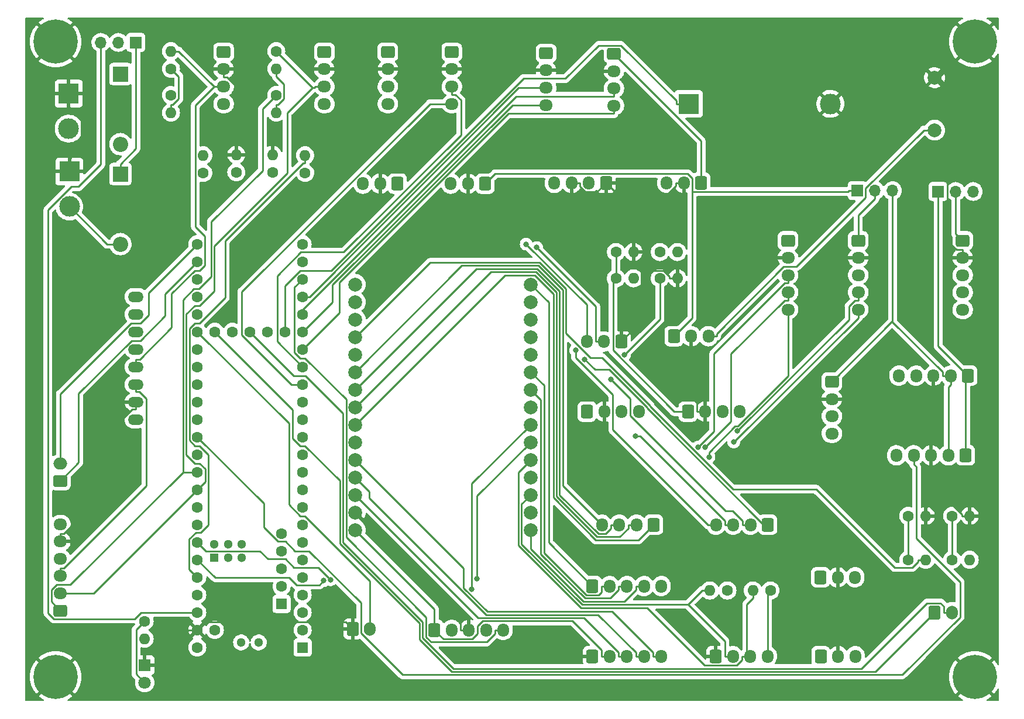
<source format=gbl>
G04 #@! TF.GenerationSoftware,KiCad,Pcbnew,(5.99.0-10988-gd8b1e827c7)*
G04 #@! TF.CreationDate,2021-11-29T12:53:35+01:00*
G04 #@! TF.ProjectId,TeensyPCB,5465656e-7379-4504-9342-2e6b69636164,rev?*
G04 #@! TF.SameCoordinates,Original*
G04 #@! TF.FileFunction,Copper,L2,Bot*
G04 #@! TF.FilePolarity,Positive*
%FSLAX46Y46*%
G04 Gerber Fmt 4.6, Leading zero omitted, Abs format (unit mm)*
G04 Created by KiCad (PCBNEW (5.99.0-10988-gd8b1e827c7)) date 2021-11-29 12:53:35*
%MOMM*%
%LPD*%
G01*
G04 APERTURE LIST*
G04 Aperture macros list*
%AMRoundRect*
0 Rectangle with rounded corners*
0 $1 Rounding radius*
0 $2 $3 $4 $5 $6 $7 $8 $9 X,Y pos of 4 corners*
0 Add a 4 corners polygon primitive as box body*
4,1,4,$2,$3,$4,$5,$6,$7,$8,$9,$2,$3,0*
0 Add four circle primitives for the rounded corners*
1,1,$1+$1,$2,$3*
1,1,$1+$1,$4,$5*
1,1,$1+$1,$6,$7*
1,1,$1+$1,$8,$9*
0 Add four rect primitives between the rounded corners*
20,1,$1+$1,$2,$3,$4,$5,0*
20,1,$1+$1,$4,$5,$6,$7,0*
20,1,$1+$1,$6,$7,$8,$9,0*
20,1,$1+$1,$8,$9,$2,$3,0*%
G04 Aperture macros list end*
G04 #@! TA.AperFunction,ComponentPad*
%ADD10RoundRect,0.250000X-0.725000X0.600000X-0.725000X-0.600000X0.725000X-0.600000X0.725000X0.600000X0*%
G04 #@! TD*
G04 #@! TA.AperFunction,ComponentPad*
%ADD11O,1.950000X1.700000*%
G04 #@! TD*
G04 #@! TA.AperFunction,ComponentPad*
%ADD12RoundRect,0.250000X0.600000X0.725000X-0.600000X0.725000X-0.600000X-0.725000X0.600000X-0.725000X0*%
G04 #@! TD*
G04 #@! TA.AperFunction,ComponentPad*
%ADD13O,1.700000X1.950000*%
G04 #@! TD*
G04 #@! TA.AperFunction,ComponentPad*
%ADD14RoundRect,0.250000X-0.600000X-0.750000X0.600000X-0.750000X0.600000X0.750000X-0.600000X0.750000X0*%
G04 #@! TD*
G04 #@! TA.AperFunction,ComponentPad*
%ADD15O,1.700000X2.000000*%
G04 #@! TD*
G04 #@! TA.AperFunction,ComponentPad*
%ADD16C,1.600000*%
G04 #@! TD*
G04 #@! TA.AperFunction,ComponentPad*
%ADD17O,1.600000X1.600000*%
G04 #@! TD*
G04 #@! TA.AperFunction,ComponentPad*
%ADD18C,2.000000*%
G04 #@! TD*
G04 #@! TA.AperFunction,ComponentPad*
%ADD19R,1.800000X1.800000*%
G04 #@! TD*
G04 #@! TA.AperFunction,ComponentPad*
%ADD20C,1.800000*%
G04 #@! TD*
G04 #@! TA.AperFunction,ComponentPad*
%ADD21R,2.200000X2.200000*%
G04 #@! TD*
G04 #@! TA.AperFunction,ComponentPad*
%ADD22O,2.200000X2.200000*%
G04 #@! TD*
G04 #@! TA.AperFunction,ComponentPad*
%ADD23R,3.000000X3.000000*%
G04 #@! TD*
G04 #@! TA.AperFunction,ComponentPad*
%ADD24C,3.000000*%
G04 #@! TD*
G04 #@! TA.AperFunction,ComponentPad*
%ADD25RoundRect,0.250000X-0.600000X-0.725000X0.600000X-0.725000X0.600000X0.725000X-0.600000X0.725000X0*%
G04 #@! TD*
G04 #@! TA.AperFunction,ConnectorPad*
%ADD26C,6.400000*%
G04 #@! TD*
G04 #@! TA.AperFunction,ComponentPad*
%ADD27C,3.600000*%
G04 #@! TD*
G04 #@! TA.AperFunction,ComponentPad*
%ADD28R,1.600000X1.600000*%
G04 #@! TD*
G04 #@! TA.AperFunction,ComponentPad*
%ADD29R,1.300000X1.300000*%
G04 #@! TD*
G04 #@! TA.AperFunction,ComponentPad*
%ADD30C,1.300000*%
G04 #@! TD*
G04 #@! TA.AperFunction,ComponentPad*
%ADD31R,1.700000X1.700000*%
G04 #@! TD*
G04 #@! TA.AperFunction,ComponentPad*
%ADD32O,1.700000X1.700000*%
G04 #@! TD*
G04 #@! TA.AperFunction,ComponentPad*
%ADD33O,2.268000X1.524000*%
G04 #@! TD*
G04 #@! TA.AperFunction,ComponentPad*
%ADD34RoundRect,0.250000X0.725000X-0.600000X0.725000X0.600000X-0.725000X0.600000X-0.725000X-0.600000X0*%
G04 #@! TD*
G04 #@! TA.AperFunction,ComponentPad*
%ADD35RoundRect,0.250000X0.750000X-0.600000X0.750000X0.600000X-0.750000X0.600000X-0.750000X-0.600000X0*%
G04 #@! TD*
G04 #@! TA.AperFunction,ComponentPad*
%ADD36O,2.000000X1.700000*%
G04 #@! TD*
G04 #@! TA.AperFunction,ViaPad*
%ADD37C,0.800000*%
G04 #@! TD*
G04 #@! TA.AperFunction,Conductor*
%ADD38C,0.250000*%
G04 #@! TD*
G04 APERTURE END LIST*
D10*
X100330000Y-39490000D03*
D11*
X100330000Y-41990000D03*
X100330000Y-44490000D03*
X100330000Y-46990000D03*
D10*
X81890000Y-39490000D03*
D11*
X81890000Y-41990000D03*
X81890000Y-44490000D03*
X81890000Y-46990000D03*
D12*
X122646000Y-58450000D03*
D13*
X120146000Y-58450000D03*
X117646000Y-58450000D03*
X115146000Y-58450000D03*
D12*
X136398000Y-58420000D03*
D13*
X133898000Y-58420000D03*
X131398000Y-58420000D03*
D10*
X113976000Y-39659000D03*
D11*
X113976000Y-42159000D03*
X113976000Y-44659000D03*
X113976000Y-47159000D03*
D10*
X123786000Y-39749000D03*
D11*
X123786000Y-42249000D03*
X123786000Y-44749000D03*
X123786000Y-47249000D03*
D12*
X92456000Y-58547000D03*
D13*
X89956000Y-58547000D03*
X87456000Y-58547000D03*
D14*
X85979000Y-123063000D03*
D15*
X88479000Y-123063000D03*
D16*
X79101000Y-56988000D03*
D17*
X79101000Y-54448000D03*
D16*
X74391000Y-56898000D03*
D17*
X74391000Y-54358000D03*
D16*
X64361000Y-56988000D03*
D17*
X64361000Y-54448000D03*
D16*
X69151000Y-56898000D03*
D17*
X69151000Y-54358000D03*
D16*
X55880000Y-121920000D03*
D17*
X55880000Y-124460000D03*
D18*
X170180000Y-43200360D03*
X170180000Y-50800040D03*
D19*
X55880000Y-128270000D03*
D20*
X55880000Y-130810000D03*
D12*
X105156000Y-58547000D03*
D13*
X102656000Y-58547000D03*
X100156000Y-58547000D03*
D21*
X52370000Y-42672000D03*
D22*
X52370000Y-52832000D03*
D21*
X52370000Y-57150000D03*
D22*
X52370000Y-67310000D03*
D23*
X44890000Y-45510000D03*
D24*
X44890000Y-50590000D03*
D23*
X44990000Y-56800000D03*
D24*
X44990000Y-61880000D03*
D10*
X91070000Y-39490000D03*
D11*
X91070000Y-41990000D03*
X91070000Y-44490000D03*
X91070000Y-46990000D03*
D16*
X74930000Y-45720000D03*
D17*
X74930000Y-48260000D03*
D16*
X74930000Y-39370000D03*
D17*
X74930000Y-41910000D03*
D25*
X132461000Y-80645000D03*
D13*
X134961000Y-80645000D03*
X137461000Y-80645000D03*
D26*
X43000000Y-38000000D03*
D27*
X43000000Y-38000000D03*
D26*
X176000000Y-38000000D03*
D27*
X176000000Y-38000000D03*
D26*
X176000000Y-130000000D03*
D27*
X176000000Y-130000000D03*
X43000000Y-130000000D03*
D26*
X43000000Y-130000000D03*
D12*
X174677000Y-97907600D03*
D13*
X172177000Y-97907600D03*
X169677000Y-97907600D03*
X167177000Y-97907600D03*
X164677000Y-97907600D03*
D28*
X78740000Y-125730000D03*
D16*
X78740000Y-123190000D03*
X78740000Y-120650000D03*
X78740000Y-118110000D03*
X78740000Y-115570000D03*
X78740000Y-113030000D03*
X78740000Y-110490000D03*
X78740000Y-107950000D03*
X78740000Y-105410000D03*
X78740000Y-102870000D03*
X78740000Y-100330000D03*
X78740000Y-97790000D03*
X78740000Y-95250000D03*
X78740000Y-92710000D03*
X78740000Y-90170000D03*
X78740000Y-87630000D03*
X78740000Y-85090000D03*
X78740000Y-82550000D03*
X78740000Y-80010000D03*
X78740000Y-77470000D03*
X78740000Y-74930000D03*
X78740000Y-72390000D03*
X78740000Y-69850000D03*
X78740000Y-67310000D03*
X63500000Y-67310000D03*
X63500000Y-69850000D03*
X63500000Y-72390000D03*
X63500000Y-74930000D03*
X63500000Y-77470000D03*
X63500000Y-80010000D03*
X63500000Y-82550000D03*
X63500000Y-85090000D03*
X63500000Y-87630000D03*
X63500000Y-90170000D03*
X63500000Y-92710000D03*
X63500000Y-95250000D03*
X63500000Y-97790000D03*
X63500000Y-100330000D03*
X63500000Y-102870000D03*
X63500000Y-105410000D03*
X63500000Y-107950000D03*
X63500000Y-110490000D03*
X63500000Y-113030000D03*
X63500000Y-115570000D03*
X63500000Y-118110000D03*
X63500000Y-120650000D03*
X63500000Y-123190000D03*
X63500000Y-125730000D03*
X66040000Y-123190000D03*
X76200000Y-80010000D03*
X73660000Y-80010000D03*
X71120000Y-80010000D03*
X68580000Y-80010000D03*
X66040000Y-80010000D03*
D28*
X75689200Y-119430800D03*
D16*
X75689200Y-116890800D03*
X75689200Y-114350800D03*
X75689200Y-111810800D03*
X75689200Y-109270800D03*
D29*
X65938400Y-112760000D03*
D30*
X67938400Y-112760000D03*
X69938400Y-112760000D03*
X69938400Y-110760000D03*
X67938400Y-110760000D03*
X65938400Y-110760000D03*
X69850000Y-125000000D03*
X72390000Y-125000000D03*
D31*
X54610000Y-38100000D03*
D32*
X52070000Y-38100000D03*
X49530000Y-38100000D03*
D25*
X134493000Y-91567000D03*
D13*
X136993000Y-91567000D03*
X139493000Y-91567000D03*
X141993000Y-91567000D03*
D25*
X119881000Y-91567000D03*
D13*
X122381000Y-91567000D03*
X124881000Y-91567000D03*
X127381000Y-91567000D03*
D10*
X148971000Y-66802000D03*
D11*
X148971000Y-69302000D03*
X148971000Y-71802000D03*
X148971000Y-74302000D03*
X148971000Y-76802000D03*
D10*
X159131000Y-66802000D03*
D11*
X159131000Y-69302000D03*
X159131000Y-71802000D03*
X159131000Y-74302000D03*
X159131000Y-76802000D03*
D10*
X174244000Y-66802000D03*
D11*
X174244000Y-69302000D03*
X174244000Y-71802000D03*
X174244000Y-74302000D03*
X174244000Y-76802000D03*
D31*
X159004000Y-59563000D03*
D32*
X161544000Y-59563000D03*
X164084000Y-59563000D03*
D31*
X170688000Y-59690000D03*
D32*
X173228000Y-59690000D03*
X175768000Y-59690000D03*
D16*
X124079000Y-72263000D03*
D17*
X126619000Y-72263000D03*
D16*
X130429000Y-68453000D03*
D17*
X132969000Y-68453000D03*
D16*
X124079000Y-68453000D03*
D17*
X126619000Y-68453000D03*
D16*
X130429000Y-72263000D03*
D17*
X132969000Y-72263000D03*
D16*
X59690000Y-45720000D03*
D17*
X59690000Y-48260000D03*
D16*
X59690000Y-41910000D03*
D17*
X59690000Y-39370000D03*
D33*
X54610000Y-92710000D03*
X54610000Y-90170000D03*
X54610000Y-87630000D03*
X54610000Y-85090000D03*
X54610000Y-82550000D03*
X54610000Y-80010000D03*
X54610000Y-77470000D03*
X54610000Y-74930000D03*
D10*
X67310000Y-39490000D03*
D11*
X67310000Y-41990000D03*
X67310000Y-44490000D03*
X67310000Y-46990000D03*
D34*
X43688000Y-120396000D03*
D11*
X43688000Y-117896000D03*
X43688000Y-115396000D03*
X43688000Y-112896000D03*
X43688000Y-110396000D03*
X43688000Y-107896000D03*
D23*
X134620000Y-46990000D03*
D24*
X155110000Y-46990000D03*
D35*
X43688000Y-101600000D03*
D36*
X43688000Y-99100000D03*
D25*
X97790000Y-123190000D03*
D13*
X100290000Y-123190000D03*
X102790000Y-123190000D03*
X105290000Y-123190000D03*
X107790000Y-123190000D03*
D12*
X175006000Y-86360000D03*
D13*
X172506000Y-86360000D03*
X170006000Y-86360000D03*
X167506000Y-86360000D03*
X165006000Y-86360000D03*
D12*
X124841000Y-81407000D03*
D13*
X122341000Y-81407000D03*
X119841000Y-81407000D03*
D10*
X155321000Y-87249000D03*
D11*
X155321000Y-89749000D03*
X155321000Y-92249000D03*
X155321000Y-94749000D03*
D25*
X120650000Y-127000000D03*
D13*
X123150000Y-127000000D03*
X125650000Y-127000000D03*
X128150000Y-127000000D03*
X130650000Y-127000000D03*
D25*
X120650000Y-116840000D03*
D13*
X123150000Y-116840000D03*
X125650000Y-116840000D03*
X128150000Y-116840000D03*
X130650000Y-116840000D03*
D25*
X138510000Y-127000000D03*
D13*
X141010000Y-127000000D03*
X143510000Y-127000000D03*
X146010000Y-127000000D03*
D16*
X140208000Y-117475000D03*
D17*
X137668000Y-117475000D03*
D16*
X146431000Y-117475000D03*
D17*
X143891000Y-117475000D03*
D18*
X86360000Y-73152000D03*
X86360000Y-75692000D03*
X86360000Y-78232000D03*
X86360000Y-80772000D03*
X86360000Y-83312000D03*
X86360000Y-85852000D03*
X86360000Y-88392000D03*
X86360000Y-90932000D03*
X86360000Y-93472000D03*
X86360000Y-96012000D03*
X86360000Y-98552000D03*
X86360000Y-101092000D03*
X86360000Y-103632000D03*
X86360000Y-106172000D03*
X86360000Y-108712000D03*
X111760000Y-108712000D03*
X111760000Y-106172000D03*
X111760000Y-103632000D03*
X111760000Y-101092000D03*
X111760000Y-98552000D03*
X111760000Y-96012000D03*
X111760000Y-93472000D03*
X111760000Y-90932000D03*
X111760000Y-88392000D03*
X111760000Y-85852000D03*
X111760000Y-83312000D03*
X111760000Y-80772000D03*
X111760000Y-78232000D03*
X111760000Y-75692000D03*
X111760000Y-73152000D03*
D25*
X153670000Y-115570000D03*
D13*
X156170000Y-115570000D03*
X158670000Y-115570000D03*
D12*
X129540000Y-107950000D03*
D13*
X127040000Y-107950000D03*
X124540000Y-107950000D03*
X122040000Y-107950000D03*
D25*
X153710000Y-127000000D03*
D13*
X156210000Y-127000000D03*
X158710000Y-127000000D03*
D12*
X146050000Y-107950000D03*
D13*
X143550000Y-107950000D03*
X141050000Y-107950000D03*
X138550000Y-107950000D03*
D16*
X166370000Y-106680000D03*
D17*
X168910000Y-106680000D03*
D16*
X172720000Y-106680000D03*
D17*
X175260000Y-106680000D03*
D16*
X166370000Y-113030000D03*
D17*
X168910000Y-113030000D03*
D16*
X172720000Y-113030000D03*
D17*
X175260000Y-113030000D03*
D14*
X170180000Y-120650000D03*
D15*
X172680000Y-120650000D03*
D37*
X135933800Y-96711800D03*
X136966600Y-96750400D03*
X141656100Y-94384500D03*
X141121900Y-95986400D03*
X137544700Y-98140000D03*
X125314200Y-83341400D03*
X103221900Y-117262600D03*
X103978700Y-115811600D03*
X81796200Y-116069600D03*
X82796500Y-115939000D03*
X112616700Y-67811400D03*
X111083800Y-67310000D03*
X118233500Y-82667900D03*
X126900800Y-95154700D03*
X123382800Y-86915900D03*
X119506300Y-83994100D03*
D38*
X61444500Y-100330000D02*
X61444500Y-75366200D01*
X43149500Y-116646000D02*
X42380700Y-117414800D01*
X42380700Y-117414800D02*
X42380700Y-119088700D01*
X45128500Y-116646000D02*
X43149500Y-116646000D01*
X63019300Y-73791400D02*
X63768700Y-73791400D01*
X61444500Y-75366200D02*
X63019300Y-73791400D01*
X65526100Y-64064100D02*
X72941500Y-56648700D01*
X63500000Y-100330000D02*
X61444500Y-100330000D01*
X72941500Y-47708500D02*
X74930000Y-45720000D01*
X63768700Y-73791400D02*
X65526100Y-72034000D01*
X65526100Y-72034000D02*
X65526100Y-64064100D01*
X72941500Y-56648700D02*
X72941500Y-47708500D01*
X61444500Y-100330000D02*
X45128500Y-116646000D01*
X42380700Y-119088700D02*
X43688000Y-120396000D01*
X65976500Y-74085000D02*
X63861500Y-76200000D01*
X81890000Y-44490000D02*
X80589700Y-44490000D01*
X63861500Y-76200000D02*
X63127600Y-76200000D01*
X76505700Y-48339500D02*
X76505700Y-57037900D01*
X48474000Y-117896000D02*
X43688000Y-117896000D01*
X80202600Y-44642600D02*
X80437100Y-44642600D01*
X63127600Y-76200000D02*
X61894900Y-77432700D01*
X64655000Y-99850000D02*
X64655000Y-101715000D01*
X65976500Y-67567100D02*
X65976500Y-74085000D01*
X63865000Y-99060000D02*
X64655000Y-99850000D01*
X80202600Y-44642600D02*
X74930000Y-39370000D01*
X61894900Y-77432700D02*
X61894900Y-97835200D01*
X76505700Y-57037900D02*
X65976500Y-67567100D01*
X63119700Y-99060000D02*
X63865000Y-99060000D01*
X80437100Y-44642600D02*
X80589700Y-44490000D01*
X63500000Y-102870000D02*
X48474000Y-117896000D01*
X80202600Y-44642600D02*
X76505700Y-48339500D01*
X61894900Y-97835200D02*
X63119700Y-99060000D01*
X64655000Y-101715000D02*
X63500000Y-102870000D01*
X119613200Y-59756100D02*
X121339900Y-59756100D01*
X84954000Y-122038000D02*
X85979000Y-123063000D01*
X127781900Y-71136700D02*
X127781900Y-78466100D01*
X126634200Y-62438200D02*
X122646000Y-58450000D01*
X126619000Y-68453000D02*
X126619000Y-67327700D01*
X64652000Y-122038000D02*
X84954000Y-122038000D01*
X169677000Y-104787700D02*
X172472500Y-104787700D01*
X170006000Y-86360000D02*
X170006000Y-87660300D01*
X173362500Y-68126700D02*
X172052000Y-66816200D01*
X62185300Y-123190000D02*
X63500000Y-123190000D01*
X169677000Y-104787700D02*
X168910000Y-105554700D01*
X52374200Y-92949500D02*
X52374200Y-101048700D01*
X43688000Y-110396000D02*
X43688000Y-109220700D01*
X172052000Y-66816200D02*
X172052000Y-44452800D01*
X130998700Y-71136700D02*
X127781900Y-71136700D01*
X175260000Y-106680000D02*
X174134700Y-106680000D01*
X172472500Y-104787700D02*
X174134700Y-106449900D01*
X118821300Y-58964200D02*
X119613200Y-59756100D01*
X132969000Y-72263000D02*
X131843700Y-72263000D01*
X67310000Y-43165300D02*
X67824200Y-43165300D01*
X169677000Y-97907600D02*
X169677000Y-104787700D01*
X67310000Y-41990000D02*
X67310000Y-43165300D01*
X169677000Y-87989300D02*
X169677000Y-89749000D01*
X134961000Y-81945300D02*
X135817700Y-82802000D01*
X168910000Y-106680000D02*
X168910000Y-105554700D01*
X63500000Y-123190000D02*
X64652000Y-122038000D01*
X174244000Y-69302000D02*
X174244000Y-68126700D01*
X170180000Y-43200400D02*
X170799600Y-43200400D01*
X129176700Y-62438200D02*
X126634200Y-62438200D01*
X52374200Y-101048700D02*
X44202200Y-109220700D01*
X121339900Y-59756100D02*
X122646000Y-58450000D01*
X135817700Y-82802000D02*
X135817700Y-91567000D01*
X126634200Y-62438200D02*
X126634200Y-67312500D01*
X44890000Y-45510000D02*
X44890000Y-47335300D01*
X44990000Y-56800000D02*
X44990000Y-54974700D01*
X172052000Y-44452800D02*
X170799600Y-43200400D01*
X127781900Y-70741200D02*
X127781900Y-71136700D01*
X101614700Y-121426700D02*
X86360000Y-106172000D01*
X169677000Y-89749000D02*
X169677000Y-97907600D01*
X170006000Y-87660300D02*
X169677000Y-87989300D01*
X117646000Y-58450000D02*
X118821300Y-58450000D01*
X132722700Y-58892200D02*
X129176700Y-62438200D01*
X46715300Y-53249400D02*
X46715300Y-49160600D01*
X174134700Y-106449900D02*
X174134700Y-106680000D01*
X127781900Y-78466100D02*
X124841000Y-81407000D01*
X126634200Y-67312500D02*
X126619000Y-67327700D01*
X54066400Y-91257300D02*
X52374200Y-92949500D01*
X132722700Y-58420000D02*
X132722700Y-58892200D01*
X57105300Y-128270000D02*
X62185300Y-123190000D01*
X134961000Y-80645000D02*
X134961000Y-81945300D01*
X131843700Y-71981700D02*
X130998700Y-71136700D01*
X67824200Y-43165300D02*
X69151000Y-44492100D01*
X170799600Y-43200400D02*
X176000000Y-38000000D01*
X174244000Y-68126700D02*
X173362500Y-68126700D01*
X101614700Y-123190000D02*
X101614700Y-121426700D01*
X133898000Y-58420000D02*
X132722700Y-58420000D01*
X126619000Y-68453000D02*
X126619000Y-69578300D01*
X155321000Y-89749000D02*
X169677000Y-89749000D01*
X46715300Y-49160600D02*
X44890000Y-47335300D01*
X118821300Y-58450000D02*
X118821300Y-58964200D01*
X136993000Y-91567000D02*
X135817700Y-91567000D01*
X69151000Y-44492100D02*
X69151000Y-54358000D01*
X54610000Y-90170000D02*
X54610000Y-91257300D01*
X131843700Y-72263000D02*
X131843700Y-71981700D01*
X126619000Y-69578300D02*
X127781900Y-70741200D01*
X55880000Y-128270000D02*
X57105300Y-128270000D01*
X102790000Y-123190000D02*
X101614700Y-123190000D01*
X44202200Y-109220700D02*
X43688000Y-109220700D01*
X54610000Y-91257300D02*
X54066400Y-91257300D01*
X44990000Y-54974700D02*
X46715300Y-53249400D01*
X138242900Y-94402700D02*
X135933800Y-96711800D01*
X148971000Y-72977300D02*
X148456800Y-72977300D01*
X148971000Y-71802000D02*
X148971000Y-72977300D01*
X138242900Y-83191200D02*
X138242900Y-94402700D01*
X148456800Y-72977300D02*
X138242900Y-83191200D01*
X140743000Y-83191100D02*
X140743000Y-92974000D01*
X148456800Y-75477300D02*
X140743000Y-83191100D01*
X148971000Y-75477300D02*
X148456800Y-75477300D01*
X140743000Y-92974000D02*
X136966600Y-96750400D01*
X148971000Y-74302000D02*
X148971000Y-75477300D01*
X157806400Y-78234200D02*
X157806400Y-76287700D01*
X158616800Y-75477300D02*
X159131000Y-75477300D01*
X157806400Y-76287700D02*
X158616800Y-75477300D01*
X141656100Y-94384500D02*
X157806400Y-78234200D01*
X159131000Y-74302000D02*
X159131000Y-75477300D01*
X160179400Y-60560600D02*
X150188000Y-70552000D01*
X148361600Y-70552000D02*
X138636300Y-80277300D01*
X137461000Y-80645000D02*
X138636300Y-80645000D01*
X150188000Y-70552000D02*
X148361600Y-70552000D01*
X138636300Y-80277300D02*
X138636300Y-80645000D01*
X168614100Y-50800000D02*
X160179400Y-59234700D01*
X170180000Y-50800000D02*
X168614100Y-50800000D01*
X160179400Y-59234700D02*
X160179400Y-60560600D01*
X78402300Y-106680000D02*
X79068500Y-106680000D01*
X63500000Y-80010000D02*
X76760100Y-93270100D01*
X76760100Y-93270100D02*
X76760100Y-105037800D01*
X76760100Y-105037800D02*
X78402300Y-106680000D01*
X79068500Y-106680000D02*
X88479000Y-116090500D01*
X88479000Y-116090500D02*
X88479000Y-123063000D01*
X63136100Y-96520000D02*
X62357700Y-95741600D01*
X62324700Y-110036300D02*
X63285600Y-109075400D01*
X63500000Y-115570000D02*
X62324700Y-114394700D01*
X65105400Y-97802300D02*
X63823100Y-96520000D01*
X67549800Y-66843200D02*
X78819700Y-55573300D01*
X63861700Y-78740000D02*
X67549800Y-75051900D01*
X79101000Y-54448000D02*
X79101000Y-55573300D01*
X62357700Y-79542500D02*
X63160200Y-78740000D01*
X63160200Y-78740000D02*
X63861700Y-78740000D01*
X78819700Y-55573300D02*
X79101000Y-55573300D01*
X63285600Y-109075400D02*
X63978000Y-109075400D01*
X62324700Y-114394700D02*
X62324700Y-110036300D01*
X65105400Y-107948000D02*
X65105400Y-97802300D01*
X67549800Y-75051900D02*
X67549800Y-66843200D01*
X63978000Y-109075400D02*
X65105400Y-107948000D01*
X62357700Y-95741600D02*
X62357700Y-79542500D01*
X63823100Y-96520000D02*
X63136100Y-96520000D01*
X53949500Y-78740000D02*
X55281100Y-78740000D01*
X43688000Y-99100000D02*
X43688000Y-89001500D01*
X56426500Y-74383500D02*
X63500000Y-67310000D01*
X56426500Y-77594600D02*
X56426500Y-74383500D01*
X55281100Y-78740000D02*
X56426500Y-77594600D01*
X43688000Y-89001500D02*
X53949500Y-78740000D01*
X43688000Y-115396000D02*
X43688000Y-114220700D01*
X54610000Y-87630000D02*
X54610000Y-88717300D01*
X56078700Y-89723100D02*
X55072900Y-88717300D01*
X56078700Y-102344200D02*
X56078700Y-89723100D01*
X43688000Y-114220700D02*
X44202200Y-114220700D01*
X55072900Y-88717300D02*
X54610000Y-88717300D01*
X44202200Y-114220700D02*
X56078700Y-102344200D01*
X65935300Y-44490000D02*
X63223600Y-47201700D01*
X59794800Y-79361500D02*
X55153600Y-84002700D01*
X64625300Y-70359600D02*
X63864900Y-71120000D01*
X63223600Y-64782900D02*
X64625300Y-66184600D01*
X63176800Y-71120000D02*
X59794800Y-74502000D01*
X54610000Y-85090000D02*
X54610000Y-84002700D01*
X64625300Y-66184600D02*
X64625300Y-70359600D01*
X59690000Y-39370000D02*
X60815300Y-39370000D01*
X65935300Y-44490000D02*
X60815300Y-39370000D01*
X59794800Y-74502000D02*
X59794800Y-79361500D01*
X67310000Y-44490000D02*
X65935300Y-44490000D01*
X63864900Y-71120000D02*
X63176800Y-71120000D01*
X55153600Y-84002700D02*
X54610000Y-84002700D01*
X63223600Y-47201700D02*
X63223600Y-64782900D01*
X174677000Y-97907600D02*
X174677000Y-86689000D01*
X123150000Y-127000000D02*
X121974700Y-127000000D01*
X99105900Y-124505900D02*
X103285300Y-124505900D01*
X103285300Y-124505900D02*
X104040000Y-123751200D01*
X157828700Y-59563000D02*
X157667000Y-59724700D01*
X157667000Y-59724700D02*
X135091000Y-59724700D01*
X121974700Y-126118500D02*
X121974700Y-127000000D01*
X104040000Y-123751200D02*
X104040000Y-122643300D01*
X135091000Y-78015000D02*
X132461000Y-80645000D01*
X135091000Y-57751700D02*
X134443600Y-57104300D01*
X97790000Y-120142000D02*
X97790000Y-123190000D01*
X174677000Y-86689000D02*
X175006000Y-86360000D01*
X117745800Y-121889600D02*
X121974700Y-126118500D01*
X97790000Y-123190000D02*
X99105900Y-124505900D01*
X106598700Y-57104300D02*
X105156000Y-58547000D01*
X86360000Y-108712000D02*
X97790000Y-120142000D01*
X135091000Y-59724700D02*
X135091000Y-57751700D01*
X134443600Y-57104300D02*
X106598700Y-57104300D01*
X159004000Y-59563000D02*
X157828700Y-59563000D01*
X170688000Y-59690000D02*
X170688000Y-82042000D01*
X135091000Y-59724700D02*
X135091000Y-78015000D01*
X104040000Y-122643300D02*
X104793700Y-121889600D01*
X170688000Y-82042000D02*
X175006000Y-86360000D01*
X104793700Y-121889600D02*
X117745800Y-121889600D01*
X59690000Y-48260000D02*
X59690000Y-47134700D01*
X75211300Y-47134700D02*
X76055300Y-46290700D01*
X172506000Y-86360000D02*
X172506000Y-87660300D01*
X172177000Y-87989300D02*
X172506000Y-87660300D01*
X171330700Y-85845800D02*
X171330700Y-86360000D01*
X164084000Y-59563000D02*
X164084000Y-78486000D01*
X172177000Y-97907600D02*
X172177000Y-87989300D01*
X136398000Y-52361000D02*
X136398000Y-58420000D01*
X123786000Y-39749000D02*
X136398000Y-52361000D01*
X164084000Y-78486000D02*
X164027500Y-78542500D01*
X60815300Y-46290800D02*
X59971400Y-47134700D01*
X164027500Y-78542500D02*
X171330700Y-85845800D01*
X76055300Y-46290700D02*
X76055300Y-44160600D01*
X74930000Y-48260000D02*
X74930000Y-47134700D01*
X74930000Y-47134700D02*
X75211300Y-47134700D01*
X74930000Y-41910000D02*
X74930000Y-43035300D01*
X172506000Y-86360000D02*
X171330700Y-86360000D01*
X60815300Y-43035300D02*
X60815300Y-46290800D01*
X164027500Y-78542500D02*
X155321000Y-87249000D01*
X59971400Y-47134700D02*
X59690000Y-47134700D01*
X76055300Y-44160600D02*
X74930000Y-43035300D01*
X59690000Y-41910000D02*
X60815300Y-43035300D01*
X55880000Y-130810000D02*
X54642200Y-129572200D01*
X54642200Y-129572200D02*
X54642200Y-123157800D01*
X54642200Y-123157800D02*
X55880000Y-121920000D01*
X52370000Y-67310000D02*
X50420000Y-67310000D01*
X50420000Y-67310000D02*
X44990000Y-61880000D01*
X167177000Y-97907600D02*
X167177000Y-99207900D01*
X73112200Y-104862200D02*
X63500000Y-95250000D01*
X173855400Y-121328600D02*
X165487600Y-129696400D01*
X77615800Y-111759000D02*
X76253000Y-110396200D01*
X87175000Y-123639200D02*
X87175000Y-119291700D01*
X76253000Y-110396200D02*
X75144400Y-110396200D01*
X79642300Y-111759000D02*
X77615800Y-111759000D01*
X165487600Y-129696400D02*
X93232200Y-129696400D01*
X73112200Y-108364000D02*
X73112200Y-104862200D01*
X173855400Y-116248700D02*
X173855400Y-121328600D01*
X167570600Y-99601500D02*
X167570600Y-109963900D01*
X75144400Y-110396200D02*
X73112200Y-108364000D01*
X93232200Y-129696400D02*
X87175000Y-123639200D01*
X167177000Y-99207900D02*
X167570600Y-99601500D01*
X87175000Y-119291700D02*
X79642300Y-111759000D01*
X167570600Y-109963900D02*
X173855400Y-116248700D01*
X159131000Y-76802000D02*
X159131000Y-77977300D01*
X159131000Y-77977300D02*
X141121900Y-95986400D01*
X58845900Y-74504100D02*
X58845900Y-77687700D01*
X46323600Y-98964400D02*
X43688000Y-101600000D01*
X58845900Y-77687700D02*
X55253600Y-81280000D01*
X46323600Y-88922900D02*
X46323600Y-98964400D01*
X53966500Y-81280000D02*
X46323600Y-88922900D01*
X55253600Y-81280000D02*
X53966500Y-81280000D01*
X63500000Y-69850000D02*
X58845900Y-74504100D01*
X78740000Y-87630000D02*
X77134300Y-87630000D01*
X69945900Y-74191000D02*
X97146900Y-46990000D01*
X97146900Y-46990000D02*
X100330000Y-46990000D01*
X77134300Y-87630000D02*
X69945900Y-80441600D01*
X69945900Y-80441600D02*
X69945900Y-74191000D01*
X75060600Y-81410600D02*
X78740000Y-85090000D01*
X100330000Y-44490000D02*
X100330000Y-45665300D01*
X75060600Y-71916200D02*
X75060600Y-81410600D01*
X78505800Y-68471000D02*
X75060600Y-71916200D01*
X100330000Y-45665300D02*
X100844200Y-45665300D01*
X100844200Y-45665300D02*
X101654600Y-46475700D01*
X101654600Y-51487100D02*
X84670700Y-68471000D01*
X101654600Y-46475700D02*
X101654600Y-51487100D01*
X84670700Y-68471000D02*
X78505800Y-68471000D01*
X148971000Y-86388400D02*
X141700200Y-93659200D01*
X137544700Y-97451700D02*
X137544700Y-98140000D01*
X148971000Y-77977300D02*
X148971000Y-86388400D01*
X141700200Y-93659200D02*
X141337200Y-93659200D01*
X148971000Y-76802000D02*
X148971000Y-77977300D01*
X141337200Y-93659200D02*
X137544700Y-97451700D01*
X52370000Y-55724700D02*
X54610000Y-53484700D01*
X52370000Y-57150000D02*
X52370000Y-55724700D01*
X54610000Y-53484700D02*
X54610000Y-39275300D01*
X54610000Y-38100000D02*
X54610000Y-39275300D01*
X54459400Y-121585200D02*
X55394600Y-120650000D01*
X42728700Y-121585200D02*
X54459400Y-121585200D01*
X49530000Y-38100000D02*
X49530000Y-55766800D01*
X55394600Y-120650000D02*
X63500000Y-120650000D01*
X41891600Y-120748100D02*
X42728700Y-121585200D01*
X49530000Y-55766800D02*
X46292600Y-59004200D01*
X41891600Y-62363900D02*
X41891600Y-120748100D01*
X45251300Y-59004200D02*
X41891600Y-62363900D01*
X46292600Y-59004200D02*
X45251300Y-59004200D01*
X134493000Y-91567000D02*
X132514100Y-91567000D01*
X123651700Y-72690300D02*
X124079000Y-72263000D01*
X132514100Y-91567000D02*
X123651700Y-82704600D01*
X124079000Y-72263000D02*
X124079000Y-68453000D01*
X123651700Y-82704600D02*
X123651700Y-72690300D01*
X125314200Y-83341400D02*
X130429000Y-78226600D01*
X130429000Y-78226600D02*
X130429000Y-72263000D01*
X161544000Y-60738300D02*
X159131000Y-63151300D01*
X159131000Y-63151300D02*
X159131000Y-66802000D01*
X161544000Y-59563000D02*
X161544000Y-60738300D01*
X173228000Y-65786000D02*
X174244000Y-66802000D01*
X173228000Y-59690000D02*
X173228000Y-65786000D01*
X103221900Y-102010100D02*
X111760000Y-93472000D01*
X103221900Y-117262600D02*
X103221900Y-102010100D01*
X103978700Y-115811600D02*
X103978700Y-103793300D01*
X103978700Y-103793300D02*
X111760000Y-96012000D01*
X110694200Y-43334400D02*
X82908600Y-71120000D01*
X78415300Y-71120000D02*
X76200000Y-73335300D01*
X76200000Y-73335300D02*
X76200000Y-80010000D01*
X134620000Y-46990000D02*
X132794700Y-46990000D01*
X132794700Y-46990000D02*
X132794700Y-46533700D01*
X132794700Y-46533700D02*
X124792300Y-38531300D01*
X121581100Y-38531300D02*
X116778000Y-43334400D01*
X124792300Y-38531300D02*
X121581100Y-38531300D01*
X82908600Y-71120000D02*
X78415300Y-71120000D01*
X116778000Y-43334400D02*
X110694200Y-43334400D01*
X83018000Y-73226100D02*
X83018000Y-75732000D01*
X113976000Y-47159000D02*
X112675700Y-47159000D01*
X83018000Y-75732000D02*
X78740000Y-80010000D01*
X112675700Y-47159000D02*
X109085100Y-47159000D01*
X109085100Y-47159000D02*
X83018000Y-73226100D01*
X78740000Y-74930000D02*
X79735500Y-74930000D01*
X110006500Y-44659000D02*
X113976000Y-44659000D01*
X79735500Y-74930000D02*
X110006500Y-44659000D01*
X123786000Y-47249000D02*
X123786000Y-48424300D01*
X84046400Y-72867200D02*
X84046400Y-77243600D01*
X84046400Y-77243600D02*
X78740000Y-82550000D01*
X123786000Y-48424300D02*
X108489300Y-48424300D01*
X108489300Y-48424300D02*
X84046400Y-72867200D01*
X109639200Y-45924300D02*
X78740000Y-76823500D01*
X78740000Y-76823500D02*
X78740000Y-77470000D01*
X123786000Y-45924300D02*
X109639200Y-45924300D01*
X123786000Y-44749000D02*
X123786000Y-45924300D01*
X85034700Y-89765800D02*
X85034700Y-109788300D01*
X106614700Y-123704200D02*
X106614700Y-123190000D01*
X77575700Y-73554300D02*
X77575700Y-82978900D01*
X97347000Y-124964400D02*
X105354500Y-124964400D01*
X105354500Y-124964400D02*
X106614700Y-123704200D01*
X78740000Y-72390000D02*
X77575700Y-73554300D01*
X96613700Y-124231100D02*
X97347000Y-124964400D01*
X96613700Y-121367300D02*
X96613700Y-124231100D01*
X79088900Y-83820000D02*
X85034700Y-89765800D01*
X78416800Y-83820000D02*
X79088900Y-83820000D01*
X85034700Y-109788300D02*
X96613700Y-121367300D01*
X107790000Y-123190000D02*
X106614700Y-123190000D01*
X77575700Y-82978900D02*
X78416800Y-83820000D01*
X66090800Y-115620800D02*
X76814600Y-115620800D01*
X76814600Y-115620800D02*
X77889200Y-116695400D01*
X81170400Y-116695400D02*
X81796200Y-116069600D01*
X77889200Y-116695400D02*
X81170400Y-116695400D01*
X63500000Y-113030000D02*
X66090800Y-115620800D01*
X81012800Y-114155300D02*
X82796500Y-115939000D01*
X72522500Y-111760000D02*
X73698700Y-112936200D01*
X64770000Y-111760000D02*
X72522500Y-111760000D01*
X73698700Y-112936200D02*
X76253000Y-112936200D01*
X77472100Y-114155300D02*
X81012800Y-114155300D01*
X63500000Y-110490000D02*
X64770000Y-111760000D01*
X76253000Y-112936200D02*
X77472100Y-114155300D01*
X121165700Y-81407000D02*
X121165700Y-76360400D01*
X122341000Y-81407000D02*
X121165700Y-81407000D01*
X121165700Y-76360400D02*
X112616700Y-67811400D01*
X119841000Y-76067200D02*
X111083800Y-67310000D01*
X119841000Y-81407000D02*
X119841000Y-76067200D01*
X130650000Y-127000000D02*
X129474700Y-127000000D01*
X102046200Y-117126300D02*
X102046200Y-114238200D01*
X102046200Y-114238200D02*
X86360000Y-98552000D01*
X105458500Y-120538600D02*
X102046200Y-117126300D01*
X129474700Y-126485800D02*
X123527500Y-120538600D01*
X123527500Y-120538600D02*
X105458500Y-120538600D01*
X129474700Y-127000000D02*
X129474700Y-126485800D01*
X126974700Y-127000000D02*
X126974700Y-126485800D01*
X88418700Y-104135700D02*
X88418700Y-103150700D01*
X126974700Y-126485800D02*
X121477800Y-120988900D01*
X128150000Y-127000000D02*
X126974700Y-127000000D01*
X121477800Y-120988900D02*
X105271900Y-120988900D01*
X88418700Y-103150700D02*
X86360000Y-101092000D01*
X105271900Y-120988900D02*
X88418700Y-104135700D01*
X119428200Y-121439300D02*
X124474700Y-126485800D01*
X104167300Y-121439300D02*
X119428200Y-121439300D01*
X86360000Y-103632000D02*
X104167300Y-121439300D01*
X124474700Y-126485800D02*
X124474700Y-127000000D01*
X125650000Y-127000000D02*
X124474700Y-127000000D01*
X126974700Y-117354200D02*
X125285300Y-119043600D01*
X128150000Y-116840000D02*
X126974700Y-116840000D01*
X111760000Y-111430900D02*
X111760000Y-108712000D01*
X126974700Y-116840000D02*
X126974700Y-117354200D01*
X125285300Y-119043600D02*
X119372700Y-119043600D01*
X146010000Y-117896000D02*
X146010000Y-127000000D01*
X119372700Y-119043600D02*
X111760000Y-111430900D01*
X146431000Y-117475000D02*
X146010000Y-117896000D01*
X113201600Y-112180400D02*
X113201600Y-89833600D01*
X124474700Y-116840000D02*
X124474700Y-117354200D01*
X119614500Y-118593300D02*
X113201600Y-112180400D01*
X123235600Y-118593300D02*
X119614500Y-118593300D01*
X125650000Y-116840000D02*
X124474700Y-116840000D01*
X124474700Y-117354200D02*
X123235600Y-118593300D01*
X113201600Y-89833600D02*
X111760000Y-88392000D01*
X113685600Y-87777600D02*
X113685600Y-112027500D01*
X123150000Y-116840000D02*
X121974700Y-116840000D01*
X119800200Y-118142100D02*
X121554100Y-118142100D01*
X113685600Y-112027500D02*
X119800200Y-118142100D01*
X121554100Y-118142100D02*
X121974700Y-117721500D01*
X121974700Y-117721500D02*
X121974700Y-116840000D01*
X111760000Y-85852000D02*
X113685600Y-87777600D01*
X114361000Y-110551000D02*
X120650000Y-116840000D01*
X114361000Y-75753000D02*
X114361000Y-110551000D01*
X111760000Y-73152000D02*
X114361000Y-75753000D01*
X142994400Y-119496900D02*
X143891000Y-118600300D01*
X142994400Y-127000000D02*
X142994400Y-119496900D01*
X119052900Y-120020100D02*
X128582700Y-120020100D01*
X128582700Y-120020100D02*
X136879700Y-128317100D01*
X143510000Y-127000000D02*
X142994400Y-127000000D01*
X109962300Y-110929500D02*
X119052900Y-120020100D01*
X109962300Y-100349700D02*
X109962300Y-110929500D01*
X142994400Y-127000000D02*
X142334700Y-127000000D01*
X136879700Y-128317100D02*
X141531800Y-128317100D01*
X142334700Y-127514200D02*
X142334700Y-127000000D01*
X141531800Y-128317100D02*
X142334700Y-127514200D01*
X143891000Y-117475000D02*
X143891000Y-118600300D01*
X111760000Y-98552000D02*
X109962300Y-100349700D01*
X141010000Y-127000000D02*
X139834700Y-127000000D01*
X110412700Y-110743000D02*
X110412700Y-104979300D01*
X134513700Y-119504000D02*
X119173700Y-119504000D01*
X134513700Y-119504000D02*
X136542700Y-117475000D01*
X137668000Y-117475000D02*
X136542700Y-117475000D01*
X119173700Y-119504000D02*
X110412700Y-110743000D01*
X139834700Y-124825000D02*
X139834700Y-127000000D01*
X110412700Y-104979300D02*
X111760000Y-103632000D01*
X134513700Y-119504000D02*
X139834700Y-124825000D01*
X166370000Y-113030000D02*
X166370000Y-106680000D01*
X122040000Y-107950000D02*
X116387500Y-102297500D01*
X116387500Y-102297500D02*
X116387500Y-73945400D01*
X116387500Y-73945400D02*
X112858200Y-70416100D01*
X101795900Y-70416100D02*
X86360000Y-85852000D01*
X112858200Y-70416100D02*
X101795900Y-70416100D01*
X121535700Y-109256700D02*
X115937200Y-103658200D01*
X112671600Y-70866400D02*
X103885600Y-70866400D01*
X124540000Y-107950000D02*
X123364700Y-107950000D01*
X123364700Y-108480300D02*
X122588300Y-109256700D01*
X123364700Y-107950000D02*
X123364700Y-108480300D01*
X115937200Y-103658200D02*
X115937200Y-74132000D01*
X122588300Y-109256700D02*
X121535700Y-109256700D01*
X115937200Y-74132000D02*
X112671600Y-70866400D01*
X103885600Y-70866400D02*
X86360000Y-88392000D01*
X121349100Y-109707000D02*
X124621900Y-109707000D01*
X127040000Y-107950000D02*
X125864700Y-107950000D01*
X125864700Y-108464200D02*
X125864700Y-107950000D01*
X112485000Y-71316700D02*
X115486900Y-74318600D01*
X115486900Y-74318600D02*
X115486900Y-103844800D01*
X86360000Y-90932000D02*
X105975300Y-71316700D01*
X124621900Y-109707000D02*
X125864700Y-108464200D01*
X105975300Y-71316700D02*
X112485000Y-71316700D01*
X115486900Y-103844800D02*
X121349100Y-109707000D01*
X86360000Y-93472000D02*
X108033300Y-71798700D01*
X127332600Y-110157400D02*
X129540000Y-107950000D01*
X108033300Y-71798700D02*
X112330100Y-71798700D01*
X112330100Y-71798700D02*
X115036500Y-74505100D01*
X115036500Y-74505100D02*
X115036500Y-104031400D01*
X121162500Y-110157400D02*
X127332600Y-110157400D01*
X115036500Y-104031400D02*
X121162500Y-110157400D01*
X172720000Y-106680000D02*
X172720000Y-113030000D01*
X138550000Y-107950000D02*
X137374700Y-107950000D01*
X118233500Y-83747000D02*
X118233500Y-82667900D01*
X137374700Y-107950000D02*
X123631000Y-94206300D01*
X123631000Y-94206300D02*
X123631000Y-89144500D01*
X123631000Y-89144500D02*
X118233500Y-83747000D01*
X141050000Y-107950000D02*
X139874700Y-107950000D01*
X139874700Y-107950000D02*
X139874700Y-107435800D01*
X127593600Y-95154700D02*
X126900800Y-95154700D01*
X139874700Y-107435800D02*
X127593600Y-95154700D01*
X126131000Y-89664100D02*
X126131000Y-92175100D01*
X139937400Y-105981500D02*
X140920400Y-105981500D01*
X123382800Y-86915900D02*
X126131000Y-89664100D01*
X126131000Y-92175100D02*
X139937400Y-105981500D01*
X140920400Y-105981500D02*
X142374700Y-107435800D01*
X142374700Y-107435800D02*
X142374700Y-107950000D01*
X143550000Y-107950000D02*
X142374700Y-107950000D01*
X119506300Y-83994100D02*
X121020500Y-85508300D01*
X123124900Y-85508300D02*
X128556400Y-90939800D01*
X121020500Y-85508300D02*
X123124900Y-85508300D01*
X128556400Y-90939800D02*
X128556400Y-91054500D01*
X128556400Y-91054500D02*
X145451900Y-107950000D01*
X145451900Y-107950000D02*
X146050000Y-107950000D01*
X164397900Y-114155300D02*
X153058300Y-102815700D01*
X113044800Y-69965800D02*
X97166200Y-69965800D01*
X129006800Y-90686100D02*
X122054500Y-83733800D01*
X120380000Y-83733800D02*
X116837800Y-80191600D01*
X97166200Y-69965800D02*
X86360000Y-80772000D01*
X116837800Y-73758800D02*
X113044800Y-69965800D01*
X129006800Y-90810600D02*
X129006800Y-90686100D01*
X141011900Y-102815700D02*
X129006800Y-90810600D01*
X167784700Y-113311400D02*
X166940800Y-114155300D01*
X116837800Y-80191600D02*
X116837800Y-73758800D01*
X153058300Y-102815700D02*
X141011900Y-102815700D01*
X168910000Y-113030000D02*
X167784700Y-113030000D01*
X166940800Y-114155300D02*
X164397900Y-114155300D01*
X122054500Y-83733800D02*
X120380000Y-83733800D01*
X167784700Y-113030000D02*
X167784700Y-113311400D01*
X71120000Y-80010000D02*
X77470000Y-86360000D01*
X159581300Y-128795800D02*
X169073700Y-119303400D01*
X172680000Y-120650000D02*
X171504700Y-120650000D01*
X171504700Y-119768500D02*
X171504700Y-120650000D01*
X171039600Y-119303400D02*
X171504700Y-119768500D01*
X96102100Y-124356400D02*
X100541500Y-128795800D01*
X77470000Y-86360000D02*
X79118200Y-86360000D01*
X84584300Y-110522200D02*
X96102100Y-122040000D01*
X100541500Y-128795800D02*
X159581300Y-128795800D01*
X169073700Y-119303400D02*
X171039600Y-119303400D01*
X79118200Y-86360000D02*
X84584300Y-91826100D01*
X96102100Y-122040000D02*
X96102100Y-124356400D01*
X84584300Y-91826100D02*
X84584300Y-110522200D01*
X95651800Y-124543000D02*
X100354900Y-129246100D01*
X66040000Y-80010000D02*
X77316100Y-91286100D01*
X77316100Y-91286100D02*
X77316100Y-95454900D01*
X77316100Y-95454900D02*
X78381200Y-96520000D01*
X100354900Y-129246100D02*
X161583900Y-129246100D01*
X84134000Y-101589200D02*
X84134000Y-110708900D01*
X78381200Y-96520000D02*
X79064800Y-96520000D01*
X95651800Y-122226700D02*
X95651800Y-124543000D01*
X84134000Y-110708900D02*
X95651800Y-122226700D01*
X161583900Y-129246100D02*
X170180000Y-120650000D01*
X79064800Y-96520000D02*
X84134000Y-101589200D01*
G04 #@! TA.AperFunction,Conductor*
G36*
X41229352Y-34528002D02*
G01*
X41275845Y-34581658D01*
X41285949Y-34651932D01*
X41256455Y-34716512D01*
X41218434Y-34746267D01*
X41146441Y-34782949D01*
X41140731Y-34786246D01*
X40820328Y-34994318D01*
X40814977Y-34998206D01*
X40576232Y-35191539D01*
X40567764Y-35203797D01*
X40574097Y-35214887D01*
X42987188Y-37627978D01*
X43001132Y-37635592D01*
X43002965Y-37635461D01*
X43009580Y-37631210D01*
X45425037Y-35215753D01*
X45432177Y-35202677D01*
X45424718Y-35192308D01*
X45185023Y-34998206D01*
X45179672Y-34994318D01*
X44859269Y-34786246D01*
X44853559Y-34782949D01*
X44781566Y-34746267D01*
X44729951Y-34697518D01*
X44712885Y-34628604D01*
X44735786Y-34561402D01*
X44791384Y-34517250D01*
X44838769Y-34508000D01*
X174161231Y-34508000D01*
X174229352Y-34528002D01*
X174275845Y-34581658D01*
X174285949Y-34651932D01*
X174256455Y-34716512D01*
X174218434Y-34746267D01*
X174146441Y-34782949D01*
X174140731Y-34786246D01*
X173820328Y-34994318D01*
X173814977Y-34998206D01*
X173576232Y-35191539D01*
X173567764Y-35203797D01*
X173574097Y-35214887D01*
X175987188Y-37627978D01*
X176001132Y-37635592D01*
X176002965Y-37635461D01*
X176009580Y-37631210D01*
X178425037Y-35215753D01*
X178432177Y-35202677D01*
X178424718Y-35192308D01*
X178185023Y-34998206D01*
X178179672Y-34994318D01*
X177859269Y-34786246D01*
X177853559Y-34782949D01*
X177781566Y-34746267D01*
X177729951Y-34697518D01*
X177712885Y-34628604D01*
X177735786Y-34561402D01*
X177791384Y-34517250D01*
X177838769Y-34508000D01*
X179366000Y-34508000D01*
X179434121Y-34528002D01*
X179480614Y-34581658D01*
X179492000Y-34634000D01*
X179492000Y-36161231D01*
X179471998Y-36229352D01*
X179418342Y-36275845D01*
X179348068Y-36285949D01*
X179283488Y-36256455D01*
X179253733Y-36218434D01*
X179217051Y-36146441D01*
X179213754Y-36140731D01*
X179005682Y-35820328D01*
X179001794Y-35814977D01*
X178808461Y-35576232D01*
X178796203Y-35567764D01*
X178785113Y-35574097D01*
X176372022Y-37987188D01*
X176364408Y-38001132D01*
X176364539Y-38002965D01*
X176368790Y-38009580D01*
X178784247Y-40425037D01*
X178797323Y-40432177D01*
X178807692Y-40424718D01*
X179001794Y-40185023D01*
X179005682Y-40179672D01*
X179213754Y-39859269D01*
X179217051Y-39853559D01*
X179253733Y-39781566D01*
X179302482Y-39729951D01*
X179371396Y-39712885D01*
X179438598Y-39735786D01*
X179482750Y-39791384D01*
X179492000Y-39838769D01*
X179492000Y-128161231D01*
X179471998Y-128229352D01*
X179418342Y-128275845D01*
X179348068Y-128285949D01*
X179283488Y-128256455D01*
X179253733Y-128218434D01*
X179217051Y-128146441D01*
X179213754Y-128140731D01*
X179005682Y-127820328D01*
X179001794Y-127814977D01*
X178808461Y-127576232D01*
X178796203Y-127567764D01*
X178785113Y-127574097D01*
X176372022Y-129987188D01*
X176364408Y-130001132D01*
X176364539Y-130002965D01*
X176368790Y-130009580D01*
X178784247Y-132425037D01*
X178797323Y-132432177D01*
X178807692Y-132424718D01*
X179001794Y-132185023D01*
X179005682Y-132179672D01*
X179213754Y-131859269D01*
X179217051Y-131853559D01*
X179253733Y-131781566D01*
X179302482Y-131729951D01*
X179371396Y-131712885D01*
X179438598Y-131735786D01*
X179482750Y-131791384D01*
X179492000Y-131838769D01*
X179492000Y-133366000D01*
X179471998Y-133434121D01*
X179418342Y-133480614D01*
X179366000Y-133492000D01*
X177838769Y-133492000D01*
X177770648Y-133471998D01*
X177724155Y-133418342D01*
X177714051Y-133348068D01*
X177743545Y-133283488D01*
X177781566Y-133253733D01*
X177853559Y-133217051D01*
X177859269Y-133213754D01*
X178179672Y-133005682D01*
X178185023Y-133001794D01*
X178423768Y-132808461D01*
X178432236Y-132796203D01*
X178425903Y-132785113D01*
X176012812Y-130372022D01*
X175998868Y-130364408D01*
X175997035Y-130364539D01*
X175990420Y-130368790D01*
X173574963Y-132784247D01*
X173567823Y-132797323D01*
X173575282Y-132807692D01*
X173814977Y-133001794D01*
X173820328Y-133005682D01*
X174140731Y-133213754D01*
X174146441Y-133217051D01*
X174218434Y-133253733D01*
X174270049Y-133302482D01*
X174287115Y-133371396D01*
X174264214Y-133438598D01*
X174208616Y-133482750D01*
X174161231Y-133492000D01*
X44838769Y-133492000D01*
X44770648Y-133471998D01*
X44724155Y-133418342D01*
X44714051Y-133348068D01*
X44743545Y-133283488D01*
X44781566Y-133253733D01*
X44853559Y-133217051D01*
X44859269Y-133213754D01*
X45179672Y-133005682D01*
X45185023Y-133001794D01*
X45423768Y-132808461D01*
X45432236Y-132796203D01*
X45425903Y-132785113D01*
X43012812Y-130372022D01*
X42998868Y-130364408D01*
X42997035Y-130364539D01*
X42990420Y-130368790D01*
X40574963Y-132784247D01*
X40567823Y-132797323D01*
X40575282Y-132807692D01*
X40814977Y-133001794D01*
X40820328Y-133005682D01*
X41140731Y-133213754D01*
X41146441Y-133217051D01*
X41218434Y-133253733D01*
X41270049Y-133302482D01*
X41287115Y-133371396D01*
X41264214Y-133438598D01*
X41208616Y-133482750D01*
X41161231Y-133492000D01*
X38734000Y-133492000D01*
X38665879Y-133471998D01*
X38619386Y-133418342D01*
X38608000Y-133366000D01*
X38608000Y-129996699D01*
X39287173Y-129996699D01*
X39287173Y-130003301D01*
X39307168Y-130384824D01*
X39307854Y-130391362D01*
X39367622Y-130768715D01*
X39368993Y-130775165D01*
X39467872Y-131144188D01*
X39469913Y-131150470D01*
X39606822Y-131507128D01*
X39609504Y-131513153D01*
X39782949Y-131853559D01*
X39786246Y-131859269D01*
X39994318Y-132179672D01*
X39998206Y-132185023D01*
X40191539Y-132423768D01*
X40203797Y-132432236D01*
X40214887Y-132425903D01*
X42627978Y-130012812D01*
X42634356Y-130001132D01*
X43364408Y-130001132D01*
X43364539Y-130002965D01*
X43368790Y-130009580D01*
X45784247Y-132425037D01*
X45797323Y-132432177D01*
X45807692Y-132424718D01*
X46001794Y-132185023D01*
X46005682Y-132179672D01*
X46213754Y-131859269D01*
X46217051Y-131853559D01*
X46390496Y-131513153D01*
X46393178Y-131507128D01*
X46530087Y-131150470D01*
X46532128Y-131144188D01*
X46631007Y-130775165D01*
X46632378Y-130768715D01*
X46692146Y-130391362D01*
X46692832Y-130384824D01*
X46712827Y-130003301D01*
X46712827Y-129996699D01*
X46692832Y-129615176D01*
X46692146Y-129608638D01*
X46632378Y-129231285D01*
X46631007Y-129224835D01*
X46532128Y-128855812D01*
X46530087Y-128849530D01*
X46393178Y-128492872D01*
X46390496Y-128486847D01*
X46217051Y-128146441D01*
X46213754Y-128140731D01*
X46005682Y-127820328D01*
X46001794Y-127814977D01*
X45808461Y-127576232D01*
X45796203Y-127567764D01*
X45785113Y-127574097D01*
X43372022Y-129987188D01*
X43364408Y-130001132D01*
X42634356Y-130001132D01*
X42635592Y-129998868D01*
X42635461Y-129997035D01*
X42631210Y-129990420D01*
X40215753Y-127574963D01*
X40202677Y-127567823D01*
X40192308Y-127575282D01*
X39998206Y-127814977D01*
X39994318Y-127820328D01*
X39786246Y-128140731D01*
X39782949Y-128146441D01*
X39609504Y-128486847D01*
X39606822Y-128492872D01*
X39469913Y-128849530D01*
X39467872Y-128855812D01*
X39368993Y-129224835D01*
X39367622Y-129231285D01*
X39307854Y-129608638D01*
X39307168Y-129615176D01*
X39287173Y-129996699D01*
X38608000Y-129996699D01*
X38608000Y-127203797D01*
X40567764Y-127203797D01*
X40574097Y-127214887D01*
X42987188Y-129627978D01*
X43001132Y-129635592D01*
X43002965Y-129635461D01*
X43009580Y-129631210D01*
X45425037Y-127215753D01*
X45432177Y-127202677D01*
X45424718Y-127192308D01*
X45185023Y-126998206D01*
X45179672Y-126994318D01*
X44859269Y-126786246D01*
X44853559Y-126782949D01*
X44513153Y-126609504D01*
X44507128Y-126606822D01*
X44150470Y-126469913D01*
X44144188Y-126467872D01*
X43775165Y-126368993D01*
X43768715Y-126367622D01*
X43391362Y-126307854D01*
X43384824Y-126307168D01*
X43003301Y-126287173D01*
X42996699Y-126287173D01*
X42615176Y-126307168D01*
X42608638Y-126307854D01*
X42231285Y-126367622D01*
X42224835Y-126368993D01*
X41855812Y-126467872D01*
X41849530Y-126469913D01*
X41492872Y-126606822D01*
X41486847Y-126609504D01*
X41146441Y-126782949D01*
X41140731Y-126786246D01*
X40820328Y-126994318D01*
X40814977Y-126998206D01*
X40576232Y-127191539D01*
X40567764Y-127203797D01*
X38608000Y-127203797D01*
X38608000Y-62343844D01*
X41253416Y-62343844D01*
X41254162Y-62351736D01*
X41257541Y-62387482D01*
X41258100Y-62399340D01*
X41258100Y-120669716D01*
X41257586Y-120680620D01*
X41255934Y-120688011D01*
X41256183Y-120695937D01*
X41256183Y-120695938D01*
X41258038Y-120754966D01*
X41258100Y-120758923D01*
X41258100Y-120787678D01*
X41258596Y-120791603D01*
X41258596Y-120791604D01*
X41258639Y-120791943D01*
X41259572Y-120803787D01*
X41260961Y-120847983D01*
X41263173Y-120855595D01*
X41266612Y-120867433D01*
X41270622Y-120886796D01*
X41272099Y-120898487D01*
X41273160Y-120906888D01*
X41276076Y-120914253D01*
X41276077Y-120914257D01*
X41289437Y-120948001D01*
X41293281Y-120959228D01*
X41305614Y-121001678D01*
X41309652Y-121008506D01*
X41315923Y-121019111D01*
X41324619Y-121036862D01*
X41329158Y-121048326D01*
X41332078Y-121055700D01*
X41336739Y-121062115D01*
X41358065Y-121091467D01*
X41364583Y-121101390D01*
X41387086Y-121139441D01*
X41387455Y-121139859D01*
X41401538Y-121153942D01*
X41414372Y-121168967D01*
X41426154Y-121185183D01*
X41440719Y-121197232D01*
X41459935Y-121213129D01*
X41468715Y-121221119D01*
X42225309Y-121977713D01*
X42232669Y-121985801D01*
X42236727Y-121992195D01*
X42242504Y-121997620D01*
X42285578Y-122038069D01*
X42288420Y-122040824D01*
X42308734Y-122061138D01*
X42312145Y-122063783D01*
X42321165Y-122071487D01*
X42353399Y-122101757D01*
X42360343Y-122105574D01*
X42360345Y-122105576D01*
X42371153Y-122111518D01*
X42387677Y-122122372D01*
X42403677Y-122134783D01*
X42434421Y-122148087D01*
X42444251Y-122152341D01*
X42454907Y-122157562D01*
X42493652Y-122178862D01*
X42501335Y-122180834D01*
X42501336Y-122180835D01*
X42513268Y-122183899D01*
X42531972Y-122190303D01*
X42543285Y-122195199D01*
X42543292Y-122195201D01*
X42550564Y-122198348D01*
X42558388Y-122199587D01*
X42558391Y-122199588D01*
X42594235Y-122205265D01*
X42605856Y-122207672D01*
X42642918Y-122217187D01*
X42648675Y-122218665D01*
X42649231Y-122218700D01*
X42669152Y-122218700D01*
X42688862Y-122220251D01*
X42700814Y-122222144D01*
X42700815Y-122222144D01*
X42708644Y-122223384D01*
X42716536Y-122222638D01*
X42752282Y-122219259D01*
X42764140Y-122218700D01*
X54381016Y-122218700D01*
X54391841Y-122219196D01*
X54393593Y-122219588D01*
X54458731Y-122245401D01*
X54500115Y-122303089D01*
X54503742Y-122373992D01*
X54470285Y-122433811D01*
X54249687Y-122654409D01*
X54241599Y-122661769D01*
X54235205Y-122665827D01*
X54229780Y-122671604D01*
X54189331Y-122714678D01*
X54186576Y-122717520D01*
X54166262Y-122737834D01*
X54163617Y-122741245D01*
X54155913Y-122750265D01*
X54125643Y-122782499D01*
X54121826Y-122789443D01*
X54121824Y-122789445D01*
X54115882Y-122800253D01*
X54105028Y-122816777D01*
X54092617Y-122832777D01*
X54089470Y-122840048D01*
X54089470Y-122840049D01*
X54075059Y-122873351D01*
X54069838Y-122884007D01*
X54048538Y-122922752D01*
X54046566Y-122930435D01*
X54046565Y-122930436D01*
X54043501Y-122942368D01*
X54037097Y-122961072D01*
X54032201Y-122972385D01*
X54032199Y-122972392D01*
X54029052Y-122979664D01*
X54027813Y-122987488D01*
X54027812Y-122987491D01*
X54022135Y-123023335D01*
X54019728Y-123034956D01*
X54014745Y-123054367D01*
X54008735Y-123077775D01*
X54008700Y-123078331D01*
X54008700Y-123098252D01*
X54007149Y-123117962D01*
X54004016Y-123137744D01*
X54004762Y-123145636D01*
X54008141Y-123181382D01*
X54008700Y-123193240D01*
X54008700Y-129493816D01*
X54008186Y-129504720D01*
X54006534Y-129512111D01*
X54006783Y-129520037D01*
X54006783Y-129520038D01*
X54008638Y-129579066D01*
X54008700Y-129583023D01*
X54008700Y-129611778D01*
X54009196Y-129615703D01*
X54009196Y-129615704D01*
X54009239Y-129616043D01*
X54010172Y-129627887D01*
X54011561Y-129672083D01*
X54013773Y-129679695D01*
X54017212Y-129691533D01*
X54021222Y-129710896D01*
X54022128Y-129718066D01*
X54023760Y-129730988D01*
X54026676Y-129738353D01*
X54026677Y-129738357D01*
X54040037Y-129772101D01*
X54043881Y-129783328D01*
X54056214Y-129825778D01*
X54060252Y-129832606D01*
X54066523Y-129843211D01*
X54075219Y-129860962D01*
X54079758Y-129872426D01*
X54082678Y-129879800D01*
X54087339Y-129886215D01*
X54108665Y-129915567D01*
X54115183Y-129925490D01*
X54137686Y-129963541D01*
X54138055Y-129963959D01*
X54152138Y-129978042D01*
X54164972Y-129993067D01*
X54176754Y-130009283D01*
X54210535Y-130037229D01*
X54219315Y-130045219D01*
X54485498Y-130311402D01*
X54519524Y-130373714D01*
X54518053Y-130433317D01*
X54517122Y-130436770D01*
X54515304Y-130441777D01*
X54472773Y-130676978D01*
X54471831Y-130775165D01*
X54471525Y-130807052D01*
X54470479Y-130915982D01*
X54471328Y-130921252D01*
X54471328Y-130921254D01*
X54507236Y-131144188D01*
X54508487Y-131151957D01*
X54510212Y-131157009D01*
X54510212Y-131157010D01*
X54558989Y-131299881D01*
X54585711Y-131378153D01*
X54699943Y-131588105D01*
X54847916Y-131775807D01*
X55025399Y-131935895D01*
X55227318Y-132063790D01*
X55447900Y-132155835D01*
X55551563Y-132179672D01*
X55675629Y-132208201D01*
X55675633Y-132208202D01*
X55680836Y-132209398D01*
X55686169Y-132209701D01*
X55686170Y-132209701D01*
X55800152Y-132216174D01*
X55919467Y-132222949D01*
X55924774Y-132222349D01*
X55924776Y-132222349D01*
X56049921Y-132208201D01*
X56156970Y-132196099D01*
X56162085Y-132194618D01*
X56162089Y-132194617D01*
X56381430Y-132131100D01*
X56381435Y-132131098D01*
X56386553Y-132129616D01*
X56601652Y-132025401D01*
X56796117Y-131886434D01*
X56964388Y-131716689D01*
X57101652Y-131521019D01*
X57203986Y-131305018D01*
X57268463Y-131074863D01*
X57285023Y-130915982D01*
X57292933Y-130840083D01*
X57292933Y-130840080D01*
X57293240Y-130837136D01*
X57293500Y-130810000D01*
X57273292Y-130571840D01*
X57271951Y-130566672D01*
X57214586Y-130345655D01*
X57214584Y-130345650D01*
X57213245Y-130340490D01*
X57153351Y-130207530D01*
X57117267Y-130127426D01*
X57117266Y-130127423D01*
X57115077Y-130122565D01*
X56981594Y-129924296D01*
X56912472Y-129851838D01*
X56879926Y-129788743D01*
X56886657Y-129718066D01*
X56930531Y-129662248D01*
X56968144Y-129643971D01*
X56984460Y-129639180D01*
X57000692Y-129631767D01*
X57108360Y-129562574D01*
X57121847Y-129550888D01*
X57205662Y-129454160D01*
X57215307Y-129439152D01*
X57268477Y-129322725D01*
X57273502Y-129305612D01*
X57292361Y-129174446D01*
X57293000Y-129165505D01*
X57293000Y-128542115D01*
X57288525Y-128526876D01*
X57287135Y-128525671D01*
X57279452Y-128524000D01*
X55752000Y-128524000D01*
X55683879Y-128503998D01*
X55637386Y-128450342D01*
X55626000Y-128398000D01*
X55626000Y-126875115D01*
X55624659Y-126870548D01*
X56134000Y-126870548D01*
X56134000Y-127997885D01*
X56138475Y-128013124D01*
X56139865Y-128014329D01*
X56147548Y-128016000D01*
X57274885Y-128016000D01*
X57290124Y-128011525D01*
X57291329Y-128010135D01*
X57293000Y-128002452D01*
X57293000Y-127372257D01*
X57292839Y-127367750D01*
X57288260Y-127303731D01*
X57285874Y-127290509D01*
X57249181Y-127165542D01*
X57241767Y-127149308D01*
X57172574Y-127041640D01*
X57160888Y-127028153D01*
X57064160Y-126944338D01*
X57049152Y-126934693D01*
X56932725Y-126881523D01*
X56915612Y-126876498D01*
X56784446Y-126857639D01*
X56775505Y-126857000D01*
X56152115Y-126857000D01*
X56136876Y-126861475D01*
X56135671Y-126862865D01*
X56134000Y-126870548D01*
X55624659Y-126870548D01*
X55621525Y-126859876D01*
X55620135Y-126858671D01*
X55612452Y-126857000D01*
X55401700Y-126857000D01*
X55333579Y-126836998D01*
X55287086Y-126783342D01*
X55275700Y-126731000D01*
X55275700Y-125816945D01*
X55295702Y-125748824D01*
X55349358Y-125702331D01*
X55419632Y-125692227D01*
X55434303Y-125695236D01*
X55651913Y-125753545D01*
X55880000Y-125773500D01*
X56108087Y-125753545D01*
X56113400Y-125752121D01*
X56113402Y-125752121D01*
X56195958Y-125730000D01*
X62186500Y-125730000D01*
X62206455Y-125958087D01*
X62207879Y-125963400D01*
X62207879Y-125963402D01*
X62263707Y-126171751D01*
X62265714Y-126179243D01*
X62268036Y-126184224D01*
X62268037Y-126184225D01*
X62360150Y-126381763D01*
X62360153Y-126381768D01*
X62362476Y-126386750D01*
X62365632Y-126391257D01*
X62365633Y-126391259D01*
X62459632Y-126525503D01*
X62493801Y-126574302D01*
X62655698Y-126736199D01*
X62660206Y-126739356D01*
X62660209Y-126739358D01*
X62830635Y-126858691D01*
X62843250Y-126867524D01*
X62848232Y-126869847D01*
X62848237Y-126869850D01*
X62999323Y-126940302D01*
X63050757Y-126964286D01*
X63056065Y-126965708D01*
X63056067Y-126965709D01*
X63266598Y-127022121D01*
X63266600Y-127022121D01*
X63271913Y-127023545D01*
X63500000Y-127043500D01*
X63728087Y-127023545D01*
X63733400Y-127022121D01*
X63733402Y-127022121D01*
X63943933Y-126965709D01*
X63943935Y-126965708D01*
X63949243Y-126964286D01*
X64000677Y-126940302D01*
X64151763Y-126869850D01*
X64151768Y-126869847D01*
X64156750Y-126867524D01*
X64169365Y-126858691D01*
X64339791Y-126739358D01*
X64339794Y-126739356D01*
X64344302Y-126736199D01*
X64506199Y-126574302D01*
X64540369Y-126525503D01*
X64634367Y-126391259D01*
X64634368Y-126391257D01*
X64637524Y-126386750D01*
X64639847Y-126381768D01*
X64639850Y-126381763D01*
X64731963Y-126184225D01*
X64731964Y-126184224D01*
X64734286Y-126179243D01*
X64736294Y-126171751D01*
X64792121Y-125963402D01*
X64792121Y-125963400D01*
X64793545Y-125958087D01*
X64813500Y-125730000D01*
X64793545Y-125501913D01*
X64791543Y-125494441D01*
X64735709Y-125286067D01*
X64735708Y-125286065D01*
X64734286Y-125280757D01*
X64727358Y-125265900D01*
X64639850Y-125078237D01*
X64639847Y-125078232D01*
X64637524Y-125073250D01*
X64628872Y-125060893D01*
X64564908Y-124969543D01*
X68686899Y-124969543D01*
X68700825Y-125182012D01*
X68753237Y-125388384D01*
X68842379Y-125581750D01*
X68845710Y-125586463D01*
X68845711Y-125586465D01*
X68960456Y-125748824D01*
X68965268Y-125755633D01*
X69117786Y-125904209D01*
X69294826Y-126022504D01*
X69300134Y-126024785D01*
X69300135Y-126024785D01*
X69485156Y-126104276D01*
X69485159Y-126104277D01*
X69490459Y-126106554D01*
X69496088Y-126107828D01*
X69496089Y-126107828D01*
X69692497Y-126152271D01*
X69692500Y-126152271D01*
X69698133Y-126153546D01*
X69703904Y-126153773D01*
X69703906Y-126153773D01*
X69769998Y-126156369D01*
X69910893Y-126161905D01*
X70018954Y-126146237D01*
X70115900Y-126132181D01*
X70115905Y-126132180D01*
X70121614Y-126131352D01*
X70127078Y-126129497D01*
X70127083Y-126129496D01*
X70317770Y-126064766D01*
X70323238Y-126062910D01*
X70509014Y-125958871D01*
X70547322Y-125927011D01*
X70638727Y-125850990D01*
X70672719Y-125822719D01*
X70808871Y-125659014D01*
X70912910Y-125473238D01*
X70971070Y-125301905D01*
X70979496Y-125277083D01*
X70979497Y-125277078D01*
X70981352Y-125271614D01*
X70993203Y-125189878D01*
X71022773Y-125125332D01*
X71082544Y-125087020D01*
X71153541Y-125087104D01*
X71213221Y-125125559D01*
X71239596Y-125182324D01*
X71240825Y-125182012D01*
X71293237Y-125388384D01*
X71382379Y-125581750D01*
X71385710Y-125586463D01*
X71385711Y-125586465D01*
X71500456Y-125748824D01*
X71505268Y-125755633D01*
X71657786Y-125904209D01*
X71834826Y-126022504D01*
X71840134Y-126024785D01*
X71840135Y-126024785D01*
X72025156Y-126104276D01*
X72025159Y-126104277D01*
X72030459Y-126106554D01*
X72036088Y-126107828D01*
X72036089Y-126107828D01*
X72232497Y-126152271D01*
X72232500Y-126152271D01*
X72238133Y-126153546D01*
X72243904Y-126153773D01*
X72243906Y-126153773D01*
X72309998Y-126156369D01*
X72450893Y-126161905D01*
X72558954Y-126146237D01*
X72655900Y-126132181D01*
X72655905Y-126132180D01*
X72661614Y-126131352D01*
X72667078Y-126129497D01*
X72667083Y-126129496D01*
X72857770Y-126064766D01*
X72863238Y-126062910D01*
X73049014Y-125958871D01*
X73087322Y-125927011D01*
X73178727Y-125850990D01*
X73212719Y-125822719D01*
X73348871Y-125659014D01*
X73452910Y-125473238D01*
X73511070Y-125301905D01*
X73519496Y-125277083D01*
X73519497Y-125277078D01*
X73521352Y-125271614D01*
X73522180Y-125265905D01*
X73522181Y-125265900D01*
X73548061Y-125087405D01*
X73551905Y-125060893D01*
X73553500Y-125000000D01*
X73534017Y-124787969D01*
X73532192Y-124781496D01*
X73487234Y-124622088D01*
X73476221Y-124583039D01*
X73401231Y-124430974D01*
X73384602Y-124397254D01*
X73382047Y-124392073D01*
X73369875Y-124375772D01*
X73331488Y-124324367D01*
X73254649Y-124221467D01*
X73113969Y-124091423D01*
X73102539Y-124080857D01*
X73098294Y-124076933D01*
X73093411Y-124073852D01*
X73093407Y-124073849D01*
X72923102Y-123966395D01*
X72923097Y-123966393D01*
X72918218Y-123963314D01*
X72720452Y-123884413D01*
X72714795Y-123883288D01*
X72714789Y-123883286D01*
X72517286Y-123844001D01*
X72517284Y-123844001D01*
X72511619Y-123842874D01*
X72505844Y-123842798D01*
X72505840Y-123842798D01*
X72399206Y-123841402D01*
X72298713Y-123840087D01*
X72293016Y-123841066D01*
X72293015Y-123841066D01*
X72094561Y-123875166D01*
X72094560Y-123875166D01*
X72088864Y-123876145D01*
X71889100Y-123949842D01*
X71884139Y-123952794D01*
X71884138Y-123952794D01*
X71754719Y-124029791D01*
X71706112Y-124058709D01*
X71546027Y-124199099D01*
X71542460Y-124203624D01*
X71542455Y-124203629D01*
X71422189Y-124356187D01*
X71414207Y-124366312D01*
X71411516Y-124371428D01*
X71411514Y-124371430D01*
X71317759Y-124549629D01*
X71315066Y-124554748D01*
X71251925Y-124758095D01*
X71247708Y-124793725D01*
X71246095Y-124807354D01*
X71218225Y-124872652D01*
X71159477Y-124912516D01*
X71088502Y-124914290D01*
X71027835Y-124877411D01*
X70996738Y-124813588D01*
X70995497Y-124804075D01*
X70994546Y-124793725D01*
X70994546Y-124793724D01*
X70994017Y-124787969D01*
X70992192Y-124781496D01*
X70947234Y-124622088D01*
X70936221Y-124583039D01*
X70861231Y-124430974D01*
X70844602Y-124397254D01*
X70842047Y-124392073D01*
X70829875Y-124375772D01*
X70791488Y-124324367D01*
X70714649Y-124221467D01*
X70573969Y-124091423D01*
X70562539Y-124080857D01*
X70558294Y-124076933D01*
X70553411Y-124073852D01*
X70553407Y-124073849D01*
X70383102Y-123966395D01*
X70383097Y-123966393D01*
X70378218Y-123963314D01*
X70180452Y-123884413D01*
X70174795Y-123883288D01*
X70174789Y-123883286D01*
X69977286Y-123844001D01*
X69977284Y-123844001D01*
X69971619Y-123842874D01*
X69965844Y-123842798D01*
X69965840Y-123842798D01*
X69859206Y-123841402D01*
X69758713Y-123840087D01*
X69753016Y-123841066D01*
X69753015Y-123841066D01*
X69554561Y-123875166D01*
X69554560Y-123875166D01*
X69548864Y-123876145D01*
X69349100Y-123949842D01*
X69344139Y-123952794D01*
X69344138Y-123952794D01*
X69214719Y-124029791D01*
X69166112Y-124058709D01*
X69006027Y-124199099D01*
X69002460Y-124203624D01*
X69002455Y-124203629D01*
X68882189Y-124356187D01*
X68874207Y-124366312D01*
X68871516Y-124371428D01*
X68871514Y-124371430D01*
X68777759Y-124549629D01*
X68775066Y-124554748D01*
X68711925Y-124758095D01*
X68686899Y-124969543D01*
X64564908Y-124969543D01*
X64509358Y-124890209D01*
X64509356Y-124890206D01*
X64506199Y-124885698D01*
X64344302Y-124723801D01*
X64339794Y-124720644D01*
X64339791Y-124720642D01*
X64161259Y-124595633D01*
X64161257Y-124595632D01*
X64156750Y-124592476D01*
X64148444Y-124588603D01*
X64116957Y-124573920D01*
X64063672Y-124527002D01*
X64044211Y-124458725D01*
X64064753Y-124390765D01*
X64116958Y-124345530D01*
X64151515Y-124329416D01*
X64161005Y-124323936D01*
X64213051Y-124287494D01*
X64221426Y-124277016D01*
X64214358Y-124263568D01*
X63512812Y-123562022D01*
X63498868Y-123554408D01*
X63497035Y-123554539D01*
X63490420Y-123558790D01*
X62784920Y-124264290D01*
X62778490Y-124276064D01*
X62787787Y-124288080D01*
X62838995Y-124323936D01*
X62848485Y-124329416D01*
X62883042Y-124345530D01*
X62936328Y-124392447D01*
X62955789Y-124460724D01*
X62935247Y-124528684D01*
X62883043Y-124573920D01*
X62851556Y-124588603D01*
X62843250Y-124592476D01*
X62838743Y-124595632D01*
X62838741Y-124595633D01*
X62660209Y-124720642D01*
X62660206Y-124720644D01*
X62655698Y-124723801D01*
X62493801Y-124885698D01*
X62490644Y-124890206D01*
X62490642Y-124890209D01*
X62371128Y-125060893D01*
X62362476Y-125073250D01*
X62360153Y-125078232D01*
X62360150Y-125078237D01*
X62272642Y-125265900D01*
X62265714Y-125280757D01*
X62264292Y-125286065D01*
X62264291Y-125286067D01*
X62208457Y-125494441D01*
X62206455Y-125501913D01*
X62186500Y-125730000D01*
X56195958Y-125730000D01*
X56323933Y-125695709D01*
X56323935Y-125695708D01*
X56329243Y-125694286D01*
X56340002Y-125689269D01*
X56531763Y-125599850D01*
X56531768Y-125599847D01*
X56536750Y-125597524D01*
X56547120Y-125590263D01*
X56719791Y-125469358D01*
X56719794Y-125469356D01*
X56724302Y-125466199D01*
X56886199Y-125304302D01*
X56898968Y-125286067D01*
X57014367Y-125121259D01*
X57014368Y-125121257D01*
X57017524Y-125116750D01*
X57019847Y-125111768D01*
X57019850Y-125111763D01*
X57111963Y-124914225D01*
X57111964Y-124914224D01*
X57114286Y-124909243D01*
X57120759Y-124885088D01*
X57172121Y-124693402D01*
X57172121Y-124693400D01*
X57173545Y-124688087D01*
X57193500Y-124460000D01*
X57173545Y-124231913D01*
X57164821Y-124199355D01*
X57115709Y-124016067D01*
X57115708Y-124016065D01*
X57114286Y-124010757D01*
X57091165Y-123961174D01*
X57019850Y-123808237D01*
X57019847Y-123808232D01*
X57017524Y-123803250D01*
X57013840Y-123797988D01*
X56889358Y-123620209D01*
X56889356Y-123620206D01*
X56886199Y-123615698D01*
X56724302Y-123453801D01*
X56719794Y-123450644D01*
X56719791Y-123450642D01*
X56541259Y-123325633D01*
X56541257Y-123325632D01*
X56536750Y-123322476D01*
X56531768Y-123320153D01*
X56531763Y-123320150D01*
X56497546Y-123304195D01*
X56444261Y-123257278D01*
X56424800Y-123189001D01*
X56426153Y-123184525D01*
X62187479Y-123184525D01*
X62187479Y-123195475D01*
X62206468Y-123412523D01*
X62208370Y-123423310D01*
X62264761Y-123633761D01*
X62268509Y-123644057D01*
X62360586Y-123841519D01*
X62366064Y-123851005D01*
X62402506Y-123903051D01*
X62412984Y-123911426D01*
X62426432Y-123904358D01*
X63127978Y-123202812D01*
X63134356Y-123191132D01*
X63864408Y-123191132D01*
X63864539Y-123192965D01*
X63868790Y-123199580D01*
X64574290Y-123905080D01*
X64586064Y-123911510D01*
X64598080Y-123902213D01*
X64633936Y-123851005D01*
X64639416Y-123841515D01*
X64655530Y-123806958D01*
X64702447Y-123753672D01*
X64770724Y-123734211D01*
X64838684Y-123754753D01*
X64883920Y-123806957D01*
X64900035Y-123841515D01*
X64902476Y-123846750D01*
X64905632Y-123851257D01*
X64905633Y-123851259D01*
X65021033Y-124016067D01*
X65033801Y-124034302D01*
X65195698Y-124196199D01*
X65200205Y-124199355D01*
X65200209Y-124199358D01*
X65378741Y-124324367D01*
X65383250Y-124327524D01*
X65388232Y-124329847D01*
X65388237Y-124329850D01*
X65585269Y-124421727D01*
X65590757Y-124424286D01*
X65596065Y-124425708D01*
X65596067Y-124425709D01*
X65806598Y-124482121D01*
X65806600Y-124482121D01*
X65811913Y-124483545D01*
X66040000Y-124503500D01*
X66268087Y-124483545D01*
X66273400Y-124482121D01*
X66273402Y-124482121D01*
X66483933Y-124425709D01*
X66483935Y-124425708D01*
X66489243Y-124424286D01*
X66494731Y-124421727D01*
X66691763Y-124329850D01*
X66691768Y-124329847D01*
X66696750Y-124327524D01*
X66701259Y-124324367D01*
X66879791Y-124199358D01*
X66879795Y-124199355D01*
X66884302Y-124196199D01*
X67046199Y-124034302D01*
X67058968Y-124016067D01*
X67174367Y-123851259D01*
X67174368Y-123851257D01*
X67177524Y-123846750D01*
X67179847Y-123841768D01*
X67179850Y-123841763D01*
X67271963Y-123644225D01*
X67271964Y-123644224D01*
X67274286Y-123639243D01*
X67290399Y-123579111D01*
X67332121Y-123423402D01*
X67332121Y-123423400D01*
X67333545Y-123418087D01*
X67353500Y-123190000D01*
X67333545Y-122961913D01*
X67324822Y-122929358D01*
X67275709Y-122746067D01*
X67275708Y-122746065D01*
X67274286Y-122740757D01*
X67271963Y-122735775D01*
X67179850Y-122538237D01*
X67179847Y-122538232D01*
X67177524Y-122533250D01*
X67146613Y-122489104D01*
X67049358Y-122350209D01*
X67049356Y-122350206D01*
X67046199Y-122345698D01*
X66884302Y-122183801D01*
X66879794Y-122180644D01*
X66879791Y-122180642D01*
X66701259Y-122055633D01*
X66701257Y-122055632D01*
X66696750Y-122052476D01*
X66691768Y-122050153D01*
X66691763Y-122050150D01*
X66494225Y-121958037D01*
X66494224Y-121958036D01*
X66489243Y-121955714D01*
X66483935Y-121954292D01*
X66483933Y-121954291D01*
X66273402Y-121897879D01*
X66273400Y-121897879D01*
X66268087Y-121896455D01*
X66040000Y-121876500D01*
X65811913Y-121896455D01*
X65806600Y-121897879D01*
X65806598Y-121897879D01*
X65596067Y-121954291D01*
X65596065Y-121954292D01*
X65590757Y-121955714D01*
X65585776Y-121958036D01*
X65585775Y-121958037D01*
X65388237Y-122050150D01*
X65388232Y-122050153D01*
X65383250Y-122052476D01*
X65378743Y-122055632D01*
X65378741Y-122055633D01*
X65200209Y-122180642D01*
X65200206Y-122180644D01*
X65195698Y-122183801D01*
X65033801Y-122345698D01*
X65030644Y-122350206D01*
X65030642Y-122350209D01*
X64933387Y-122489104D01*
X64902476Y-122533250D01*
X64900150Y-122538237D01*
X64900150Y-122538238D01*
X64883920Y-122573043D01*
X64837002Y-122626328D01*
X64768725Y-122645789D01*
X64700765Y-122625247D01*
X64655530Y-122573042D01*
X64639416Y-122538485D01*
X64633936Y-122528995D01*
X64597494Y-122476949D01*
X64587016Y-122468574D01*
X64573568Y-122475642D01*
X63872022Y-123177188D01*
X63864408Y-123191132D01*
X63134356Y-123191132D01*
X63135592Y-123188868D01*
X63135461Y-123187035D01*
X63131210Y-123180420D01*
X62425710Y-122474920D01*
X62413936Y-122468490D01*
X62401920Y-122477787D01*
X62366064Y-122528995D01*
X62360586Y-122538481D01*
X62268509Y-122735943D01*
X62264761Y-122746239D01*
X62208370Y-122956690D01*
X62206468Y-122967477D01*
X62187479Y-123184525D01*
X56426153Y-123184525D01*
X56445342Y-123121041D01*
X56497546Y-123075805D01*
X56531763Y-123059850D01*
X56531768Y-123059847D01*
X56536750Y-123057524D01*
X56585577Y-123023335D01*
X56719791Y-122929358D01*
X56719794Y-122929356D01*
X56724302Y-122926199D01*
X56886199Y-122764302D01*
X56896027Y-122750267D01*
X57014367Y-122581259D01*
X57014368Y-122581257D01*
X57017524Y-122576750D01*
X57019847Y-122571768D01*
X57019850Y-122571763D01*
X57111963Y-122374225D01*
X57111964Y-122374224D01*
X57114286Y-122369243D01*
X57127943Y-122318277D01*
X57172121Y-122153402D01*
X57172121Y-122153400D01*
X57173545Y-122148087D01*
X57193500Y-121920000D01*
X57173545Y-121691913D01*
X57169672Y-121677460D01*
X57115709Y-121476067D01*
X57115708Y-121476065D01*
X57114286Y-121470757D01*
X57110700Y-121463065D01*
X57110554Y-121462753D01*
X57110333Y-121461296D01*
X57110080Y-121460602D01*
X57110220Y-121460551D01*
X57099891Y-121392562D01*
X57128869Y-121327748D01*
X57188287Y-121288890D01*
X57224747Y-121283500D01*
X62280605Y-121283500D01*
X62348726Y-121303502D01*
X62383818Y-121337230D01*
X62490638Y-121489786D01*
X62490642Y-121489791D01*
X62493801Y-121494302D01*
X62655698Y-121656199D01*
X62660206Y-121659356D01*
X62660209Y-121659358D01*
X62838741Y-121784367D01*
X62843250Y-121787524D01*
X62848237Y-121789850D01*
X62848238Y-121789850D01*
X62883043Y-121806080D01*
X62936328Y-121852998D01*
X62955789Y-121921275D01*
X62935247Y-121989235D01*
X62883042Y-122034470D01*
X62848485Y-122050584D01*
X62838995Y-122056064D01*
X62786949Y-122092506D01*
X62778574Y-122102984D01*
X62785642Y-122116432D01*
X63487188Y-122817978D01*
X63501132Y-122825592D01*
X63502965Y-122825461D01*
X63509580Y-122821210D01*
X64215080Y-122115710D01*
X64221510Y-122103936D01*
X64212213Y-122091920D01*
X64161005Y-122056064D01*
X64151515Y-122050584D01*
X64116958Y-122034470D01*
X64063672Y-121987553D01*
X64044211Y-121919276D01*
X64064753Y-121851316D01*
X64116957Y-121806080D01*
X64151762Y-121789850D01*
X64151763Y-121789850D01*
X64156750Y-121787524D01*
X64161259Y-121784367D01*
X64339791Y-121659358D01*
X64339794Y-121659356D01*
X64344302Y-121656199D01*
X64506199Y-121494302D01*
X64509362Y-121489786D01*
X64634367Y-121311259D01*
X64634368Y-121311257D01*
X64637524Y-121306750D01*
X64639847Y-121301768D01*
X64639850Y-121301763D01*
X64731963Y-121104225D01*
X64731964Y-121104224D01*
X64734286Y-121099243D01*
X64744235Y-121062115D01*
X64792121Y-120883402D01*
X64792121Y-120883400D01*
X64793545Y-120878087D01*
X64813500Y-120650000D01*
X64793545Y-120421913D01*
X64792121Y-120416598D01*
X64735709Y-120206067D01*
X64735708Y-120206065D01*
X64734286Y-120200757D01*
X64729577Y-120190658D01*
X64639850Y-119998237D01*
X64639847Y-119998232D01*
X64637524Y-119993250D01*
X64634367Y-119988741D01*
X64509358Y-119810209D01*
X64509356Y-119810206D01*
X64506199Y-119805698D01*
X64344302Y-119643801D01*
X64339794Y-119640644D01*
X64339791Y-119640642D01*
X64161259Y-119515633D01*
X64161257Y-119515632D01*
X64156750Y-119512476D01*
X64151768Y-119510153D01*
X64151763Y-119510150D01*
X64117546Y-119494195D01*
X64064261Y-119447278D01*
X64044800Y-119379001D01*
X64065342Y-119311041D01*
X64117546Y-119265805D01*
X64151763Y-119249850D01*
X64151768Y-119249847D01*
X64156750Y-119247524D01*
X64230374Y-119195972D01*
X64339791Y-119119358D01*
X64339794Y-119119356D01*
X64344302Y-119116199D01*
X64506199Y-118954302D01*
X64509800Y-118949160D01*
X64634367Y-118771259D01*
X64634368Y-118771257D01*
X64637524Y-118766750D01*
X64639847Y-118761768D01*
X64639850Y-118761763D01*
X64731963Y-118564225D01*
X64731964Y-118564224D01*
X64734286Y-118559243D01*
X64742651Y-118528027D01*
X64792121Y-118343402D01*
X64792121Y-118343400D01*
X64793545Y-118338087D01*
X64813500Y-118110000D01*
X64793545Y-117881913D01*
X64776788Y-117819374D01*
X64735709Y-117666067D01*
X64735708Y-117666065D01*
X64734286Y-117660757D01*
X64718950Y-117627869D01*
X64639850Y-117458237D01*
X64639847Y-117458232D01*
X64637524Y-117453250D01*
X64632422Y-117445963D01*
X64509358Y-117270209D01*
X64509356Y-117270206D01*
X64506199Y-117265698D01*
X64344302Y-117103801D01*
X64339794Y-117100644D01*
X64339791Y-117100642D01*
X64161259Y-116975633D01*
X64161257Y-116975632D01*
X64156750Y-116972476D01*
X64151768Y-116970153D01*
X64151763Y-116970150D01*
X64117546Y-116954195D01*
X64064261Y-116907278D01*
X64044800Y-116839001D01*
X64065342Y-116771041D01*
X64117546Y-116725805D01*
X64151763Y-116709850D01*
X64151768Y-116709847D01*
X64156750Y-116707524D01*
X64193542Y-116681762D01*
X64339791Y-116579358D01*
X64339794Y-116579356D01*
X64344302Y-116576199D01*
X64506199Y-116414302D01*
X64512647Y-116405094D01*
X64634367Y-116231259D01*
X64634368Y-116231257D01*
X64637524Y-116226750D01*
X64639847Y-116221768D01*
X64639850Y-116221763D01*
X64731963Y-116024225D01*
X64731964Y-116024224D01*
X64734286Y-116019243D01*
X64745421Y-115977689D01*
X64792121Y-115803402D01*
X64792121Y-115803400D01*
X64793545Y-115798087D01*
X64813500Y-115570000D01*
X64813021Y-115564525D01*
X64813021Y-115564517D01*
X64811976Y-115552575D01*
X64825963Y-115482970D01*
X64875362Y-115431977D01*
X64944487Y-115415785D01*
X65011393Y-115439536D01*
X65026591Y-115452496D01*
X65587418Y-116013323D01*
X65594769Y-116021401D01*
X65598827Y-116027795D01*
X65604606Y-116033222D01*
X65604607Y-116033223D01*
X65647662Y-116073654D01*
X65650504Y-116076409D01*
X65670833Y-116096738D01*
X65674253Y-116099390D01*
X65683276Y-116107097D01*
X65715499Y-116137357D01*
X65722443Y-116141174D01*
X65722448Y-116141178D01*
X65733250Y-116147116D01*
X65749777Y-116157972D01*
X65765777Y-116170383D01*
X65773051Y-116173531D01*
X65773053Y-116173532D01*
X65806352Y-116187942D01*
X65816998Y-116193157D01*
X65855752Y-116214462D01*
X65875381Y-116219502D01*
X65894071Y-116225901D01*
X65912664Y-116233947D01*
X65937471Y-116237876D01*
X65956328Y-116240863D01*
X65967949Y-116243270D01*
X66005018Y-116252787D01*
X66010775Y-116254265D01*
X66011331Y-116254300D01*
X66031253Y-116254300D01*
X66050962Y-116255851D01*
X66070744Y-116258984D01*
X66078636Y-116258238D01*
X66114382Y-116254859D01*
X66126240Y-116254300D01*
X74344453Y-116254300D01*
X74412574Y-116274302D01*
X74459067Y-116327958D01*
X74469171Y-116398232D01*
X74458646Y-116433553D01*
X74454914Y-116441557D01*
X74453492Y-116446865D01*
X74453491Y-116446867D01*
X74398144Y-116653423D01*
X74395655Y-116662713D01*
X74375700Y-116890800D01*
X74395655Y-117118887D01*
X74397079Y-117124200D01*
X74397079Y-117124202D01*
X74452509Y-117331066D01*
X74454914Y-117340043D01*
X74457236Y-117345024D01*
X74457237Y-117345025D01*
X74549350Y-117542563D01*
X74549353Y-117542568D01*
X74551676Y-117547550D01*
X74554832Y-117552057D01*
X74554833Y-117552059D01*
X74664306Y-117708402D01*
X74683001Y-117735102D01*
X74844898Y-117896999D01*
X74849409Y-117900158D01*
X74853622Y-117903693D01*
X74852750Y-117904733D01*
X74893018Y-117955114D01*
X74900324Y-118025734D01*
X74868291Y-118089093D01*
X74811915Y-118123762D01*
X74684530Y-118161165D01*
X74684528Y-118161166D01*
X74675884Y-118163704D01*
X74668305Y-118168575D01*
X74560509Y-118237851D01*
X74560506Y-118237853D01*
X74552929Y-118242723D01*
X74547028Y-118249533D01*
X74463118Y-118346369D01*
X74463116Y-118346372D01*
X74457216Y-118353181D01*
X74453472Y-118361379D01*
X74440357Y-118390098D01*
X74396500Y-118486130D01*
X74395218Y-118495045D01*
X74395218Y-118495046D01*
X74376339Y-118626352D01*
X74376338Y-118626359D01*
X74375700Y-118630800D01*
X74375700Y-120230800D01*
X74380927Y-120303879D01*
X74382831Y-120310362D01*
X74417904Y-120429811D01*
X74422104Y-120444116D01*
X74426975Y-120451695D01*
X74496251Y-120559491D01*
X74496253Y-120559494D01*
X74501123Y-120567071D01*
X74507933Y-120572972D01*
X74604769Y-120656882D01*
X74604772Y-120656884D01*
X74611581Y-120662784D01*
X74619779Y-120666528D01*
X74619935Y-120666599D01*
X74744530Y-120723500D01*
X74753445Y-120724782D01*
X74753446Y-120724782D01*
X74884752Y-120743661D01*
X74884759Y-120743662D01*
X74889200Y-120744300D01*
X76489200Y-120744300D01*
X76562279Y-120739073D01*
X76661273Y-120710006D01*
X76693870Y-120700435D01*
X76693872Y-120700434D01*
X76702516Y-120697896D01*
X76770942Y-120653921D01*
X76817891Y-120623749D01*
X76817894Y-120623747D01*
X76825471Y-120618877D01*
X76865248Y-120572972D01*
X76915282Y-120515231D01*
X76915284Y-120515228D01*
X76921184Y-120508419D01*
X76957083Y-120429811D01*
X76978158Y-120383664D01*
X76978158Y-120383663D01*
X76981900Y-120375470D01*
X76994148Y-120290283D01*
X77002061Y-120235248D01*
X77002062Y-120235241D01*
X77002700Y-120230800D01*
X77002700Y-118630800D01*
X76997473Y-118557721D01*
X76972208Y-118471677D01*
X76958835Y-118426130D01*
X76958834Y-118426128D01*
X76956296Y-118417484D01*
X76908686Y-118343402D01*
X76882149Y-118302109D01*
X76882147Y-118302106D01*
X76877277Y-118294529D01*
X76870467Y-118288628D01*
X76773631Y-118204718D01*
X76773628Y-118204716D01*
X76766819Y-118198816D01*
X76743716Y-118188265D01*
X76642064Y-118141842D01*
X76642063Y-118141842D01*
X76633870Y-118138100D01*
X76624955Y-118136818D01*
X76624954Y-118136818D01*
X76580078Y-118130366D01*
X76515497Y-118100873D01*
X76477113Y-118041147D01*
X76477113Y-117970150D01*
X76515496Y-117910424D01*
X76525735Y-117902438D01*
X76533502Y-117896999D01*
X76695399Y-117735102D01*
X76714095Y-117708402D01*
X76823567Y-117552059D01*
X76823568Y-117552057D01*
X76826724Y-117547550D01*
X76829047Y-117542568D01*
X76829050Y-117542563D01*
X76921163Y-117345025D01*
X76921164Y-117345024D01*
X76923486Y-117340043D01*
X76925892Y-117331066D01*
X76981321Y-117124202D01*
X76981321Y-117124200D01*
X76982745Y-117118887D01*
X76983224Y-117113411D01*
X76983225Y-117113406D01*
X76990893Y-117025757D01*
X76994113Y-116988946D01*
X77019976Y-116922828D01*
X77077480Y-116881189D01*
X77148367Y-116877248D01*
X77208729Y-116910833D01*
X77385809Y-117087913D01*
X77393169Y-117096001D01*
X77397227Y-117102395D01*
X77403004Y-117107820D01*
X77446078Y-117148269D01*
X77448920Y-117151024D01*
X77469234Y-117171338D01*
X77472645Y-117173983D01*
X77481665Y-117181687D01*
X77513899Y-117211957D01*
X77520843Y-117215774D01*
X77520845Y-117215776D01*
X77531653Y-117221718D01*
X77548177Y-117232572D01*
X77564177Y-117244983D01*
X77571447Y-117248129D01*
X77577840Y-117251910D01*
X77626292Y-117303804D01*
X77638996Y-117373654D01*
X77616913Y-117432632D01*
X77602476Y-117453250D01*
X77600153Y-117458232D01*
X77600150Y-117458237D01*
X77521050Y-117627869D01*
X77505714Y-117660757D01*
X77504292Y-117666065D01*
X77504291Y-117666067D01*
X77463212Y-117819374D01*
X77446455Y-117881913D01*
X77426500Y-118110000D01*
X77446455Y-118338087D01*
X77447879Y-118343400D01*
X77447879Y-118343402D01*
X77497350Y-118528027D01*
X77505714Y-118559243D01*
X77508036Y-118564224D01*
X77508037Y-118564225D01*
X77600150Y-118761763D01*
X77600153Y-118761768D01*
X77602476Y-118766750D01*
X77605632Y-118771257D01*
X77605633Y-118771259D01*
X77730201Y-118949160D01*
X77733801Y-118954302D01*
X77895698Y-119116199D01*
X77900206Y-119119356D01*
X77900209Y-119119358D01*
X78009626Y-119195972D01*
X78083250Y-119247524D01*
X78088232Y-119249847D01*
X78088237Y-119249850D01*
X78122454Y-119265805D01*
X78175739Y-119312722D01*
X78195200Y-119380999D01*
X78174658Y-119448959D01*
X78122454Y-119494195D01*
X78088237Y-119510150D01*
X78088232Y-119510153D01*
X78083250Y-119512476D01*
X78078743Y-119515632D01*
X78078741Y-119515633D01*
X77900209Y-119640642D01*
X77900206Y-119640644D01*
X77895698Y-119643801D01*
X77733801Y-119805698D01*
X77730644Y-119810206D01*
X77730642Y-119810209D01*
X77605633Y-119988741D01*
X77602476Y-119993250D01*
X77600153Y-119998232D01*
X77600150Y-119998237D01*
X77510423Y-120190658D01*
X77505714Y-120200757D01*
X77504292Y-120206065D01*
X77504291Y-120206067D01*
X77447879Y-120416598D01*
X77446455Y-120421913D01*
X77426500Y-120650000D01*
X77446455Y-120878087D01*
X77447879Y-120883400D01*
X77447879Y-120883402D01*
X77495766Y-121062115D01*
X77505714Y-121099243D01*
X77508036Y-121104224D01*
X77508037Y-121104225D01*
X77600150Y-121301763D01*
X77600153Y-121301768D01*
X77602476Y-121306750D01*
X77605632Y-121311257D01*
X77605633Y-121311259D01*
X77730639Y-121489786D01*
X77733801Y-121494302D01*
X77895698Y-121656199D01*
X77900206Y-121659356D01*
X77900209Y-121659358D01*
X78078741Y-121784367D01*
X78083250Y-121787524D01*
X78088232Y-121789847D01*
X78088237Y-121789850D01*
X78122454Y-121805805D01*
X78175739Y-121852722D01*
X78195200Y-121920999D01*
X78174658Y-121988959D01*
X78122454Y-122034195D01*
X78088237Y-122050150D01*
X78088232Y-122050153D01*
X78083250Y-122052476D01*
X78078743Y-122055632D01*
X78078741Y-122055633D01*
X77900209Y-122180642D01*
X77900206Y-122180644D01*
X77895698Y-122183801D01*
X77733801Y-122345698D01*
X77730644Y-122350206D01*
X77730642Y-122350209D01*
X77633387Y-122489104D01*
X77602476Y-122533250D01*
X77600153Y-122538232D01*
X77600150Y-122538237D01*
X77508037Y-122735775D01*
X77505714Y-122740757D01*
X77504292Y-122746065D01*
X77504291Y-122746067D01*
X77455178Y-122929358D01*
X77446455Y-122961913D01*
X77426500Y-123190000D01*
X77446455Y-123418087D01*
X77447879Y-123423400D01*
X77447879Y-123423402D01*
X77489602Y-123579111D01*
X77505714Y-123639243D01*
X77508036Y-123644224D01*
X77508037Y-123644225D01*
X77600150Y-123841763D01*
X77600153Y-123841768D01*
X77602476Y-123846750D01*
X77605632Y-123851257D01*
X77605633Y-123851259D01*
X77721033Y-124016067D01*
X77733801Y-124034302D01*
X77895698Y-124196199D01*
X77900209Y-124199358D01*
X77904422Y-124202893D01*
X77903550Y-124203933D01*
X77943818Y-124254314D01*
X77951124Y-124324934D01*
X77919091Y-124388293D01*
X77862715Y-124422962D01*
X77735330Y-124460365D01*
X77735328Y-124460366D01*
X77726684Y-124462904D01*
X77697552Y-124481626D01*
X77611309Y-124537051D01*
X77611306Y-124537053D01*
X77603729Y-124541923D01*
X77597828Y-124548733D01*
X77513918Y-124645569D01*
X77513916Y-124645572D01*
X77508016Y-124652381D01*
X77504272Y-124660579D01*
X77491710Y-124688087D01*
X77447300Y-124785330D01*
X77446018Y-124794245D01*
X77446018Y-124794246D01*
X77427139Y-124925552D01*
X77427138Y-124925559D01*
X77426500Y-124930000D01*
X77426500Y-126530000D01*
X77431727Y-126603079D01*
X77433631Y-126609562D01*
X77469288Y-126731000D01*
X77472904Y-126743316D01*
X77477775Y-126750895D01*
X77547051Y-126858691D01*
X77547053Y-126858694D01*
X77551923Y-126866271D01*
X77558733Y-126872172D01*
X77655569Y-126956082D01*
X77655572Y-126956084D01*
X77662381Y-126961984D01*
X77795330Y-127022700D01*
X77804245Y-127023982D01*
X77804246Y-127023982D01*
X77935552Y-127042861D01*
X77935559Y-127042862D01*
X77940000Y-127043500D01*
X79540000Y-127043500D01*
X79613079Y-127038273D01*
X79691165Y-127015345D01*
X79744670Y-126999635D01*
X79744672Y-126999634D01*
X79753316Y-126997096D01*
X79817135Y-126956082D01*
X79868691Y-126922949D01*
X79868694Y-126922947D01*
X79876271Y-126918077D01*
X79882172Y-126911267D01*
X79966082Y-126814431D01*
X79966084Y-126814428D01*
X79971984Y-126807619D01*
X79983071Y-126783342D01*
X80028958Y-126682864D01*
X80028958Y-126682863D01*
X80032700Y-126674670D01*
X80042061Y-126609562D01*
X80052861Y-126534448D01*
X80052862Y-126534441D01*
X80053500Y-126530000D01*
X80053500Y-124930000D01*
X80048273Y-124856921D01*
X80017634Y-124752572D01*
X80009635Y-124725330D01*
X80009634Y-124725328D01*
X80007096Y-124716684D01*
X79974659Y-124666212D01*
X79932949Y-124601309D01*
X79932947Y-124601306D01*
X79928077Y-124593729D01*
X79910642Y-124578621D01*
X79824431Y-124503918D01*
X79824428Y-124503916D01*
X79817619Y-124498016D01*
X79809421Y-124494272D01*
X79692864Y-124441042D01*
X79692863Y-124441042D01*
X79684670Y-124437300D01*
X79675755Y-124436018D01*
X79675754Y-124436018D01*
X79630878Y-124429566D01*
X79566297Y-124400073D01*
X79527913Y-124340347D01*
X79527913Y-124269350D01*
X79566296Y-124209624D01*
X79576535Y-124201638D01*
X79584302Y-124196199D01*
X79746199Y-124034302D01*
X79758968Y-124016067D01*
X79874367Y-123851259D01*
X79874368Y-123851257D01*
X79877524Y-123846750D01*
X79879847Y-123841768D01*
X79879850Y-123841763D01*
X79971963Y-123644225D01*
X79971964Y-123644224D01*
X79974286Y-123639243D01*
X79990399Y-123579111D01*
X80032121Y-123423402D01*
X80032121Y-123423400D01*
X80033545Y-123418087D01*
X80041204Y-123330548D01*
X84621000Y-123330548D01*
X84621000Y-123852223D01*
X84621424Y-123859524D01*
X84635617Y-123981255D01*
X84638963Y-123995410D01*
X84694263Y-124147761D01*
X84700773Y-124160760D01*
X84789641Y-124296306D01*
X84798965Y-124307458D01*
X84916629Y-124418922D01*
X84928276Y-124427635D01*
X85068429Y-124509043D01*
X85081754Y-124514837D01*
X85237700Y-124562068D01*
X85250323Y-124564516D01*
X85320184Y-124570751D01*
X85325779Y-124571000D01*
X85706885Y-124571000D01*
X85722124Y-124566525D01*
X85723329Y-124565135D01*
X85725000Y-124557452D01*
X85725000Y-123335115D01*
X85720525Y-123319876D01*
X85719135Y-123318671D01*
X85711452Y-123317000D01*
X84639115Y-123317000D01*
X84623876Y-123321475D01*
X84622671Y-123322865D01*
X84621000Y-123330548D01*
X80041204Y-123330548D01*
X80053500Y-123190000D01*
X80033545Y-122961913D01*
X80024822Y-122929358D01*
X79975709Y-122746067D01*
X79975708Y-122746065D01*
X79974286Y-122740757D01*
X79971963Y-122735775D01*
X79879850Y-122538237D01*
X79879847Y-122538232D01*
X79877524Y-122533250D01*
X79846613Y-122489104D01*
X79749358Y-122350209D01*
X79749356Y-122350206D01*
X79746199Y-122345698D01*
X79660280Y-122259779D01*
X84621000Y-122259779D01*
X84621000Y-122790885D01*
X84625475Y-122806124D01*
X84626865Y-122807329D01*
X84634548Y-122809000D01*
X85706885Y-122809000D01*
X85722124Y-122804525D01*
X85723329Y-122803135D01*
X85725000Y-122795452D01*
X85725000Y-121573115D01*
X85720525Y-121557876D01*
X85719135Y-121556671D01*
X85711452Y-121555000D01*
X85339777Y-121555000D01*
X85332476Y-121555424D01*
X85210745Y-121569617D01*
X85196590Y-121572963D01*
X85044239Y-121628263D01*
X85031240Y-121634773D01*
X84895694Y-121723641D01*
X84884542Y-121732965D01*
X84773078Y-121850629D01*
X84764365Y-121862276D01*
X84682957Y-122002429D01*
X84677163Y-122015754D01*
X84629932Y-122171700D01*
X84627484Y-122184323D01*
X84621249Y-122254184D01*
X84621000Y-122259779D01*
X79660280Y-122259779D01*
X79584302Y-122183801D01*
X79579794Y-122180644D01*
X79579791Y-122180642D01*
X79401259Y-122055633D01*
X79401257Y-122055632D01*
X79396750Y-122052476D01*
X79391768Y-122050153D01*
X79391763Y-122050150D01*
X79357546Y-122034195D01*
X79304261Y-121987278D01*
X79284800Y-121919001D01*
X79305342Y-121851041D01*
X79357546Y-121805805D01*
X79391763Y-121789850D01*
X79391768Y-121789847D01*
X79396750Y-121787524D01*
X79401259Y-121784367D01*
X79579791Y-121659358D01*
X79579794Y-121659356D01*
X79584302Y-121656199D01*
X79746199Y-121494302D01*
X79749362Y-121489786D01*
X79874367Y-121311259D01*
X79874368Y-121311257D01*
X79877524Y-121306750D01*
X79879847Y-121301768D01*
X79879850Y-121301763D01*
X79971963Y-121104225D01*
X79971964Y-121104224D01*
X79974286Y-121099243D01*
X79984235Y-121062115D01*
X80032121Y-120883402D01*
X80032121Y-120883400D01*
X80033545Y-120878087D01*
X80053500Y-120650000D01*
X80033545Y-120421913D01*
X80032121Y-120416598D01*
X79975709Y-120206067D01*
X79975708Y-120206065D01*
X79974286Y-120200757D01*
X79969577Y-120190658D01*
X79879850Y-119998237D01*
X79879847Y-119998232D01*
X79877524Y-119993250D01*
X79874367Y-119988741D01*
X79749358Y-119810209D01*
X79749356Y-119810206D01*
X79746199Y-119805698D01*
X79584302Y-119643801D01*
X79579794Y-119640644D01*
X79579791Y-119640642D01*
X79401259Y-119515633D01*
X79401257Y-119515632D01*
X79396750Y-119512476D01*
X79391768Y-119510153D01*
X79391763Y-119510150D01*
X79357546Y-119494195D01*
X79304261Y-119447278D01*
X79284800Y-119379001D01*
X79305342Y-119311041D01*
X79357546Y-119265805D01*
X79391763Y-119249850D01*
X79391768Y-119249847D01*
X79396750Y-119247524D01*
X79470374Y-119195972D01*
X79579791Y-119119358D01*
X79579794Y-119119356D01*
X79584302Y-119116199D01*
X79746199Y-118954302D01*
X79749800Y-118949160D01*
X79874367Y-118771259D01*
X79874368Y-118771257D01*
X79877524Y-118766750D01*
X79879847Y-118761768D01*
X79879850Y-118761763D01*
X79971963Y-118564225D01*
X79971964Y-118564224D01*
X79974286Y-118559243D01*
X79982651Y-118528027D01*
X80032121Y-118343402D01*
X80032121Y-118343400D01*
X80033545Y-118338087D01*
X80053500Y-118110000D01*
X80033545Y-117881913D01*
X80016788Y-117819374D01*
X79975709Y-117666067D01*
X79975708Y-117666065D01*
X79974286Y-117660757D01*
X79903124Y-117508149D01*
X79892463Y-117437958D01*
X79921443Y-117373146D01*
X79980863Y-117334289D01*
X80017319Y-117328900D01*
X81092016Y-117328900D01*
X81102920Y-117329414D01*
X81110311Y-117331066D01*
X81118237Y-117330817D01*
X81118238Y-117330817D01*
X81177266Y-117328962D01*
X81181223Y-117328900D01*
X81209978Y-117328900D01*
X81214245Y-117328361D01*
X81226087Y-117327428D01*
X81257735Y-117326433D01*
X81262360Y-117326288D01*
X81270283Y-117326039D01*
X81289734Y-117320388D01*
X81309095Y-117316378D01*
X81311820Y-117316034D01*
X81321330Y-117314833D01*
X81321333Y-117314832D01*
X81329188Y-117313840D01*
X81336553Y-117310924D01*
X81336557Y-117310923D01*
X81370301Y-117297563D01*
X81381530Y-117293718D01*
X81423978Y-117281386D01*
X81430806Y-117277348D01*
X81441411Y-117271077D01*
X81459162Y-117262381D01*
X81470626Y-117257842D01*
X81470629Y-117257840D01*
X81478000Y-117254922D01*
X81513768Y-117228935D01*
X81523691Y-117222416D01*
X81534919Y-117215776D01*
X81561741Y-117199914D01*
X81562159Y-117199545D01*
X81576242Y-117185462D01*
X81591267Y-117172628D01*
X81607483Y-117160846D01*
X81635430Y-117127064D01*
X81643419Y-117118285D01*
X81746703Y-117015001D01*
X81809015Y-116980975D01*
X81835798Y-116978096D01*
X81891687Y-116978096D01*
X81898139Y-116976724D01*
X81898144Y-116976724D01*
X81985087Y-116958243D01*
X82078487Y-116938390D01*
X82113440Y-116922828D01*
X82246920Y-116863399D01*
X82246922Y-116863398D01*
X82252950Y-116860714D01*
X82322404Y-116810253D01*
X82338534Y-116798534D01*
X82405401Y-116774676D01*
X82463842Y-116785364D01*
X82508178Y-116805104D01*
X82508186Y-116805107D01*
X82514213Y-116807790D01*
X82586885Y-116823237D01*
X82694556Y-116846124D01*
X82694561Y-116846124D01*
X82701013Y-116847496D01*
X82891987Y-116847496D01*
X82898439Y-116846124D01*
X82898444Y-116846124D01*
X83006115Y-116823237D01*
X83078787Y-116807790D01*
X83084820Y-116805104D01*
X83247220Y-116732799D01*
X83247222Y-116732798D01*
X83253250Y-116730114D01*
X83268019Y-116719384D01*
X83402407Y-116621746D01*
X83402409Y-116621744D01*
X83407751Y-116617863D01*
X83412176Y-116612949D01*
X83412491Y-116612600D01*
X83412723Y-116612457D01*
X83417078Y-116608536D01*
X83417795Y-116609333D01*
X83472939Y-116575364D01*
X83543923Y-116576720D01*
X83595217Y-116607821D01*
X86504595Y-119517199D01*
X86538621Y-119579511D01*
X86541500Y-119606294D01*
X86541500Y-121429000D01*
X86521498Y-121497121D01*
X86467842Y-121543614D01*
X86415500Y-121555000D01*
X86251115Y-121555000D01*
X86235876Y-121559475D01*
X86234671Y-121560865D01*
X86233000Y-121568548D01*
X86233000Y-124552885D01*
X86237475Y-124568124D01*
X86238865Y-124569329D01*
X86246548Y-124571000D01*
X86618223Y-124571000D01*
X86625524Y-124570576D01*
X86747255Y-124556383D01*
X86761410Y-124553037D01*
X86913761Y-124497737D01*
X86926759Y-124491228D01*
X86964487Y-124466493D01*
X87032423Y-124445871D01*
X87100723Y-124465252D01*
X87122666Y-124482771D01*
X92728818Y-130088923D01*
X92736169Y-130097001D01*
X92740227Y-130103395D01*
X92746006Y-130108822D01*
X92746007Y-130108823D01*
X92789062Y-130149254D01*
X92791904Y-130152009D01*
X92812233Y-130172338D01*
X92815653Y-130174990D01*
X92824676Y-130182697D01*
X92856899Y-130212957D01*
X92863843Y-130216774D01*
X92863848Y-130216778D01*
X92874650Y-130222716D01*
X92891177Y-130233572D01*
X92907177Y-130245983D01*
X92914448Y-130249130D01*
X92914449Y-130249130D01*
X92947751Y-130263541D01*
X92958407Y-130268762D01*
X92997152Y-130290062D01*
X93004835Y-130292034D01*
X93004836Y-130292035D01*
X93016768Y-130295099D01*
X93035472Y-130301503D01*
X93046785Y-130306399D01*
X93046792Y-130306401D01*
X93054064Y-130309548D01*
X93061888Y-130310787D01*
X93061891Y-130310788D01*
X93097735Y-130316465D01*
X93109356Y-130318872D01*
X93146418Y-130328387D01*
X93152175Y-130329865D01*
X93152731Y-130329900D01*
X93172652Y-130329900D01*
X93192362Y-130331451D01*
X93204314Y-130333344D01*
X93204315Y-130333344D01*
X93212144Y-130334584D01*
X93220036Y-130333838D01*
X93255782Y-130330459D01*
X93267640Y-130329900D01*
X165409216Y-130329900D01*
X165420120Y-130330414D01*
X165427511Y-130332066D01*
X165435437Y-130331817D01*
X165435438Y-130331817D01*
X165494466Y-130329962D01*
X165498423Y-130329900D01*
X165527178Y-130329900D01*
X165531445Y-130329361D01*
X165543287Y-130328428D01*
X165574935Y-130327433D01*
X165579560Y-130327288D01*
X165587483Y-130327039D01*
X165606934Y-130321388D01*
X165626295Y-130317378D01*
X165629020Y-130317034D01*
X165638530Y-130315833D01*
X165638533Y-130315832D01*
X165646388Y-130314840D01*
X165653753Y-130311924D01*
X165653757Y-130311923D01*
X165687501Y-130298563D01*
X165698730Y-130294718D01*
X165707965Y-130292035D01*
X165741178Y-130282386D01*
X165748006Y-130278348D01*
X165758611Y-130272077D01*
X165776362Y-130263381D01*
X165787826Y-130258842D01*
X165787829Y-130258840D01*
X165795200Y-130255922D01*
X165830968Y-130229935D01*
X165840891Y-130223416D01*
X165842075Y-130222716D01*
X165878941Y-130200914D01*
X165879359Y-130200545D01*
X165893442Y-130186462D01*
X165908467Y-130173628D01*
X165924683Y-130161846D01*
X165952630Y-130128064D01*
X165960619Y-130119285D01*
X166083205Y-129996699D01*
X172287173Y-129996699D01*
X172287173Y-130003301D01*
X172307168Y-130384824D01*
X172307854Y-130391362D01*
X172367622Y-130768715D01*
X172368993Y-130775165D01*
X172467872Y-131144188D01*
X172469913Y-131150470D01*
X172606822Y-131507128D01*
X172609504Y-131513153D01*
X172782949Y-131853559D01*
X172786246Y-131859269D01*
X172994318Y-132179672D01*
X172998206Y-132185023D01*
X173191539Y-132423768D01*
X173203797Y-132432236D01*
X173214887Y-132425903D01*
X175627978Y-130012812D01*
X175635592Y-129998868D01*
X175635461Y-129997035D01*
X175631210Y-129990420D01*
X173215753Y-127574963D01*
X173202677Y-127567823D01*
X173192308Y-127575282D01*
X172998206Y-127814977D01*
X172994318Y-127820328D01*
X172786246Y-128140731D01*
X172782949Y-128146441D01*
X172609504Y-128486847D01*
X172606822Y-128492872D01*
X172469913Y-128849530D01*
X172467872Y-128855812D01*
X172368993Y-129224835D01*
X172367622Y-129231285D01*
X172307854Y-129608638D01*
X172307168Y-129615176D01*
X172287173Y-129996699D01*
X166083205Y-129996699D01*
X168876107Y-127203797D01*
X173567764Y-127203797D01*
X173574097Y-127214887D01*
X175987188Y-129627978D01*
X176001132Y-129635592D01*
X176002965Y-129635461D01*
X176009580Y-129631210D01*
X178425037Y-127215753D01*
X178432177Y-127202677D01*
X178424718Y-127192308D01*
X178185023Y-126998206D01*
X178179672Y-126994318D01*
X177859269Y-126786246D01*
X177853559Y-126782949D01*
X177513153Y-126609504D01*
X177507128Y-126606822D01*
X177150470Y-126469913D01*
X177144188Y-126467872D01*
X176775165Y-126368993D01*
X176768715Y-126367622D01*
X176391362Y-126307854D01*
X176384824Y-126307168D01*
X176003301Y-126287173D01*
X175996699Y-126287173D01*
X175615176Y-126307168D01*
X175608638Y-126307854D01*
X175231285Y-126367622D01*
X175224835Y-126368993D01*
X174855812Y-126467872D01*
X174849530Y-126469913D01*
X174492872Y-126606822D01*
X174486847Y-126609504D01*
X174146441Y-126782949D01*
X174140731Y-126786246D01*
X173820328Y-126994318D01*
X173814977Y-126998206D01*
X173576232Y-127191539D01*
X173567764Y-127203797D01*
X168876107Y-127203797D01*
X174247913Y-121831991D01*
X174256001Y-121824631D01*
X174262395Y-121820573D01*
X174308270Y-121771721D01*
X174311024Y-121768880D01*
X174331338Y-121748566D01*
X174333983Y-121745155D01*
X174341689Y-121736133D01*
X174342856Y-121734891D01*
X174371957Y-121703901D01*
X174377679Y-121693493D01*
X174381718Y-121686147D01*
X174392572Y-121669623D01*
X174400125Y-121659886D01*
X174400125Y-121659885D01*
X174404983Y-121653623D01*
X174422542Y-121613047D01*
X174427763Y-121602390D01*
X174434183Y-121590712D01*
X174449062Y-121563648D01*
X174451035Y-121555964D01*
X174454099Y-121544032D01*
X174460503Y-121525328D01*
X174465399Y-121514015D01*
X174465401Y-121514008D01*
X174468548Y-121506736D01*
X174470518Y-121494302D01*
X174475465Y-121463065D01*
X174477872Y-121451444D01*
X174487387Y-121414382D01*
X174487387Y-121414381D01*
X174488865Y-121408625D01*
X174488900Y-121408069D01*
X174488900Y-121388148D01*
X174490451Y-121368438D01*
X174492344Y-121356486D01*
X174492344Y-121356485D01*
X174493584Y-121348656D01*
X174489459Y-121305017D01*
X174488900Y-121293160D01*
X174488900Y-116327083D01*
X174489414Y-116316179D01*
X174491066Y-116308788D01*
X174489478Y-116258238D01*
X174488962Y-116241834D01*
X174488900Y-116237876D01*
X174488900Y-116209122D01*
X174488361Y-116204855D01*
X174487427Y-116193005D01*
X174487298Y-116188877D01*
X174486039Y-116148817D01*
X174480388Y-116129366D01*
X174476378Y-116110004D01*
X174474833Y-116097773D01*
X174473840Y-116089912D01*
X174457566Y-116048808D01*
X174453721Y-116037578D01*
X174443598Y-116002734D01*
X174443597Y-116002732D01*
X174441386Y-115995121D01*
X174431077Y-115977689D01*
X174422380Y-115959936D01*
X174417842Y-115948475D01*
X174414922Y-115941100D01*
X174388931Y-115905326D01*
X174382416Y-115895407D01*
X174362929Y-115862458D01*
X174362927Y-115862455D01*
X174359913Y-115857359D01*
X174359545Y-115856941D01*
X174345462Y-115842858D01*
X174332628Y-115827833D01*
X174320846Y-115811617D01*
X174287064Y-115783670D01*
X174278285Y-115775681D01*
X173006235Y-114503631D01*
X172972209Y-114441319D01*
X172977274Y-114370504D01*
X173019821Y-114313668D01*
X173062718Y-114292830D01*
X173129318Y-114274984D01*
X173163933Y-114265709D01*
X173163935Y-114265708D01*
X173169243Y-114264286D01*
X173188606Y-114255257D01*
X173371763Y-114169850D01*
X173371768Y-114169847D01*
X173376750Y-114167524D01*
X173384192Y-114162313D01*
X173559791Y-114039358D01*
X173559794Y-114039356D01*
X173564302Y-114036199D01*
X173726199Y-113874302D01*
X173730733Y-113867828D01*
X173854367Y-113691259D01*
X173854368Y-113691257D01*
X173857524Y-113686750D01*
X173859847Y-113681768D01*
X173859850Y-113681763D01*
X173875805Y-113647546D01*
X173922722Y-113594261D01*
X173990999Y-113574800D01*
X174058959Y-113595342D01*
X174104195Y-113647546D01*
X174120150Y-113681763D01*
X174120153Y-113681768D01*
X174122476Y-113686750D01*
X174125632Y-113691257D01*
X174125633Y-113691259D01*
X174249268Y-113867828D01*
X174253801Y-113874302D01*
X174415698Y-114036199D01*
X174420206Y-114039356D01*
X174420209Y-114039358D01*
X174595808Y-114162313D01*
X174603250Y-114167524D01*
X174608232Y-114169847D01*
X174608237Y-114169850D01*
X174791394Y-114255257D01*
X174810757Y-114264286D01*
X174816065Y-114265708D01*
X174816067Y-114265709D01*
X175026598Y-114322121D01*
X175026600Y-114322121D01*
X175031913Y-114323545D01*
X175260000Y-114343500D01*
X175488087Y-114323545D01*
X175493400Y-114322121D01*
X175493402Y-114322121D01*
X175703933Y-114265709D01*
X175703935Y-114265708D01*
X175709243Y-114264286D01*
X175728606Y-114255257D01*
X175911763Y-114169850D01*
X175911768Y-114169847D01*
X175916750Y-114167524D01*
X175924192Y-114162313D01*
X176099791Y-114039358D01*
X176099794Y-114039356D01*
X176104302Y-114036199D01*
X176266199Y-113874302D01*
X176270733Y-113867828D01*
X176394367Y-113691259D01*
X176394368Y-113691257D01*
X176397524Y-113686750D01*
X176399847Y-113681768D01*
X176399850Y-113681763D01*
X176491963Y-113484225D01*
X176491964Y-113484224D01*
X176494286Y-113479243D01*
X176498768Y-113462518D01*
X176552121Y-113263402D01*
X176552121Y-113263400D01*
X176553545Y-113258087D01*
X176573500Y-113030000D01*
X176553545Y-112801913D01*
X176552121Y-112796598D01*
X176495709Y-112586067D01*
X176495708Y-112586065D01*
X176494286Y-112580757D01*
X176491963Y-112575775D01*
X176399850Y-112378237D01*
X176399847Y-112378232D01*
X176397524Y-112373250D01*
X176383108Y-112352662D01*
X176269358Y-112190209D01*
X176269356Y-112190206D01*
X176266199Y-112185698D01*
X176104302Y-112023801D01*
X176099794Y-112020644D01*
X176099791Y-112020642D01*
X175921259Y-111895633D01*
X175921257Y-111895632D01*
X175916750Y-111892476D01*
X175911768Y-111890153D01*
X175911763Y-111890150D01*
X175714225Y-111798037D01*
X175714224Y-111798036D01*
X175709243Y-111795714D01*
X175703935Y-111794292D01*
X175703933Y-111794291D01*
X175493402Y-111737879D01*
X175493400Y-111737879D01*
X175488087Y-111736455D01*
X175260000Y-111716500D01*
X175031913Y-111736455D01*
X175026600Y-111737879D01*
X175026598Y-111737879D01*
X174816067Y-111794291D01*
X174816065Y-111794292D01*
X174810757Y-111795714D01*
X174805776Y-111798036D01*
X174805775Y-111798037D01*
X174608237Y-111890150D01*
X174608232Y-111890153D01*
X174603250Y-111892476D01*
X174598743Y-111895632D01*
X174598741Y-111895633D01*
X174420209Y-112020642D01*
X174420206Y-112020644D01*
X174415698Y-112023801D01*
X174253801Y-112185698D01*
X174250644Y-112190206D01*
X174250642Y-112190209D01*
X174136892Y-112352662D01*
X174122476Y-112373250D01*
X174120153Y-112378232D01*
X174120150Y-112378237D01*
X174104195Y-112412454D01*
X174057278Y-112465739D01*
X173989001Y-112485200D01*
X173921041Y-112464658D01*
X173875805Y-112412454D01*
X173859850Y-112378237D01*
X173859847Y-112378232D01*
X173857524Y-112373250D01*
X173843108Y-112352662D01*
X173729358Y-112190209D01*
X173729356Y-112190206D01*
X173726199Y-112185698D01*
X173564302Y-112023801D01*
X173559792Y-112020643D01*
X173559786Y-112020638D01*
X173407230Y-111913818D01*
X173362901Y-111858361D01*
X173353500Y-111810605D01*
X173353500Y-107899395D01*
X173373502Y-107831274D01*
X173407230Y-107796182D01*
X173559786Y-107689362D01*
X173559792Y-107689357D01*
X173564302Y-107686199D01*
X173726199Y-107524302D01*
X173738968Y-107506067D01*
X173854367Y-107341259D01*
X173854368Y-107341257D01*
X173857524Y-107336750D01*
X173875483Y-107298237D01*
X173876080Y-107296957D01*
X173922998Y-107243672D01*
X173991275Y-107224211D01*
X174059235Y-107244753D01*
X174104470Y-107296958D01*
X174120581Y-107331509D01*
X174126066Y-107341009D01*
X174251025Y-107519469D01*
X174258081Y-107527877D01*
X174412123Y-107681919D01*
X174420531Y-107688975D01*
X174598991Y-107813934D01*
X174608487Y-107819417D01*
X174805943Y-107911491D01*
X174816239Y-107915239D01*
X174988503Y-107961398D01*
X175002599Y-107961062D01*
X175006000Y-107953120D01*
X175006000Y-106947548D01*
X175514000Y-106947548D01*
X175514000Y-107947971D01*
X175517973Y-107961502D01*
X175526522Y-107962731D01*
X175703761Y-107915239D01*
X175714057Y-107911491D01*
X175911513Y-107819417D01*
X175921009Y-107813934D01*
X176099469Y-107688975D01*
X176107877Y-107681919D01*
X176261919Y-107527877D01*
X176268975Y-107519469D01*
X176393934Y-107341009D01*
X176399417Y-107331513D01*
X176491491Y-107134057D01*
X176495239Y-107123761D01*
X176541398Y-106951497D01*
X176541062Y-106937401D01*
X176533120Y-106934000D01*
X175532115Y-106934000D01*
X175516876Y-106938475D01*
X175515671Y-106939865D01*
X175514000Y-106947548D01*
X175006000Y-106947548D01*
X175006000Y-105412029D01*
X175004488Y-105406880D01*
X175514000Y-105406880D01*
X175514000Y-106407885D01*
X175518475Y-106423124D01*
X175519865Y-106424329D01*
X175527548Y-106426000D01*
X176527971Y-106426000D01*
X176541502Y-106422027D01*
X176542731Y-106413478D01*
X176495239Y-106236239D01*
X176491491Y-106225943D01*
X176399417Y-106028487D01*
X176393934Y-106018991D01*
X176268975Y-105840531D01*
X176261919Y-105832123D01*
X176107877Y-105678081D01*
X176099469Y-105671025D01*
X175921009Y-105546066D01*
X175911513Y-105540583D01*
X175714057Y-105448509D01*
X175703761Y-105444761D01*
X175531497Y-105398602D01*
X175517401Y-105398938D01*
X175514000Y-105406880D01*
X175004488Y-105406880D01*
X175002027Y-105398498D01*
X174993478Y-105397269D01*
X174816239Y-105444761D01*
X174805943Y-105448509D01*
X174608487Y-105540583D01*
X174598991Y-105546066D01*
X174420531Y-105671025D01*
X174412123Y-105678081D01*
X174258081Y-105832123D01*
X174251025Y-105840531D01*
X174126066Y-106018991D01*
X174120581Y-106028491D01*
X174104470Y-106063042D01*
X174057553Y-106116328D01*
X173989276Y-106135789D01*
X173921316Y-106115247D01*
X173876080Y-106063043D01*
X173859850Y-106028238D01*
X173859850Y-106028237D01*
X173857524Y-106023250D01*
X173752265Y-105872924D01*
X173729358Y-105840209D01*
X173729356Y-105840206D01*
X173726199Y-105835698D01*
X173564302Y-105673801D01*
X173559794Y-105670644D01*
X173559791Y-105670642D01*
X173381259Y-105545633D01*
X173381257Y-105545632D01*
X173376750Y-105542476D01*
X173371768Y-105540153D01*
X173371763Y-105540150D01*
X173174225Y-105448037D01*
X173174224Y-105448036D01*
X173169243Y-105445714D01*
X173163935Y-105444292D01*
X173163933Y-105444291D01*
X172953402Y-105387879D01*
X172953400Y-105387879D01*
X172948087Y-105386455D01*
X172720000Y-105366500D01*
X172491913Y-105386455D01*
X172486600Y-105387879D01*
X172486598Y-105387879D01*
X172276067Y-105444291D01*
X172276065Y-105444292D01*
X172270757Y-105445714D01*
X172265776Y-105448036D01*
X172265775Y-105448037D01*
X172068237Y-105540150D01*
X172068232Y-105540153D01*
X172063250Y-105542476D01*
X172058743Y-105545632D01*
X172058741Y-105545633D01*
X171880209Y-105670642D01*
X171880206Y-105670644D01*
X171875698Y-105673801D01*
X171713801Y-105835698D01*
X171710644Y-105840206D01*
X171710642Y-105840209D01*
X171687735Y-105872924D01*
X171582476Y-106023250D01*
X171580153Y-106028232D01*
X171580150Y-106028237D01*
X171560089Y-106071259D01*
X171485714Y-106230757D01*
X171484292Y-106236065D01*
X171484291Y-106236067D01*
X171428844Y-106442997D01*
X171426455Y-106451913D01*
X171406500Y-106680000D01*
X171426455Y-106908087D01*
X171427879Y-106913400D01*
X171427879Y-106913402D01*
X171477126Y-107097191D01*
X171485714Y-107129243D01*
X171488036Y-107134224D01*
X171488037Y-107134225D01*
X171580150Y-107331763D01*
X171580153Y-107331768D01*
X171582476Y-107336750D01*
X171585632Y-107341257D01*
X171585633Y-107341259D01*
X171701033Y-107506067D01*
X171713801Y-107524302D01*
X171875698Y-107686199D01*
X171880208Y-107689357D01*
X171880214Y-107689362D01*
X172032770Y-107796182D01*
X172077099Y-107851639D01*
X172086500Y-107899395D01*
X172086500Y-111810605D01*
X172066498Y-111878726D01*
X172032770Y-111913818D01*
X171880214Y-112020638D01*
X171880208Y-112020643D01*
X171875698Y-112023801D01*
X171713801Y-112185698D01*
X171710644Y-112190206D01*
X171710642Y-112190209D01*
X171596892Y-112352662D01*
X171582476Y-112373250D01*
X171580153Y-112378232D01*
X171580150Y-112378237D01*
X171488037Y-112575775D01*
X171485714Y-112580757D01*
X171484292Y-112586065D01*
X171484291Y-112586067D01*
X171457171Y-112687281D01*
X171420219Y-112747904D01*
X171356359Y-112778925D01*
X171285864Y-112770497D01*
X171246369Y-112743765D01*
X168241005Y-109738401D01*
X168206979Y-109676089D01*
X168204100Y-109649306D01*
X168204100Y-107991836D01*
X168224102Y-107923715D01*
X168277758Y-107877222D01*
X168348032Y-107867118D01*
X168383350Y-107877641D01*
X168455943Y-107911491D01*
X168466239Y-107915239D01*
X168638503Y-107961398D01*
X168652599Y-107961062D01*
X168656000Y-107953120D01*
X168656000Y-106947548D01*
X169164000Y-106947548D01*
X169164000Y-107947971D01*
X169167973Y-107961502D01*
X169176522Y-107962731D01*
X169353761Y-107915239D01*
X169364057Y-107911491D01*
X169561513Y-107819417D01*
X169571009Y-107813934D01*
X169749469Y-107688975D01*
X169757877Y-107681919D01*
X169911919Y-107527877D01*
X169918975Y-107519469D01*
X170043934Y-107341009D01*
X170049417Y-107331513D01*
X170141491Y-107134057D01*
X170145239Y-107123761D01*
X170191398Y-106951497D01*
X170191062Y-106937401D01*
X170183120Y-106934000D01*
X169182115Y-106934000D01*
X169166876Y-106938475D01*
X169165671Y-106939865D01*
X169164000Y-106947548D01*
X168656000Y-106947548D01*
X168656000Y-105412029D01*
X168654488Y-105406880D01*
X169164000Y-105406880D01*
X169164000Y-106407885D01*
X169168475Y-106423124D01*
X169169865Y-106424329D01*
X169177548Y-106426000D01*
X170177971Y-106426000D01*
X170191502Y-106422027D01*
X170192731Y-106413478D01*
X170145239Y-106236239D01*
X170141491Y-106225943D01*
X170049417Y-106028487D01*
X170043934Y-106018991D01*
X169918975Y-105840531D01*
X169911919Y-105832123D01*
X169757877Y-105678081D01*
X169749469Y-105671025D01*
X169571009Y-105546066D01*
X169561513Y-105540583D01*
X169364057Y-105448509D01*
X169353761Y-105444761D01*
X169181497Y-105398602D01*
X169167401Y-105398938D01*
X169164000Y-105406880D01*
X168654488Y-105406880D01*
X168652027Y-105398498D01*
X168643478Y-105397269D01*
X168466239Y-105444761D01*
X168455943Y-105448509D01*
X168383350Y-105482359D01*
X168313158Y-105493020D01*
X168248345Y-105464040D01*
X168209489Y-105404620D01*
X168204100Y-105368164D01*
X168204100Y-99679883D01*
X168204614Y-99668979D01*
X168206266Y-99661588D01*
X168204393Y-99601969D01*
X168204162Y-99594634D01*
X168204100Y-99590676D01*
X168204100Y-99561922D01*
X168203561Y-99557655D01*
X168202627Y-99545805D01*
X168201488Y-99509540D01*
X168201239Y-99501617D01*
X168195588Y-99482166D01*
X168191578Y-99462804D01*
X168190033Y-99450573D01*
X168189040Y-99442712D01*
X168172766Y-99401608D01*
X168168921Y-99390378D01*
X168158798Y-99355534D01*
X168158797Y-99355532D01*
X168156586Y-99347921D01*
X168146276Y-99330488D01*
X168137582Y-99312741D01*
X168130122Y-99293900D01*
X168104133Y-99258129D01*
X168097617Y-99248210D01*
X168082319Y-99222343D01*
X168075113Y-99210158D01*
X168074745Y-99209741D01*
X168072441Y-99207437D01*
X168072188Y-99207089D01*
X168048313Y-99140227D01*
X168064377Y-99071072D01*
X168091526Y-99037838D01*
X168150475Y-98986685D01*
X168150477Y-98986683D01*
X168154508Y-98983185D01*
X168157891Y-98979059D01*
X168157895Y-98979055D01*
X168297311Y-98809023D01*
X168300696Y-98804895D01*
X168318833Y-98773033D01*
X168369913Y-98723728D01*
X168439544Y-98709866D01*
X168505615Y-98735849D01*
X168532854Y-98764999D01*
X168611782Y-98882234D01*
X168618443Y-98890520D01*
X168770170Y-99049570D01*
X168778127Y-99056610D01*
X168954477Y-99187818D01*
X168963514Y-99193422D01*
X169159450Y-99293041D01*
X169169301Y-99297041D01*
X169379222Y-99362222D01*
X169389604Y-99364505D01*
X169405041Y-99366551D01*
X169419208Y-99364354D01*
X169423000Y-99351170D01*
X169423000Y-96466317D01*
X169419027Y-96452786D01*
X169408420Y-96451261D01*
X169290554Y-96475991D01*
X169280358Y-96479051D01*
X169075932Y-96559782D01*
X169066396Y-96564516D01*
X168878486Y-96678542D01*
X168869896Y-96684806D01*
X168703884Y-96828864D01*
X168696464Y-96836495D01*
X168557100Y-97006460D01*
X168551072Y-97015231D01*
X168535753Y-97042144D01*
X168484671Y-97091451D01*
X168415041Y-97105313D01*
X168348970Y-97079330D01*
X168321731Y-97050180D01*
X168298006Y-97014940D01*
X168239627Y-96928226D01*
X168227647Y-96915667D01*
X168151786Y-96836145D01*
X168080482Y-96761399D01*
X167895504Y-96623771D01*
X167890753Y-96621355D01*
X167890749Y-96621353D01*
X167694740Y-96521697D01*
X167694739Y-96521697D01*
X167689982Y-96519278D01*
X167571296Y-96482425D01*
X167474895Y-96452491D01*
X167474889Y-96452490D01*
X167469792Y-96450907D01*
X167364798Y-96436991D01*
X167246515Y-96421314D01*
X167246510Y-96421314D01*
X167241230Y-96420614D01*
X167235900Y-96420814D01*
X167235899Y-96420814D01*
X167126030Y-96424939D01*
X167010831Y-96429263D01*
X167001757Y-96431167D01*
X166790411Y-96475512D01*
X166790408Y-96475513D01*
X166785184Y-96476609D01*
X166570740Y-96561297D01*
X166373631Y-96680906D01*
X166369601Y-96684403D01*
X166273206Y-96768050D01*
X166199492Y-96832015D01*
X166196109Y-96836141D01*
X166196105Y-96836145D01*
X166102580Y-96950208D01*
X166053304Y-97010305D01*
X166050666Y-97014940D01*
X166050664Y-97014943D01*
X166035441Y-97041685D01*
X165984358Y-97090990D01*
X165914728Y-97104851D01*
X165848657Y-97078867D01*
X165821420Y-97049718D01*
X165798006Y-97014940D01*
X165739627Y-96928226D01*
X165727647Y-96915667D01*
X165651786Y-96836145D01*
X165580482Y-96761399D01*
X165395504Y-96623771D01*
X165390753Y-96621355D01*
X165390749Y-96621353D01*
X165194740Y-96521697D01*
X165194739Y-96521697D01*
X165189982Y-96519278D01*
X165071296Y-96482425D01*
X164974895Y-96452491D01*
X164974889Y-96452490D01*
X164969792Y-96450907D01*
X164864798Y-96436991D01*
X164746515Y-96421314D01*
X164746510Y-96421314D01*
X164741230Y-96420614D01*
X164735900Y-96420814D01*
X164735899Y-96420814D01*
X164626030Y-96424939D01*
X164510831Y-96429263D01*
X164501757Y-96431167D01*
X164290411Y-96475512D01*
X164290408Y-96475513D01*
X164285184Y-96476609D01*
X164070740Y-96561297D01*
X163873631Y-96680906D01*
X163869601Y-96684403D01*
X163773206Y-96768050D01*
X163699492Y-96832015D01*
X163696109Y-96836141D01*
X163696105Y-96836145D01*
X163602580Y-96950208D01*
X163553304Y-97010305D01*
X163550666Y-97014940D01*
X163550663Y-97014944D01*
X163488691Y-97123813D01*
X163439245Y-97210677D01*
X163360578Y-97427402D01*
X163319551Y-97654283D01*
X163318500Y-97676570D01*
X163318500Y-98091528D01*
X163318725Y-98094177D01*
X163331034Y-98239243D01*
X163332993Y-98262335D01*
X163334331Y-98267492D01*
X163334332Y-98267495D01*
X163352166Y-98336206D01*
X163390916Y-98485502D01*
X163393108Y-98490368D01*
X163393109Y-98490371D01*
X163474578Y-98671224D01*
X163485612Y-98695718D01*
X163614373Y-98886974D01*
X163618052Y-98890831D01*
X163618054Y-98890833D01*
X163653056Y-98927524D01*
X163773518Y-99053801D01*
X163777796Y-99056984D01*
X163796731Y-99071072D01*
X163958496Y-99191429D01*
X163963247Y-99193845D01*
X163963251Y-99193847D01*
X164159260Y-99293503D01*
X164164018Y-99295922D01*
X164247832Y-99321947D01*
X164379105Y-99362709D01*
X164379111Y-99362710D01*
X164384208Y-99364293D01*
X164469686Y-99375622D01*
X164607485Y-99393886D01*
X164607490Y-99393886D01*
X164612770Y-99394586D01*
X164618100Y-99394386D01*
X164618101Y-99394386D01*
X164727970Y-99390261D01*
X164843169Y-99385937D01*
X164946032Y-99364354D01*
X165063589Y-99339688D01*
X165063592Y-99339687D01*
X165068816Y-99338591D01*
X165283260Y-99253903D01*
X165480369Y-99134294D01*
X165525342Y-99095269D01*
X165650475Y-98986685D01*
X165650477Y-98986683D01*
X165654508Y-98983185D01*
X165657891Y-98979059D01*
X165657895Y-98979055D01*
X165797311Y-98809023D01*
X165800696Y-98804895D01*
X165807864Y-98792302D01*
X165818559Y-98773515D01*
X165869642Y-98724210D01*
X165939272Y-98710349D01*
X166005343Y-98736333D01*
X166032579Y-98765481D01*
X166114373Y-98886974D01*
X166118052Y-98890831D01*
X166118054Y-98890833D01*
X166153056Y-98927524D01*
X166273518Y-99053801D01*
X166458496Y-99191429D01*
X166463252Y-99193847D01*
X166463260Y-99193852D01*
X166477816Y-99201252D01*
X166529475Y-99249954D01*
X166545162Y-99293860D01*
X166546112Y-99299859D01*
X166546361Y-99307783D01*
X166548572Y-99315392D01*
X166548572Y-99315394D01*
X166552012Y-99327233D01*
X166556022Y-99346595D01*
X166558560Y-99366688D01*
X166561476Y-99374053D01*
X166561477Y-99374057D01*
X166574837Y-99407801D01*
X166578681Y-99419028D01*
X166591014Y-99461478D01*
X166595052Y-99468306D01*
X166601323Y-99478911D01*
X166610019Y-99496662D01*
X166611981Y-99501617D01*
X166617478Y-99515500D01*
X166643465Y-99551267D01*
X166649983Y-99561190D01*
X166672486Y-99599241D01*
X166672855Y-99599659D01*
X166686938Y-99613742D01*
X166699778Y-99628775D01*
X166711554Y-99644983D01*
X166717662Y-99650036D01*
X166745329Y-99672924D01*
X166754110Y-99680914D01*
X166900196Y-99827001D01*
X166934221Y-99889313D01*
X166937100Y-99916096D01*
X166937100Y-105313087D01*
X166917098Y-105381208D01*
X166863442Y-105427701D01*
X166793168Y-105437805D01*
X166778489Y-105434794D01*
X166756008Y-105428770D01*
X166665525Y-105404525D01*
X166603402Y-105387879D01*
X166603400Y-105387879D01*
X166598087Y-105386455D01*
X166370000Y-105366500D01*
X166141913Y-105386455D01*
X166136600Y-105387879D01*
X166136598Y-105387879D01*
X165926067Y-105444291D01*
X165926065Y-105444292D01*
X165920757Y-105445714D01*
X165915776Y-105448036D01*
X165915775Y-105448037D01*
X165718237Y-105540150D01*
X165718232Y-105540153D01*
X165713250Y-105542476D01*
X165708743Y-105545632D01*
X165708741Y-105545633D01*
X165530209Y-105670642D01*
X165530206Y-105670644D01*
X165525698Y-105673801D01*
X165363801Y-105835698D01*
X165360644Y-105840206D01*
X165360642Y-105840209D01*
X165337735Y-105872924D01*
X165232476Y-106023250D01*
X165230153Y-106028232D01*
X165230150Y-106028237D01*
X165210089Y-106071259D01*
X165135714Y-106230757D01*
X165134292Y-106236065D01*
X165134291Y-106236067D01*
X165078844Y-106442997D01*
X165076455Y-106451913D01*
X165056500Y-106680000D01*
X165076455Y-106908087D01*
X165077879Y-106913400D01*
X165077879Y-106913402D01*
X165127126Y-107097191D01*
X165135714Y-107129243D01*
X165138036Y-107134224D01*
X165138037Y-107134225D01*
X165230150Y-107331763D01*
X165230153Y-107331768D01*
X165232476Y-107336750D01*
X165235632Y-107341257D01*
X165235633Y-107341259D01*
X165351033Y-107506067D01*
X165363801Y-107524302D01*
X165525698Y-107686199D01*
X165530208Y-107689357D01*
X165530214Y-107689362D01*
X165682770Y-107796182D01*
X165727099Y-107851639D01*
X165736500Y-107899395D01*
X165736500Y-111810605D01*
X165716498Y-111878726D01*
X165682770Y-111913818D01*
X165530214Y-112020638D01*
X165530208Y-112020643D01*
X165525698Y-112023801D01*
X165363801Y-112185698D01*
X165360644Y-112190206D01*
X165360642Y-112190209D01*
X165246892Y-112352662D01*
X165232476Y-112373250D01*
X165230153Y-112378232D01*
X165230150Y-112378237D01*
X165138037Y-112575775D01*
X165135714Y-112580757D01*
X165134292Y-112586065D01*
X165134291Y-112586067D01*
X165077879Y-112796598D01*
X165076455Y-112801913D01*
X165056500Y-113030000D01*
X165076455Y-113258087D01*
X165077879Y-113263400D01*
X165077879Y-113263402D01*
X165104617Y-113363189D01*
X165102927Y-113434165D01*
X165063133Y-113492961D01*
X164997869Y-113520909D01*
X164982910Y-113521800D01*
X164712494Y-113521800D01*
X164644373Y-113501798D01*
X164623399Y-113484895D01*
X153561691Y-102423187D01*
X153554331Y-102415099D01*
X153550273Y-102408705D01*
X153501421Y-102362830D01*
X153498580Y-102360076D01*
X153478266Y-102339762D01*
X153474855Y-102337117D01*
X153465833Y-102329411D01*
X153456470Y-102320618D01*
X153433601Y-102299143D01*
X153426657Y-102295326D01*
X153426655Y-102295324D01*
X153415847Y-102289382D01*
X153399323Y-102278528D01*
X153389586Y-102270975D01*
X153389585Y-102270975D01*
X153383323Y-102266117D01*
X153342747Y-102248558D01*
X153332090Y-102243337D01*
X153293348Y-102222038D01*
X153285665Y-102220066D01*
X153285664Y-102220065D01*
X153273732Y-102217001D01*
X153255028Y-102210597D01*
X153243715Y-102205701D01*
X153243708Y-102205699D01*
X153236436Y-102202552D01*
X153228612Y-102201313D01*
X153228609Y-102201312D01*
X153192765Y-102195635D01*
X153181144Y-102193228D01*
X153144082Y-102183713D01*
X153144081Y-102183713D01*
X153138325Y-102182235D01*
X153137769Y-102182200D01*
X153117848Y-102182200D01*
X153098138Y-102180649D01*
X153086186Y-102178756D01*
X153086185Y-102178756D01*
X153078356Y-102177516D01*
X153070464Y-102178262D01*
X153034718Y-102181641D01*
X153022860Y-102182200D01*
X141326494Y-102182200D01*
X141258373Y-102162198D01*
X141237399Y-102145295D01*
X138118375Y-99026271D01*
X138084349Y-98963959D01*
X138089414Y-98893144D01*
X138133409Y-98835241D01*
X138155951Y-98818863D01*
X138196350Y-98773995D01*
X138279318Y-98681850D01*
X138279319Y-98681849D01*
X138283737Y-98676942D01*
X138354223Y-98554857D01*
X138375920Y-98517277D01*
X138375921Y-98517276D01*
X138379224Y-98511554D01*
X138415040Y-98401324D01*
X138436198Y-98336206D01*
X138436198Y-98336205D01*
X138438238Y-98329927D01*
X138439801Y-98315061D01*
X138457510Y-98146565D01*
X138458200Y-98140000D01*
X138452826Y-98088868D01*
X138438928Y-97956637D01*
X138438928Y-97956636D01*
X138438238Y-97950073D01*
X138425735Y-97911591D01*
X138381266Y-97774731D01*
X138379224Y-97768446D01*
X138366417Y-97746264D01*
X138334095Y-97690280D01*
X138317357Y-97621284D01*
X138340578Y-97554193D01*
X138354119Y-97538185D01*
X139993995Y-95898309D01*
X140056307Y-95864283D01*
X140127122Y-95869348D01*
X140183958Y-95911895D01*
X140208769Y-95978415D01*
X140208888Y-95981755D01*
X140208400Y-95986400D01*
X140209090Y-95992965D01*
X140226212Y-96155867D01*
X140228362Y-96176327D01*
X140287376Y-96357954D01*
X140382863Y-96523342D01*
X140387281Y-96528249D01*
X140387282Y-96528250D01*
X140506227Y-96660352D01*
X140510649Y-96665263D01*
X140515991Y-96669144D01*
X140515993Y-96669146D01*
X140601917Y-96731573D01*
X140665150Y-96777514D01*
X140671178Y-96780198D01*
X140671180Y-96780199D01*
X140822599Y-96847615D01*
X140839613Y-96855190D01*
X140933013Y-96875043D01*
X141019956Y-96893524D01*
X141019961Y-96893524D01*
X141026413Y-96894896D01*
X141217387Y-96894896D01*
X141223839Y-96893524D01*
X141223844Y-96893524D01*
X141310787Y-96875043D01*
X141404187Y-96855190D01*
X141421201Y-96847615D01*
X141572620Y-96780199D01*
X141572622Y-96780198D01*
X141578650Y-96777514D01*
X141641883Y-96731573D01*
X141727807Y-96669146D01*
X141727809Y-96669144D01*
X141733151Y-96665263D01*
X141737573Y-96660352D01*
X141856518Y-96528250D01*
X141856519Y-96528249D01*
X141860937Y-96523342D01*
X141956424Y-96357954D01*
X142015438Y-96176327D01*
X142016128Y-96169763D01*
X142032803Y-96011110D01*
X142059816Y-95945454D01*
X142069018Y-95935186D01*
X145819434Y-92184770D01*
X153834014Y-92184770D01*
X153842663Y-92415169D01*
X153890009Y-92640816D01*
X153974697Y-92855260D01*
X154094306Y-93052369D01*
X154097803Y-93056399D01*
X154154851Y-93122141D01*
X154245415Y-93226508D01*
X154249541Y-93229891D01*
X154249545Y-93229895D01*
X154352860Y-93314607D01*
X154423705Y-93372696D01*
X154428343Y-93375336D01*
X154455085Y-93390559D01*
X154504390Y-93441642D01*
X154518251Y-93511272D01*
X154492267Y-93577343D01*
X154463119Y-93604579D01*
X154341626Y-93686373D01*
X154174799Y-93845518D01*
X154037171Y-94030496D01*
X154034755Y-94035247D01*
X154034753Y-94035251D01*
X153943293Y-94215139D01*
X153932678Y-94236018D01*
X153910891Y-94306183D01*
X153865891Y-94451105D01*
X153865890Y-94451111D01*
X153864307Y-94456208D01*
X153855693Y-94521200D01*
X153835294Y-94675113D01*
X153834014Y-94684770D01*
X153842663Y-94915169D01*
X153843758Y-94920387D01*
X153876809Y-95077904D01*
X153890009Y-95140816D01*
X153974697Y-95355260D01*
X154094306Y-95552369D01*
X154097803Y-95556399D01*
X154221756Y-95699243D01*
X154245415Y-95726508D01*
X154249541Y-95729891D01*
X154249545Y-95729895D01*
X154352860Y-95814607D01*
X154423705Y-95872696D01*
X154428341Y-95875335D01*
X154428344Y-95875337D01*
X154537389Y-95937409D01*
X154624077Y-95986755D01*
X154840802Y-96065422D01*
X154846051Y-96066371D01*
X154846054Y-96066372D01*
X154925031Y-96080653D01*
X155067683Y-96106449D01*
X155071822Y-96106644D01*
X155071829Y-96106645D01*
X155088481Y-96107430D01*
X155088490Y-96107430D01*
X155089970Y-96107500D01*
X155504928Y-96107500D01*
X155571296Y-96101869D01*
X155670424Y-96093458D01*
X155670428Y-96093457D01*
X155675735Y-96093007D01*
X155680892Y-96091669D01*
X155680895Y-96091668D01*
X155835350Y-96051579D01*
X155898902Y-96035084D01*
X155903768Y-96032892D01*
X155903771Y-96032891D01*
X156104257Y-95942578D01*
X156104259Y-95942577D01*
X156109118Y-95940388D01*
X156138383Y-95920686D01*
X156205742Y-95875337D01*
X156300374Y-95811627D01*
X156316260Y-95796473D01*
X156423749Y-95693933D01*
X156467201Y-95652482D01*
X156604829Y-95467504D01*
X156664424Y-95350291D01*
X156706903Y-95266740D01*
X156706903Y-95266739D01*
X156709322Y-95261982D01*
X156754151Y-95117610D01*
X156776109Y-95046895D01*
X156776110Y-95046889D01*
X156777693Y-95041792D01*
X156807986Y-94813230D01*
X156799337Y-94582831D01*
X156772769Y-94456208D01*
X156753088Y-94362411D01*
X156753087Y-94362408D01*
X156751991Y-94357184D01*
X156667303Y-94142740D01*
X156547694Y-93945631D01*
X156459822Y-93844367D01*
X156400085Y-93775525D01*
X156400083Y-93775523D01*
X156396585Y-93771492D01*
X156392459Y-93768109D01*
X156392455Y-93768105D01*
X156222423Y-93628689D01*
X156218295Y-93625304D01*
X156207173Y-93618973D01*
X156186915Y-93607441D01*
X156137610Y-93556358D01*
X156123749Y-93486728D01*
X156149733Y-93420657D01*
X156178882Y-93393420D01*
X156183132Y-93390559D01*
X156300374Y-93311627D01*
X156467201Y-93152482D01*
X156604829Y-92967504D01*
X156612488Y-92952441D01*
X156706903Y-92766740D01*
X156706903Y-92766739D01*
X156709322Y-92761982D01*
X156746945Y-92640816D01*
X156776109Y-92546895D01*
X156776110Y-92546889D01*
X156777693Y-92541792D01*
X156803375Y-92348022D01*
X156807286Y-92318515D01*
X156807286Y-92318510D01*
X156807986Y-92313230D01*
X156799337Y-92082831D01*
X156764515Y-91916870D01*
X156753088Y-91862411D01*
X156753087Y-91862408D01*
X156751991Y-91857184D01*
X156667303Y-91642740D01*
X156547694Y-91445631D01*
X156443715Y-91325805D01*
X156400085Y-91275525D01*
X156400083Y-91275523D01*
X156396585Y-91271492D01*
X156392459Y-91268109D01*
X156392455Y-91268105D01*
X156273191Y-91170315D01*
X156218295Y-91125304D01*
X156186433Y-91107167D01*
X156137128Y-91056087D01*
X156123266Y-90986456D01*
X156149249Y-90920385D01*
X156178399Y-90893146D01*
X156295634Y-90814218D01*
X156303920Y-90807557D01*
X156462970Y-90655830D01*
X156470010Y-90647873D01*
X156601218Y-90471523D01*
X156606822Y-90462486D01*
X156706441Y-90266550D01*
X156710441Y-90256699D01*
X156775622Y-90046778D01*
X156777905Y-90036396D01*
X156779951Y-90020959D01*
X156777754Y-90006792D01*
X156764570Y-90003000D01*
X153879717Y-90003000D01*
X153866186Y-90006973D01*
X153864661Y-90017580D01*
X153889391Y-90135446D01*
X153892451Y-90145642D01*
X153973182Y-90350068D01*
X153977916Y-90359604D01*
X154091942Y-90547514D01*
X154098206Y-90556104D01*
X154242264Y-90722116D01*
X154249895Y-90729536D01*
X154419860Y-90868900D01*
X154428631Y-90874928D01*
X154455544Y-90890247D01*
X154504851Y-90941329D01*
X154518713Y-91010959D01*
X154492730Y-91077030D01*
X154463581Y-91104268D01*
X154341626Y-91186373D01*
X154174799Y-91345518D01*
X154037171Y-91530496D01*
X154034755Y-91535247D01*
X154034753Y-91535251D01*
X153968247Y-91666059D01*
X153932678Y-91736018D01*
X153930059Y-91744453D01*
X153865891Y-91951105D01*
X153865890Y-91951111D01*
X153864307Y-91956208D01*
X153853184Y-92040134D01*
X153835044Y-92176999D01*
X153834014Y-92184770D01*
X145819434Y-92184770D01*
X150784001Y-87220204D01*
X159523523Y-78480682D01*
X159531601Y-78473331D01*
X159537995Y-78469273D01*
X159545156Y-78461648D01*
X159583854Y-78420438D01*
X159586609Y-78417596D01*
X159606938Y-78397267D01*
X159609590Y-78393847D01*
X159617297Y-78384824D01*
X159642130Y-78358380D01*
X159647557Y-78352601D01*
X159651374Y-78345657D01*
X159651378Y-78345652D01*
X159657316Y-78334850D01*
X159668172Y-78318323D01*
X159675724Y-78308587D01*
X159680583Y-78302323D01*
X159698142Y-78261747D01*
X159703363Y-78251090D01*
X159714720Y-78230432D01*
X159724662Y-78212348D01*
X159727060Y-78203007D01*
X159729699Y-78192732D01*
X159736103Y-78174028D01*
X159740999Y-78162715D01*
X159741001Y-78162708D01*
X159744148Y-78155436D01*
X159745387Y-78147611D01*
X159745390Y-78147602D01*
X159747698Y-78133029D01*
X159778111Y-78068877D01*
X159820395Y-78037860D01*
X159914257Y-77995578D01*
X159914259Y-77995577D01*
X159919118Y-77993388D01*
X160110374Y-77864627D01*
X160114596Y-77860600D01*
X160233688Y-77746991D01*
X160277201Y-77705482D01*
X160308388Y-77663566D01*
X160367123Y-77584623D01*
X160414829Y-77520504D01*
X160417302Y-77515641D01*
X160516903Y-77319740D01*
X160516903Y-77319739D01*
X160519322Y-77314982D01*
X160571460Y-77147072D01*
X160586109Y-77099895D01*
X160586110Y-77099889D01*
X160587693Y-77094792D01*
X160611585Y-76914528D01*
X160617286Y-76871515D01*
X160617286Y-76871510D01*
X160617986Y-76866230D01*
X160617410Y-76850870D01*
X160610889Y-76677166D01*
X160609337Y-76635831D01*
X160581698Y-76504105D01*
X160563088Y-76415411D01*
X160563087Y-76415408D01*
X160561991Y-76410184D01*
X160477303Y-76195740D01*
X160357694Y-75998631D01*
X160312001Y-75945974D01*
X160210085Y-75828525D01*
X160210083Y-75828523D01*
X160206585Y-75824492D01*
X160202459Y-75821109D01*
X160202455Y-75821105D01*
X160048483Y-75694857D01*
X160028295Y-75678304D01*
X160017173Y-75671973D01*
X159996915Y-75660441D01*
X159947610Y-75609358D01*
X159933749Y-75539728D01*
X159959733Y-75473657D01*
X159988882Y-75446420D01*
X160110374Y-75364627D01*
X160121477Y-75354036D01*
X160199602Y-75279508D01*
X160277201Y-75205482D01*
X160291425Y-75186365D01*
X160411643Y-75024786D01*
X160414829Y-75020504D01*
X160420855Y-75008653D01*
X160516903Y-74819740D01*
X160516903Y-74819739D01*
X160519322Y-74814982D01*
X160562543Y-74675789D01*
X160586109Y-74599895D01*
X160586110Y-74599889D01*
X160587693Y-74594792D01*
X160607520Y-74445197D01*
X160617286Y-74371515D01*
X160617286Y-74371510D01*
X160617986Y-74366230D01*
X160616475Y-74325964D01*
X160610290Y-74161231D01*
X160609337Y-74135831D01*
X160580727Y-73999478D01*
X160563088Y-73915411D01*
X160563087Y-73915408D01*
X160561991Y-73910184D01*
X160477303Y-73695740D01*
X160357694Y-73498631D01*
X160274533Y-73402796D01*
X160210085Y-73328525D01*
X160210083Y-73328523D01*
X160206585Y-73324492D01*
X160202459Y-73321109D01*
X160202455Y-73321105D01*
X160083191Y-73223315D01*
X160028295Y-73178304D01*
X160017173Y-73171973D01*
X159996915Y-73160441D01*
X159947610Y-73109358D01*
X159933749Y-73039728D01*
X159959733Y-72973657D01*
X159988882Y-72946420D01*
X160015743Y-72928336D01*
X160110374Y-72864627D01*
X160136984Y-72839243D01*
X160227933Y-72752481D01*
X160277201Y-72705482D01*
X160414829Y-72520504D01*
X160422276Y-72505858D01*
X160516903Y-72319740D01*
X160516903Y-72319739D01*
X160519322Y-72314982D01*
X160565801Y-72165295D01*
X160586109Y-72099895D01*
X160586110Y-72099889D01*
X160587693Y-72094792D01*
X160606857Y-71950200D01*
X160617286Y-71871515D01*
X160617286Y-71871510D01*
X160617986Y-71866230D01*
X160617627Y-71856652D01*
X160611710Y-71699043D01*
X160609337Y-71635831D01*
X160575188Y-71473078D01*
X160563088Y-71415411D01*
X160563087Y-71415408D01*
X160561991Y-71410184D01*
X160477303Y-71195740D01*
X160357694Y-70998631D01*
X160206585Y-70824492D01*
X160202459Y-70821109D01*
X160202455Y-70821105D01*
X160032423Y-70681689D01*
X160028295Y-70678304D01*
X159996433Y-70660167D01*
X159947128Y-70609087D01*
X159933266Y-70539456D01*
X159959249Y-70473385D01*
X159988399Y-70446146D01*
X160105634Y-70367218D01*
X160113920Y-70360557D01*
X160272970Y-70208830D01*
X160280010Y-70200873D01*
X160411218Y-70024523D01*
X160416822Y-70015486D01*
X160516441Y-69819550D01*
X160520441Y-69809699D01*
X160585622Y-69599778D01*
X160587905Y-69589396D01*
X160589951Y-69573959D01*
X160587754Y-69559792D01*
X160574570Y-69556000D01*
X157689717Y-69556000D01*
X157676186Y-69559973D01*
X157674661Y-69570580D01*
X157699391Y-69688446D01*
X157702451Y-69698642D01*
X157783182Y-69903068D01*
X157787916Y-69912604D01*
X157901942Y-70100514D01*
X157908206Y-70109104D01*
X158052264Y-70275116D01*
X158059895Y-70282536D01*
X158229860Y-70421900D01*
X158238631Y-70427928D01*
X158265544Y-70443247D01*
X158314851Y-70494329D01*
X158328713Y-70563959D01*
X158302730Y-70630030D01*
X158273581Y-70657268D01*
X158151626Y-70739373D01*
X158147769Y-70743052D01*
X158147767Y-70743054D01*
X158116202Y-70773166D01*
X157984799Y-70898518D01*
X157847171Y-71083496D01*
X157844755Y-71088247D01*
X157844753Y-71088251D01*
X157786259Y-71203300D01*
X157742678Y-71289018D01*
X157717108Y-71371368D01*
X157675891Y-71504105D01*
X157675890Y-71504111D01*
X157674307Y-71509208D01*
X157666562Y-71567646D01*
X157644940Y-71730785D01*
X157644014Y-71737770D01*
X157644214Y-71743100D01*
X157644214Y-71743101D01*
X157646618Y-71807137D01*
X157652663Y-71968169D01*
X157653758Y-71973387D01*
X157694025Y-72165295D01*
X157700009Y-72193816D01*
X157784697Y-72408260D01*
X157904306Y-72605369D01*
X157907803Y-72609399D01*
X158037760Y-72759162D01*
X158055415Y-72779508D01*
X158059541Y-72782891D01*
X158059545Y-72782895D01*
X158162860Y-72867607D01*
X158233705Y-72925696D01*
X158238343Y-72928336D01*
X158265085Y-72943559D01*
X158314390Y-72994642D01*
X158328251Y-73064272D01*
X158302267Y-73130343D01*
X158273119Y-73157579D01*
X158151626Y-73239373D01*
X158147769Y-73243052D01*
X158147767Y-73243054D01*
X158088975Y-73299139D01*
X157984799Y-73398518D01*
X157847171Y-73583496D01*
X157844755Y-73588247D01*
X157844753Y-73588251D01*
X157750232Y-73774160D01*
X157742678Y-73789018D01*
X157714075Y-73881134D01*
X157675891Y-74004105D01*
X157675890Y-74004111D01*
X157674307Y-74009208D01*
X157663284Y-74092378D01*
X157645003Y-74230310D01*
X157644014Y-74237770D01*
X157644214Y-74243100D01*
X157644214Y-74243101D01*
X157645346Y-74273250D01*
X157652663Y-74468169D01*
X157659670Y-74501563D01*
X157696227Y-74675789D01*
X157700009Y-74693816D01*
X157784697Y-74908260D01*
X157904306Y-75105369D01*
X157907803Y-75109399D01*
X157914954Y-75117640D01*
X157944492Y-75182200D01*
X157934437Y-75252481D01*
X157908882Y-75289314D01*
X157413887Y-75784309D01*
X157405799Y-75791669D01*
X157399405Y-75795727D01*
X157393980Y-75801504D01*
X157353531Y-75844578D01*
X157350776Y-75847420D01*
X157330462Y-75867734D01*
X157327817Y-75871145D01*
X157320113Y-75880165D01*
X157289843Y-75912399D01*
X157286026Y-75919343D01*
X157286024Y-75919345D01*
X157280082Y-75930153D01*
X157269228Y-75946677D01*
X157256817Y-75962677D01*
X157253670Y-75969948D01*
X157253670Y-75969949D01*
X157239259Y-76003251D01*
X157234038Y-76013907D01*
X157212738Y-76052652D01*
X157210766Y-76060335D01*
X157210765Y-76060336D01*
X157207701Y-76072268D01*
X157201297Y-76090972D01*
X157196401Y-76102285D01*
X157196399Y-76102292D01*
X157193252Y-76109564D01*
X157192013Y-76117388D01*
X157192012Y-76117391D01*
X157186335Y-76153235D01*
X157183928Y-76164856D01*
X157174492Y-76201612D01*
X157172935Y-76207675D01*
X157172900Y-76208231D01*
X157172900Y-76228152D01*
X157171349Y-76247862D01*
X157168216Y-76267644D01*
X157168962Y-76275536D01*
X157172341Y-76311282D01*
X157172900Y-76323140D01*
X157172900Y-77919606D01*
X157152898Y-77987727D01*
X157135995Y-78008701D01*
X149819595Y-85325101D01*
X149757283Y-85359127D01*
X149686468Y-85354062D01*
X149629632Y-85311515D01*
X149604821Y-85244995D01*
X149604500Y-85236006D01*
X149604500Y-78144474D01*
X149624502Y-78076353D01*
X149678749Y-78029592D01*
X149754257Y-77995578D01*
X149754259Y-77995577D01*
X149759118Y-77993388D01*
X149950374Y-77864627D01*
X149954596Y-77860600D01*
X150073688Y-77746991D01*
X150117201Y-77705482D01*
X150148388Y-77663566D01*
X150207123Y-77584623D01*
X150254829Y-77520504D01*
X150257302Y-77515641D01*
X150356903Y-77319740D01*
X150356903Y-77319739D01*
X150359322Y-77314982D01*
X150411460Y-77147072D01*
X150426109Y-77099895D01*
X150426110Y-77099889D01*
X150427693Y-77094792D01*
X150451585Y-76914528D01*
X150457286Y-76871515D01*
X150457286Y-76871510D01*
X150457986Y-76866230D01*
X150457410Y-76850870D01*
X150450889Y-76677166D01*
X150449337Y-76635831D01*
X150421698Y-76504105D01*
X150403088Y-76415411D01*
X150403087Y-76415408D01*
X150401991Y-76410184D01*
X150317303Y-76195740D01*
X150197694Y-75998631D01*
X150152001Y-75945974D01*
X150050085Y-75828525D01*
X150050083Y-75828523D01*
X150046585Y-75824492D01*
X150042459Y-75821109D01*
X150042455Y-75821105D01*
X149888483Y-75694857D01*
X149868295Y-75678304D01*
X149857173Y-75671973D01*
X149836915Y-75660441D01*
X149787610Y-75609358D01*
X149773749Y-75539728D01*
X149799733Y-75473657D01*
X149828882Y-75446420D01*
X149950374Y-75364627D01*
X149961477Y-75354036D01*
X150039602Y-75279508D01*
X150117201Y-75205482D01*
X150131425Y-75186365D01*
X150251643Y-75024786D01*
X150254829Y-75020504D01*
X150260855Y-75008653D01*
X150356903Y-74819740D01*
X150356903Y-74819739D01*
X150359322Y-74814982D01*
X150402543Y-74675789D01*
X150426109Y-74599895D01*
X150426110Y-74599889D01*
X150427693Y-74594792D01*
X150447520Y-74445197D01*
X150457286Y-74371515D01*
X150457286Y-74371510D01*
X150457986Y-74366230D01*
X150456475Y-74325964D01*
X150450290Y-74161231D01*
X150449337Y-74135831D01*
X150420727Y-73999478D01*
X150403088Y-73915411D01*
X150403087Y-73915408D01*
X150401991Y-73910184D01*
X150317303Y-73695740D01*
X150197694Y-73498631D01*
X150114533Y-73402796D01*
X150050085Y-73328525D01*
X150050083Y-73328523D01*
X150046585Y-73324492D01*
X150042459Y-73321109D01*
X150042455Y-73321105D01*
X149923191Y-73223315D01*
X149868295Y-73178304D01*
X149857173Y-73171973D01*
X149836915Y-73160441D01*
X149787610Y-73109358D01*
X149773749Y-73039728D01*
X149799733Y-72973657D01*
X149828882Y-72946420D01*
X149855743Y-72928336D01*
X149950374Y-72864627D01*
X149976984Y-72839243D01*
X150067933Y-72752481D01*
X150117201Y-72705482D01*
X150254829Y-72520504D01*
X150262276Y-72505858D01*
X150356903Y-72319740D01*
X150356903Y-72319739D01*
X150359322Y-72314982D01*
X150405801Y-72165295D01*
X150426109Y-72099895D01*
X150426110Y-72099889D01*
X150427693Y-72094792D01*
X150446857Y-71950200D01*
X150457286Y-71871515D01*
X150457286Y-71871510D01*
X150457986Y-71866230D01*
X150457627Y-71856652D01*
X150451710Y-71699043D01*
X150449337Y-71635831D01*
X150415188Y-71473078D01*
X150403088Y-71415411D01*
X150403087Y-71415408D01*
X150401991Y-71410184D01*
X150360408Y-71304888D01*
X150353990Y-71234182D01*
X150386818Y-71171231D01*
X150427559Y-71142970D01*
X150433966Y-71140198D01*
X150441578Y-71137986D01*
X150448402Y-71133950D01*
X150448405Y-71133949D01*
X150459011Y-71127677D01*
X150476762Y-71118981D01*
X150488226Y-71114442D01*
X150488229Y-71114440D01*
X150495600Y-71111522D01*
X150531368Y-71085535D01*
X150541291Y-71079016D01*
X150579341Y-71056514D01*
X150579759Y-71056145D01*
X150593842Y-71042062D01*
X150608867Y-71029228D01*
X150625083Y-71017446D01*
X150653030Y-70983664D01*
X150661019Y-70974885D01*
X158282405Y-63353500D01*
X158344717Y-63319474D01*
X158415532Y-63324539D01*
X158472368Y-63367086D01*
X158497179Y-63433606D01*
X158497500Y-63442595D01*
X158497500Y-65317500D01*
X158477498Y-65385621D01*
X158423842Y-65432114D01*
X158371500Y-65443500D01*
X158363114Y-65443500D01*
X158267894Y-65454602D01*
X158237629Y-65458130D01*
X158237628Y-65458130D01*
X158230357Y-65458978D01*
X158223479Y-65461474D01*
X158223477Y-65461475D01*
X158118161Y-65499703D01*
X158064136Y-65519313D01*
X157916253Y-65616269D01*
X157794642Y-65744645D01*
X157705825Y-65897555D01*
X157654567Y-66066796D01*
X157653992Y-66073236D01*
X157653992Y-66073237D01*
X157648983Y-66129367D01*
X157647500Y-66145978D01*
X157647500Y-67444886D01*
X157662978Y-67577643D01*
X157665474Y-67584521D01*
X157665475Y-67584523D01*
X157717613Y-67728160D01*
X157723313Y-67743864D01*
X157779461Y-67829504D01*
X157814117Y-67882363D01*
X157820269Y-67891747D01*
X157948645Y-68013358D01*
X157954972Y-68017033D01*
X157954976Y-68017036D01*
X158077402Y-68088146D01*
X158126261Y-68139657D01*
X158139515Y-68209405D01*
X158112955Y-68275247D01*
X158101089Y-68288270D01*
X157989030Y-68395170D01*
X157981990Y-68403127D01*
X157850782Y-68579477D01*
X157845178Y-68588514D01*
X157745559Y-68784450D01*
X157741559Y-68794301D01*
X157676378Y-69004222D01*
X157674095Y-69014604D01*
X157672049Y-69030041D01*
X157674246Y-69044208D01*
X157687430Y-69048000D01*
X160572283Y-69048000D01*
X160585814Y-69044027D01*
X160587339Y-69033420D01*
X160562609Y-68915554D01*
X160559549Y-68905358D01*
X160478818Y-68700932D01*
X160474084Y-68691396D01*
X160360058Y-68503486D01*
X160353794Y-68494896D01*
X160209736Y-68328884D01*
X160202105Y-68321464D01*
X160170678Y-68295695D01*
X160130683Y-68237035D01*
X160128752Y-68166065D01*
X160165497Y-68105316D01*
X160192808Y-68086522D01*
X160197864Y-68084687D01*
X160313209Y-68009064D01*
X160339628Y-67991743D01*
X160339629Y-67991742D01*
X160345747Y-67987731D01*
X160467358Y-67859355D01*
X160556175Y-67706445D01*
X160607433Y-67537204D01*
X160614500Y-67458022D01*
X160614500Y-66159114D01*
X160602596Y-66057011D01*
X160599870Y-66033629D01*
X160599870Y-66033628D01*
X160599022Y-66026357D01*
X160588185Y-65996500D01*
X160541184Y-65867015D01*
X160538687Y-65860136D01*
X160441731Y-65712253D01*
X160313355Y-65590642D01*
X160160445Y-65501825D01*
X159991204Y-65450567D01*
X159984764Y-65449992D01*
X159984763Y-65449992D01*
X159914815Y-65443749D01*
X159914809Y-65443749D01*
X159912022Y-65443500D01*
X159890500Y-65443500D01*
X159822379Y-65423498D01*
X159775886Y-65369842D01*
X159764500Y-65317500D01*
X159764500Y-63465894D01*
X159784502Y-63397773D01*
X159801405Y-63376799D01*
X160854143Y-62324062D01*
X161936523Y-61241682D01*
X161944601Y-61234331D01*
X161950995Y-61230273D01*
X161996855Y-61181437D01*
X161999609Y-61178596D01*
X162019938Y-61158267D01*
X162022590Y-61154847D01*
X162030297Y-61145824D01*
X162055130Y-61119380D01*
X162060557Y-61113601D01*
X162064374Y-61106657D01*
X162064378Y-61106652D01*
X162070316Y-61095850D01*
X162081172Y-61079323D01*
X162088724Y-61069587D01*
X162093583Y-61063323D01*
X162111142Y-61022747D01*
X162116363Y-61012090D01*
X162117713Y-61009635D01*
X162137662Y-60973348D01*
X162140335Y-60962937D01*
X162142699Y-60953732D01*
X162149103Y-60935028D01*
X162153999Y-60923715D01*
X162154001Y-60923708D01*
X162157148Y-60916436D01*
X162158646Y-60906982D01*
X162164065Y-60872765D01*
X162166472Y-60861144D01*
X162177465Y-60818326D01*
X162179147Y-60818758D01*
X162206074Y-60761944D01*
X162235638Y-60737583D01*
X162240125Y-60735409D01*
X162427711Y-60601357D01*
X162590030Y-60437617D01*
X162593090Y-60433255D01*
X162593095Y-60433249D01*
X162711634Y-60264271D01*
X162767130Y-60219990D01*
X162837755Y-60212743D01*
X162901088Y-60244829D01*
X162925461Y-60276410D01*
X162945685Y-60313580D01*
X163088424Y-60494644D01*
X163092389Y-60498220D01*
X163255659Y-60645489D01*
X163255665Y-60645494D01*
X163259629Y-60649069D01*
X163264142Y-60651928D01*
X163264144Y-60651929D01*
X163391921Y-60732862D01*
X163438766Y-60786210D01*
X163450500Y-60839306D01*
X163450500Y-78171406D01*
X163430498Y-78239527D01*
X163413595Y-78260501D01*
X155820501Y-85853595D01*
X155758189Y-85887621D01*
X155731406Y-85890500D01*
X154553114Y-85890500D01*
X154457894Y-85901602D01*
X154427629Y-85905130D01*
X154427628Y-85905130D01*
X154420357Y-85905978D01*
X154413479Y-85908474D01*
X154413477Y-85908475D01*
X154278206Y-85957576D01*
X154254136Y-85966313D01*
X154106253Y-86063269D01*
X153984642Y-86191645D01*
X153895825Y-86344555D01*
X153844567Y-86513796D01*
X153843992Y-86520236D01*
X153843992Y-86520237D01*
X153839133Y-86574684D01*
X153837500Y-86592978D01*
X153837500Y-87891886D01*
X153841915Y-87929752D01*
X153851925Y-88015608D01*
X153852978Y-88024643D01*
X153855474Y-88031521D01*
X153855475Y-88031523D01*
X153910816Y-88183985D01*
X153913313Y-88190864D01*
X154010269Y-88338747D01*
X154138645Y-88460358D01*
X154144972Y-88464033D01*
X154144976Y-88464036D01*
X154267402Y-88535146D01*
X154316261Y-88586657D01*
X154329515Y-88656405D01*
X154302955Y-88722247D01*
X154291089Y-88735270D01*
X154179030Y-88842170D01*
X154171990Y-88850127D01*
X154040782Y-89026477D01*
X154035178Y-89035514D01*
X153935559Y-89231450D01*
X153931559Y-89241301D01*
X153866378Y-89451222D01*
X153864095Y-89461604D01*
X153862049Y-89477041D01*
X153864246Y-89491208D01*
X153877430Y-89495000D01*
X156762283Y-89495000D01*
X156775814Y-89491027D01*
X156777339Y-89480420D01*
X156752609Y-89362554D01*
X156749549Y-89352358D01*
X156668818Y-89147932D01*
X156664084Y-89138396D01*
X156550058Y-88950486D01*
X156543794Y-88941896D01*
X156399736Y-88775884D01*
X156392105Y-88768464D01*
X156360678Y-88742695D01*
X156320683Y-88684035D01*
X156318752Y-88613065D01*
X156355497Y-88552316D01*
X156382808Y-88533522D01*
X156387864Y-88531687D01*
X156496659Y-88460358D01*
X156529628Y-88438743D01*
X156529629Y-88438742D01*
X156535747Y-88434731D01*
X156657358Y-88306355D01*
X156746175Y-88153445D01*
X156797433Y-87984204D01*
X156800534Y-87949462D01*
X156804251Y-87907815D01*
X156804251Y-87907809D01*
X156804500Y-87905022D01*
X156804500Y-86713594D01*
X156824502Y-86645473D01*
X156841405Y-86624499D01*
X163938401Y-79527504D01*
X164000713Y-79493478D01*
X164071528Y-79498543D01*
X164116591Y-79527504D01*
X165461132Y-80872063D01*
X169412897Y-84823882D01*
X169446922Y-84886195D01*
X169441856Y-84957010D01*
X169399309Y-85013846D01*
X169389167Y-85020696D01*
X169207481Y-85130946D01*
X169198896Y-85137206D01*
X169032884Y-85281264D01*
X169025464Y-85288895D01*
X168886100Y-85458860D01*
X168880072Y-85467631D01*
X168864753Y-85494544D01*
X168813671Y-85543851D01*
X168744041Y-85557713D01*
X168677970Y-85531730D01*
X168650731Y-85502580D01*
X168635933Y-85480600D01*
X168568627Y-85380626D01*
X168558118Y-85369609D01*
X168480786Y-85288545D01*
X168409482Y-85213799D01*
X168224504Y-85076171D01*
X168219753Y-85073755D01*
X168219749Y-85073753D01*
X168023740Y-84974097D01*
X168023739Y-84974097D01*
X168018982Y-84971678D01*
X167900296Y-84934825D01*
X167803895Y-84904891D01*
X167803889Y-84904890D01*
X167798792Y-84903307D01*
X167693798Y-84889391D01*
X167575515Y-84873714D01*
X167575510Y-84873714D01*
X167570230Y-84873014D01*
X167564900Y-84873214D01*
X167564899Y-84873214D01*
X167470734Y-84876749D01*
X167339831Y-84881663D01*
X167330757Y-84883567D01*
X167119411Y-84927912D01*
X167119408Y-84927913D01*
X167114184Y-84929009D01*
X166899740Y-85013697D01*
X166702631Y-85133306D01*
X166698601Y-85136803D01*
X166540612Y-85273898D01*
X166528492Y-85284415D01*
X166525109Y-85288541D01*
X166525105Y-85288545D01*
X166454820Y-85374265D01*
X166382304Y-85462705D01*
X166379664Y-85467343D01*
X166364441Y-85494085D01*
X166313358Y-85543390D01*
X166243728Y-85557251D01*
X166177657Y-85531267D01*
X166150420Y-85502118D01*
X166135933Y-85480600D01*
X166068627Y-85380626D01*
X166058118Y-85369609D01*
X165980786Y-85288545D01*
X165909482Y-85213799D01*
X165724504Y-85076171D01*
X165719753Y-85073755D01*
X165719749Y-85073753D01*
X165523740Y-84974097D01*
X165523739Y-84974097D01*
X165518982Y-84971678D01*
X165400296Y-84934825D01*
X165303895Y-84904891D01*
X165303889Y-84904890D01*
X165298792Y-84903307D01*
X165193798Y-84889391D01*
X165075515Y-84873714D01*
X165075510Y-84873714D01*
X165070230Y-84873014D01*
X165064900Y-84873214D01*
X165064899Y-84873214D01*
X164970734Y-84876749D01*
X164839831Y-84881663D01*
X164830757Y-84883567D01*
X164619411Y-84927912D01*
X164619408Y-84927913D01*
X164614184Y-84929009D01*
X164399740Y-85013697D01*
X164202631Y-85133306D01*
X164198601Y-85136803D01*
X164040612Y-85273898D01*
X164028492Y-85284415D01*
X164025109Y-85288541D01*
X164025105Y-85288545D01*
X163954820Y-85374265D01*
X163882304Y-85462705D01*
X163879665Y-85467341D01*
X163879663Y-85467344D01*
X163810712Y-85588473D01*
X163768245Y-85663077D01*
X163689578Y-85879802D01*
X163688629Y-85885051D01*
X163688628Y-85885054D01*
X163684393Y-85908475D01*
X163648551Y-86106683D01*
X163647500Y-86128970D01*
X163647500Y-86543928D01*
X163647725Y-86546577D01*
X163658069Y-86668485D01*
X163661993Y-86714735D01*
X163663331Y-86719892D01*
X163663332Y-86719895D01*
X163675466Y-86766645D01*
X163719916Y-86937902D01*
X163722108Y-86942768D01*
X163722109Y-86942771D01*
X163810153Y-87138220D01*
X163814612Y-87148118D01*
X163943373Y-87339374D01*
X164102518Y-87506201D01*
X164287496Y-87643829D01*
X164292247Y-87646245D01*
X164292251Y-87646247D01*
X164488260Y-87745903D01*
X164493018Y-87748322D01*
X164600226Y-87781611D01*
X164708105Y-87815109D01*
X164708111Y-87815110D01*
X164713208Y-87816693D01*
X164798686Y-87828022D01*
X164936485Y-87846286D01*
X164936490Y-87846286D01*
X164941770Y-87846986D01*
X164947100Y-87846786D01*
X164947101Y-87846786D01*
X165056970Y-87842661D01*
X165172169Y-87838337D01*
X165275032Y-87816754D01*
X165392589Y-87792088D01*
X165392592Y-87792087D01*
X165397816Y-87790991D01*
X165612260Y-87706303D01*
X165809369Y-87586694D01*
X165860466Y-87542355D01*
X165979475Y-87439085D01*
X165979477Y-87439083D01*
X165983508Y-87435585D01*
X165986891Y-87431459D01*
X165986895Y-87431455D01*
X166126311Y-87261423D01*
X166129696Y-87257295D01*
X166146017Y-87228624D01*
X166147559Y-87225915D01*
X166198642Y-87176610D01*
X166268272Y-87162749D01*
X166334343Y-87188733D01*
X166361579Y-87217881D01*
X166443373Y-87339374D01*
X166602518Y-87506201D01*
X166787496Y-87643829D01*
X166792247Y-87646245D01*
X166792251Y-87646247D01*
X166988260Y-87745903D01*
X166993018Y-87748322D01*
X167100226Y-87781611D01*
X167208105Y-87815109D01*
X167208111Y-87815110D01*
X167213208Y-87816693D01*
X167298686Y-87828022D01*
X167436485Y-87846286D01*
X167436490Y-87846286D01*
X167441770Y-87846986D01*
X167447100Y-87846786D01*
X167447101Y-87846786D01*
X167556970Y-87842661D01*
X167672169Y-87838337D01*
X167775032Y-87816754D01*
X167892589Y-87792088D01*
X167892592Y-87792087D01*
X167897816Y-87790991D01*
X168112260Y-87706303D01*
X168309369Y-87586694D01*
X168360466Y-87542355D01*
X168479475Y-87439085D01*
X168479477Y-87439083D01*
X168483508Y-87435585D01*
X168486891Y-87431459D01*
X168486895Y-87431455D01*
X168626311Y-87261423D01*
X168629696Y-87257295D01*
X168647833Y-87225433D01*
X168698913Y-87176128D01*
X168768544Y-87162266D01*
X168834615Y-87188249D01*
X168861854Y-87217399D01*
X168940782Y-87334634D01*
X168947443Y-87342920D01*
X169099170Y-87501970D01*
X169107127Y-87509010D01*
X169283477Y-87640218D01*
X169292514Y-87645822D01*
X169488450Y-87745441D01*
X169498301Y-87749441D01*
X169708222Y-87814622D01*
X169718604Y-87816905D01*
X169734041Y-87818951D01*
X169748208Y-87816754D01*
X169752000Y-87803570D01*
X169752000Y-86232000D01*
X169772002Y-86163879D01*
X169825658Y-86117386D01*
X169878000Y-86106000D01*
X170134000Y-86106000D01*
X170202121Y-86126002D01*
X170248614Y-86179658D01*
X170260000Y-86232000D01*
X170260000Y-87801283D01*
X170263973Y-87814814D01*
X170274580Y-87816339D01*
X170392446Y-87791609D01*
X170402642Y-87788549D01*
X170607068Y-87707818D01*
X170616604Y-87703084D01*
X170804514Y-87589058D01*
X170813104Y-87582794D01*
X170979116Y-87438736D01*
X170986536Y-87431105D01*
X171125900Y-87261140D01*
X171131928Y-87252369D01*
X171147247Y-87225456D01*
X171198329Y-87176149D01*
X171267959Y-87162287D01*
X171334030Y-87188270D01*
X171361268Y-87217419D01*
X171443373Y-87339374D01*
X171602518Y-87506201D01*
X171603878Y-87507213D01*
X171641065Y-87566405D01*
X171640335Y-87637398D01*
X171629906Y-87661068D01*
X171627417Y-87664277D01*
X171624270Y-87671548D01*
X171624270Y-87671549D01*
X171609859Y-87704851D01*
X171604638Y-87715507D01*
X171583338Y-87754252D01*
X171581366Y-87761935D01*
X171581365Y-87761936D01*
X171578301Y-87773868D01*
X171571897Y-87792572D01*
X171567001Y-87803885D01*
X171566999Y-87803892D01*
X171563852Y-87811164D01*
X171562613Y-87818988D01*
X171562612Y-87818991D01*
X171556935Y-87854835D01*
X171554528Y-87866456D01*
X171547151Y-87895191D01*
X171543535Y-87909275D01*
X171543500Y-87909831D01*
X171543500Y-87929752D01*
X171541949Y-87949462D01*
X171538816Y-87969244D01*
X171539562Y-87977136D01*
X171542941Y-88012882D01*
X171543500Y-88024740D01*
X171543500Y-96506902D01*
X171523498Y-96575023D01*
X171482867Y-96614620D01*
X171373631Y-96680906D01*
X171369601Y-96684403D01*
X171273206Y-96768050D01*
X171199492Y-96832015D01*
X171196109Y-96836141D01*
X171196105Y-96836145D01*
X171102580Y-96950208D01*
X171053304Y-97010305D01*
X171035167Y-97042167D01*
X170984087Y-97091472D01*
X170914456Y-97105334D01*
X170848385Y-97079351D01*
X170821146Y-97050201D01*
X170742218Y-96932966D01*
X170735557Y-96924680D01*
X170583830Y-96765630D01*
X170575873Y-96758590D01*
X170399523Y-96627382D01*
X170390486Y-96621778D01*
X170194550Y-96522159D01*
X170184699Y-96518159D01*
X169974778Y-96452978D01*
X169964396Y-96450695D01*
X169948959Y-96448649D01*
X169934792Y-96450846D01*
X169931000Y-96464030D01*
X169931000Y-99348883D01*
X169934973Y-99362414D01*
X169945580Y-99363939D01*
X170063446Y-99339209D01*
X170073642Y-99336149D01*
X170278068Y-99255418D01*
X170287604Y-99250684D01*
X170475514Y-99136658D01*
X170484104Y-99130394D01*
X170650116Y-98986336D01*
X170657536Y-98978705D01*
X170796900Y-98808740D01*
X170802928Y-98799969D01*
X170818247Y-98773056D01*
X170869329Y-98723749D01*
X170938959Y-98709887D01*
X171005030Y-98735870D01*
X171032268Y-98765019D01*
X171114373Y-98886974D01*
X171118052Y-98890831D01*
X171118054Y-98890833D01*
X171153056Y-98927524D01*
X171273518Y-99053801D01*
X171277796Y-99056984D01*
X171296731Y-99071072D01*
X171458496Y-99191429D01*
X171463247Y-99193845D01*
X171463251Y-99193847D01*
X171659260Y-99293503D01*
X171664018Y-99295922D01*
X171747832Y-99321947D01*
X171879105Y-99362709D01*
X171879111Y-99362710D01*
X171884208Y-99364293D01*
X171969686Y-99375622D01*
X172107485Y-99393886D01*
X172107490Y-99393886D01*
X172112770Y-99394586D01*
X172118100Y-99394386D01*
X172118101Y-99394386D01*
X172227970Y-99390261D01*
X172343169Y-99385937D01*
X172446032Y-99364354D01*
X172563589Y-99339688D01*
X172563592Y-99339687D01*
X172568816Y-99338591D01*
X172783260Y-99253903D01*
X172980369Y-99134294D01*
X173025342Y-99095269D01*
X173150475Y-98986685D01*
X173150477Y-98986683D01*
X173154508Y-98983185D01*
X173183549Y-98947767D01*
X173242209Y-98907772D01*
X173313179Y-98905841D01*
X173373927Y-98942585D01*
X173392581Y-98969691D01*
X173394313Y-98974464D01*
X173411052Y-98999995D01*
X173475874Y-99098865D01*
X173491269Y-99122347D01*
X173619645Y-99243958D01*
X173772555Y-99332775D01*
X173901845Y-99371933D01*
X173931660Y-99380963D01*
X173941796Y-99384033D01*
X173948236Y-99384608D01*
X173948237Y-99384608D01*
X174018185Y-99390851D01*
X174018191Y-99390851D01*
X174020978Y-99391100D01*
X175319886Y-99391100D01*
X175415106Y-99379998D01*
X175445371Y-99376470D01*
X175445372Y-99376470D01*
X175452643Y-99375622D01*
X175459521Y-99373126D01*
X175459523Y-99373125D01*
X175611985Y-99317784D01*
X175618864Y-99315287D01*
X175766747Y-99218331D01*
X175888358Y-99089955D01*
X175977175Y-98937045D01*
X176028433Y-98767804D01*
X176032367Y-98723728D01*
X176035251Y-98691415D01*
X176035251Y-98691409D01*
X176035500Y-98688622D01*
X176035500Y-97139714D01*
X176020022Y-97006957D01*
X175995043Y-96938139D01*
X175962184Y-96847615D01*
X175959687Y-96840736D01*
X175862731Y-96692853D01*
X175734355Y-96571242D01*
X175581445Y-96482425D01*
X175412204Y-96431167D01*
X175410860Y-96431047D01*
X175349446Y-96399297D01*
X175314018Y-96337772D01*
X175310500Y-96308206D01*
X175310500Y-87969500D01*
X175330502Y-87901379D01*
X175384158Y-87854886D01*
X175436500Y-87843500D01*
X175648886Y-87843500D01*
X175744106Y-87832398D01*
X175774371Y-87828870D01*
X175774372Y-87828870D01*
X175781643Y-87828022D01*
X175788521Y-87825526D01*
X175788523Y-87825525D01*
X175940985Y-87770184D01*
X175947864Y-87767687D01*
X176095747Y-87670731D01*
X176217358Y-87542355D01*
X176306175Y-87389445D01*
X176357433Y-87220204D01*
X176361367Y-87176128D01*
X176364251Y-87143815D01*
X176364251Y-87143809D01*
X176364500Y-87141022D01*
X176364500Y-85592114D01*
X176349022Y-85459357D01*
X176319044Y-85376767D01*
X176291184Y-85300015D01*
X176288687Y-85293136D01*
X176203653Y-85163437D01*
X176195743Y-85151372D01*
X176195742Y-85151371D01*
X176191731Y-85145253D01*
X176063355Y-85023642D01*
X175910445Y-84934825D01*
X175741204Y-84883567D01*
X175734764Y-84882992D01*
X175734763Y-84882992D01*
X175664815Y-84876749D01*
X175664809Y-84876749D01*
X175662022Y-84876500D01*
X174470594Y-84876500D01*
X174402473Y-84856498D01*
X174381499Y-84839595D01*
X171358405Y-81816501D01*
X171324379Y-81754189D01*
X171321500Y-81727406D01*
X171321500Y-71737770D01*
X172757014Y-71737770D01*
X172757214Y-71743100D01*
X172757214Y-71743101D01*
X172759618Y-71807137D01*
X172765663Y-71968169D01*
X172766758Y-71973387D01*
X172807025Y-72165295D01*
X172813009Y-72193816D01*
X172897697Y-72408260D01*
X173017306Y-72605369D01*
X173020803Y-72609399D01*
X173150760Y-72759162D01*
X173168415Y-72779508D01*
X173172541Y-72782891D01*
X173172545Y-72782895D01*
X173275860Y-72867607D01*
X173346705Y-72925696D01*
X173351343Y-72928336D01*
X173378085Y-72943559D01*
X173427390Y-72994642D01*
X173441251Y-73064272D01*
X173415267Y-73130343D01*
X173386119Y-73157579D01*
X173264626Y-73239373D01*
X173260769Y-73243052D01*
X173260767Y-73243054D01*
X173201975Y-73299139D01*
X173097799Y-73398518D01*
X172960171Y-73583496D01*
X172957755Y-73588247D01*
X172957753Y-73588251D01*
X172863232Y-73774160D01*
X172855678Y-73789018D01*
X172827075Y-73881134D01*
X172788891Y-74004105D01*
X172788890Y-74004111D01*
X172787307Y-74009208D01*
X172776284Y-74092378D01*
X172758003Y-74230310D01*
X172757014Y-74237770D01*
X172757214Y-74243100D01*
X172757214Y-74243101D01*
X172758346Y-74273250D01*
X172765663Y-74468169D01*
X172772670Y-74501563D01*
X172809227Y-74675789D01*
X172813009Y-74693816D01*
X172897697Y-74908260D01*
X173017306Y-75105369D01*
X173020803Y-75109399D01*
X173125486Y-75230036D01*
X173168415Y-75279508D01*
X173172541Y-75282891D01*
X173172545Y-75282895D01*
X173275860Y-75367607D01*
X173346705Y-75425696D01*
X173351343Y-75428336D01*
X173378085Y-75443559D01*
X173427390Y-75494642D01*
X173441251Y-75564272D01*
X173415267Y-75630343D01*
X173386119Y-75657579D01*
X173264626Y-75739373D01*
X173260769Y-75743052D01*
X173260767Y-75743054D01*
X173199496Y-75801504D01*
X173097799Y-75898518D01*
X173094616Y-75902796D01*
X173082303Y-75919345D01*
X172960171Y-76083496D01*
X172957755Y-76088247D01*
X172957753Y-76088251D01*
X172876603Y-76247862D01*
X172855678Y-76289018D01*
X172835651Y-76353516D01*
X172788891Y-76504105D01*
X172788890Y-76504111D01*
X172787307Y-76509208D01*
X172783598Y-76537194D01*
X172764545Y-76680952D01*
X172757014Y-76737770D01*
X172765663Y-76968169D01*
X172813009Y-77193816D01*
X172897697Y-77408260D01*
X173017306Y-77605369D01*
X173020803Y-77609399D01*
X173162539Y-77772736D01*
X173168415Y-77779508D01*
X173172541Y-77782891D01*
X173172545Y-77782895D01*
X173273139Y-77865376D01*
X173346705Y-77925696D01*
X173351338Y-77928333D01*
X173351344Y-77928337D01*
X173460389Y-77990409D01*
X173547077Y-78039755D01*
X173763802Y-78118422D01*
X173769051Y-78119371D01*
X173769054Y-78119372D01*
X173844579Y-78133029D01*
X173990683Y-78159449D01*
X173994822Y-78159644D01*
X173994829Y-78159645D01*
X174011481Y-78160430D01*
X174011490Y-78160430D01*
X174012970Y-78160500D01*
X174427928Y-78160500D01*
X174494296Y-78154869D01*
X174593424Y-78146458D01*
X174593428Y-78146457D01*
X174598735Y-78146007D01*
X174603892Y-78144669D01*
X174603895Y-78144668D01*
X174783732Y-78097991D01*
X174821902Y-78088084D01*
X174826768Y-78085892D01*
X174826771Y-78085891D01*
X175027257Y-77995578D01*
X175027259Y-77995577D01*
X175032118Y-77993388D01*
X175223374Y-77864627D01*
X175227596Y-77860600D01*
X175346688Y-77746991D01*
X175390201Y-77705482D01*
X175421388Y-77663566D01*
X175480123Y-77584623D01*
X175527829Y-77520504D01*
X175530302Y-77515641D01*
X175629903Y-77319740D01*
X175629903Y-77319739D01*
X175632322Y-77314982D01*
X175684460Y-77147072D01*
X175699109Y-77099895D01*
X175699110Y-77099889D01*
X175700693Y-77094792D01*
X175724585Y-76914528D01*
X175730286Y-76871515D01*
X175730286Y-76871510D01*
X175730986Y-76866230D01*
X175730410Y-76850870D01*
X175723889Y-76677166D01*
X175722337Y-76635831D01*
X175694698Y-76504105D01*
X175676088Y-76415411D01*
X175676087Y-76415408D01*
X175674991Y-76410184D01*
X175590303Y-76195740D01*
X175470694Y-75998631D01*
X175425001Y-75945974D01*
X175323085Y-75828525D01*
X175323083Y-75828523D01*
X175319585Y-75824492D01*
X175315459Y-75821109D01*
X175315455Y-75821105D01*
X175161483Y-75694857D01*
X175141295Y-75678304D01*
X175130173Y-75671973D01*
X175109915Y-75660441D01*
X175060610Y-75609358D01*
X175046749Y-75539728D01*
X175072733Y-75473657D01*
X175101882Y-75446420D01*
X175223374Y-75364627D01*
X175234477Y-75354036D01*
X175312602Y-75279508D01*
X175390201Y-75205482D01*
X175404425Y-75186365D01*
X175524643Y-75024786D01*
X175527829Y-75020504D01*
X175533855Y-75008653D01*
X175629903Y-74819740D01*
X175629903Y-74819739D01*
X175632322Y-74814982D01*
X175675543Y-74675789D01*
X175699109Y-74599895D01*
X175699110Y-74599889D01*
X175700693Y-74594792D01*
X175720520Y-74445197D01*
X175730286Y-74371515D01*
X175730286Y-74371510D01*
X175730986Y-74366230D01*
X175729475Y-74325964D01*
X175723290Y-74161231D01*
X175722337Y-74135831D01*
X175693727Y-73999478D01*
X175676088Y-73915411D01*
X175676087Y-73915408D01*
X175674991Y-73910184D01*
X175590303Y-73695740D01*
X175470694Y-73498631D01*
X175387533Y-73402796D01*
X175323085Y-73328525D01*
X175323083Y-73328523D01*
X175319585Y-73324492D01*
X175315459Y-73321109D01*
X175315455Y-73321105D01*
X175196191Y-73223315D01*
X175141295Y-73178304D01*
X175130173Y-73171973D01*
X175109915Y-73160441D01*
X175060610Y-73109358D01*
X175046749Y-73039728D01*
X175072733Y-72973657D01*
X175101882Y-72946420D01*
X175128743Y-72928336D01*
X175223374Y-72864627D01*
X175249984Y-72839243D01*
X175340933Y-72752481D01*
X175390201Y-72705482D01*
X175527829Y-72520504D01*
X175535276Y-72505858D01*
X175629903Y-72319740D01*
X175629903Y-72319739D01*
X175632322Y-72314982D01*
X175678801Y-72165295D01*
X175699109Y-72099895D01*
X175699110Y-72099889D01*
X175700693Y-72094792D01*
X175719857Y-71950200D01*
X175730286Y-71871515D01*
X175730286Y-71871510D01*
X175730986Y-71866230D01*
X175730627Y-71856652D01*
X175724710Y-71699043D01*
X175722337Y-71635831D01*
X175688188Y-71473078D01*
X175676088Y-71415411D01*
X175676087Y-71415408D01*
X175674991Y-71410184D01*
X175590303Y-71195740D01*
X175470694Y-70998631D01*
X175319585Y-70824492D01*
X175315459Y-70821109D01*
X175315455Y-70821105D01*
X175145423Y-70681689D01*
X175141295Y-70678304D01*
X175109433Y-70660167D01*
X175060128Y-70609087D01*
X175046266Y-70539456D01*
X175072249Y-70473385D01*
X175101399Y-70446146D01*
X175218634Y-70367218D01*
X175226920Y-70360557D01*
X175385970Y-70208830D01*
X175393010Y-70200873D01*
X175524218Y-70024523D01*
X175529822Y-70015486D01*
X175629441Y-69819550D01*
X175633441Y-69809699D01*
X175698622Y-69599778D01*
X175700905Y-69589396D01*
X175702951Y-69573959D01*
X175700754Y-69559792D01*
X175687570Y-69556000D01*
X172802717Y-69556000D01*
X172789186Y-69559973D01*
X172787661Y-69570580D01*
X172812391Y-69688446D01*
X172815451Y-69698642D01*
X172896182Y-69903068D01*
X172900916Y-69912604D01*
X173014942Y-70100514D01*
X173021206Y-70109104D01*
X173165264Y-70275116D01*
X173172895Y-70282536D01*
X173342860Y-70421900D01*
X173351631Y-70427928D01*
X173378544Y-70443247D01*
X173427851Y-70494329D01*
X173441713Y-70563959D01*
X173415730Y-70630030D01*
X173386581Y-70657268D01*
X173264626Y-70739373D01*
X173260769Y-70743052D01*
X173260767Y-70743054D01*
X173229202Y-70773166D01*
X173097799Y-70898518D01*
X172960171Y-71083496D01*
X172957755Y-71088247D01*
X172957753Y-71088251D01*
X172899259Y-71203300D01*
X172855678Y-71289018D01*
X172830108Y-71371368D01*
X172788891Y-71504105D01*
X172788890Y-71504111D01*
X172787307Y-71509208D01*
X172779562Y-71567646D01*
X172757940Y-71730785D01*
X172757014Y-71737770D01*
X171321500Y-71737770D01*
X171321500Y-61179500D01*
X171341502Y-61111379D01*
X171395158Y-61064886D01*
X171447500Y-61053500D01*
X171538000Y-61053500D01*
X171611079Y-61048273D01*
X171689165Y-61025345D01*
X171742670Y-61009635D01*
X171742672Y-61009634D01*
X171751316Y-61007096D01*
X171817721Y-60964420D01*
X171866691Y-60932949D01*
X171866694Y-60932947D01*
X171874271Y-60928077D01*
X171884358Y-60916436D01*
X171964082Y-60824431D01*
X171964084Y-60824428D01*
X171969984Y-60817619D01*
X172030700Y-60684670D01*
X172031320Y-60680360D01*
X172068432Y-60622610D01*
X172133012Y-60593117D01*
X172203286Y-60603220D01*
X172235335Y-60624270D01*
X172403629Y-60776069D01*
X172408142Y-60778928D01*
X172408144Y-60778929D01*
X172535921Y-60859862D01*
X172582766Y-60913210D01*
X172594500Y-60966306D01*
X172594500Y-65707616D01*
X172593986Y-65718520D01*
X172592334Y-65725911D01*
X172592583Y-65733837D01*
X172592583Y-65733838D01*
X172594438Y-65792866D01*
X172594500Y-65796823D01*
X172594500Y-65825578D01*
X172594996Y-65829503D01*
X172594996Y-65829504D01*
X172595039Y-65829843D01*
X172595972Y-65841687D01*
X172597361Y-65885883D01*
X172599573Y-65893495D01*
X172603012Y-65905333D01*
X172607022Y-65924695D01*
X172609560Y-65944788D01*
X172612476Y-65952153D01*
X172612477Y-65952157D01*
X172625837Y-65985901D01*
X172629681Y-65997128D01*
X172642014Y-66039578D01*
X172646052Y-66046406D01*
X172652323Y-66057011D01*
X172661019Y-66074762D01*
X172662275Y-66077934D01*
X172668478Y-66093600D01*
X172673139Y-66100015D01*
X172694465Y-66129367D01*
X172700983Y-66139290D01*
X172723486Y-66177341D01*
X172723855Y-66177759D01*
X172726166Y-66180070D01*
X172730940Y-66186637D01*
X172729908Y-66187387D01*
X172758390Y-66243614D01*
X172760500Y-66266577D01*
X172760500Y-67444886D01*
X172775978Y-67577643D01*
X172778474Y-67584521D01*
X172778475Y-67584523D01*
X172830613Y-67728160D01*
X172836313Y-67743864D01*
X172892461Y-67829504D01*
X172927117Y-67882363D01*
X172933269Y-67891747D01*
X173061645Y-68013358D01*
X173067972Y-68017033D01*
X173067976Y-68017036D01*
X173190402Y-68088146D01*
X173239261Y-68139657D01*
X173252515Y-68209405D01*
X173225955Y-68275247D01*
X173214089Y-68288270D01*
X173102030Y-68395170D01*
X173094990Y-68403127D01*
X172963782Y-68579477D01*
X172958178Y-68588514D01*
X172858559Y-68784450D01*
X172854559Y-68794301D01*
X172789378Y-69004222D01*
X172787095Y-69014604D01*
X172785049Y-69030041D01*
X172787246Y-69044208D01*
X172800430Y-69048000D01*
X175685283Y-69048000D01*
X175698814Y-69044027D01*
X175700339Y-69033420D01*
X175675609Y-68915554D01*
X175672549Y-68905358D01*
X175591818Y-68700932D01*
X175587084Y-68691396D01*
X175473058Y-68503486D01*
X175466794Y-68494896D01*
X175322736Y-68328884D01*
X175315105Y-68321464D01*
X175283678Y-68295695D01*
X175243683Y-68237035D01*
X175241752Y-68166065D01*
X175278497Y-68105316D01*
X175305808Y-68086522D01*
X175310864Y-68084687D01*
X175426209Y-68009064D01*
X175452628Y-67991743D01*
X175452629Y-67991742D01*
X175458747Y-67987731D01*
X175580358Y-67859355D01*
X175669175Y-67706445D01*
X175720433Y-67537204D01*
X175727500Y-67458022D01*
X175727500Y-66159114D01*
X175715596Y-66057011D01*
X175712870Y-66033629D01*
X175712870Y-66033628D01*
X175712022Y-66026357D01*
X175701185Y-65996500D01*
X175654184Y-65867015D01*
X175651687Y-65860136D01*
X175554731Y-65712253D01*
X175426355Y-65590642D01*
X175273445Y-65501825D01*
X175104204Y-65450567D01*
X175097764Y-65449992D01*
X175097763Y-65449992D01*
X175027815Y-65443749D01*
X175027809Y-65443749D01*
X175025022Y-65443500D01*
X173987500Y-65443500D01*
X173919379Y-65423498D01*
X173872886Y-65369842D01*
X173861500Y-65317500D01*
X173861500Y-60970792D01*
X173881502Y-60902671D01*
X173922291Y-60863297D01*
X173924125Y-60862409D01*
X174111711Y-60728357D01*
X174274030Y-60564617D01*
X174277090Y-60560255D01*
X174277095Y-60560249D01*
X174395634Y-60391271D01*
X174451130Y-60346990D01*
X174521755Y-60339743D01*
X174585088Y-60371829D01*
X174609461Y-60403410D01*
X174629685Y-60440580D01*
X174772424Y-60621644D01*
X174798860Y-60645489D01*
X174939659Y-60772489D01*
X174939665Y-60772494D01*
X174943629Y-60776069D01*
X174948142Y-60778928D01*
X174948144Y-60778929D01*
X175019983Y-60824431D01*
X175138406Y-60899439D01*
X175351184Y-60988228D01*
X175356387Y-60989425D01*
X175356392Y-60989426D01*
X175570678Y-61038701D01*
X175570683Y-61038702D01*
X175575881Y-61039897D01*
X175581209Y-61040200D01*
X175581212Y-61040200D01*
X175731877Y-61048755D01*
X175806071Y-61052968D01*
X175811378Y-61052368D01*
X175811380Y-61052368D01*
X175985354Y-61032700D01*
X176035173Y-61027068D01*
X176040288Y-61025587D01*
X176040292Y-61025586D01*
X176169298Y-60988228D01*
X176256635Y-60962937D01*
X176464125Y-60862409D01*
X176468463Y-60859309D01*
X176468468Y-60859306D01*
X176647370Y-60731459D01*
X176651711Y-60728357D01*
X176814030Y-60564617D01*
X176920391Y-60413000D01*
X176943375Y-60380236D01*
X176943376Y-60380234D01*
X176946439Y-60375868D01*
X177045153Y-60167508D01*
X177107349Y-59945494D01*
X177108554Y-59933938D01*
X177117517Y-59847936D01*
X177131249Y-59716176D01*
X177131439Y-59696384D01*
X177131472Y-59692963D01*
X177131472Y-59692954D01*
X177131500Y-59690000D01*
X177131250Y-59687052D01*
X177112458Y-59465576D01*
X177112457Y-59465572D01*
X177112007Y-59460265D01*
X177108934Y-59448423D01*
X177055426Y-59242269D01*
X177054084Y-59237098D01*
X177050086Y-59228221D01*
X176961578Y-59031743D01*
X176961577Y-59031741D01*
X176959388Y-59026882D01*
X176948338Y-59010468D01*
X176897636Y-58935159D01*
X176830627Y-58835626D01*
X176808434Y-58812361D01*
X176734927Y-58735307D01*
X176671482Y-58668799D01*
X176636739Y-58642949D01*
X176496510Y-58538616D01*
X176486504Y-58531171D01*
X176481753Y-58528755D01*
X176481749Y-58528753D01*
X176285740Y-58429097D01*
X176285739Y-58429097D01*
X176280982Y-58426678D01*
X176140033Y-58382912D01*
X176065895Y-58359891D01*
X176065889Y-58359890D01*
X176060792Y-58358307D01*
X175935469Y-58341697D01*
X175837515Y-58328714D01*
X175837510Y-58328714D01*
X175832230Y-58328014D01*
X175826900Y-58328214D01*
X175826899Y-58328214D01*
X175733320Y-58331727D01*
X175601831Y-58336663D01*
X175564643Y-58344466D01*
X175381411Y-58382912D01*
X175381408Y-58382913D01*
X175376184Y-58384009D01*
X175161740Y-58468697D01*
X174964631Y-58588306D01*
X174960601Y-58591803D01*
X174810429Y-58722115D01*
X174790492Y-58739415D01*
X174787109Y-58743541D01*
X174787105Y-58743545D01*
X174736933Y-58804735D01*
X174644304Y-58917705D01*
X174641667Y-58922338D01*
X174641666Y-58922339D01*
X174608116Y-58981278D01*
X174557033Y-59030584D01*
X174487402Y-59044445D01*
X174421332Y-59018461D01*
X174394094Y-58989312D01*
X174388686Y-58981278D01*
X174296599Y-58844496D01*
X174293607Y-58840052D01*
X174293605Y-58840050D01*
X174290627Y-58835626D01*
X174268434Y-58812361D01*
X174194927Y-58735307D01*
X174131482Y-58668799D01*
X174096739Y-58642949D01*
X173956510Y-58538616D01*
X173946504Y-58531171D01*
X173941753Y-58528755D01*
X173941749Y-58528753D01*
X173745740Y-58429097D01*
X173745739Y-58429097D01*
X173740982Y-58426678D01*
X173600033Y-58382912D01*
X173525895Y-58359891D01*
X173525889Y-58359890D01*
X173520792Y-58358307D01*
X173395469Y-58341697D01*
X173297515Y-58328714D01*
X173297510Y-58328714D01*
X173292230Y-58328014D01*
X173286900Y-58328214D01*
X173286899Y-58328214D01*
X173193320Y-58331727D01*
X173061831Y-58336663D01*
X173024643Y-58344466D01*
X172841411Y-58382912D01*
X172841408Y-58382913D01*
X172836184Y-58384009D01*
X172621740Y-58468697D01*
X172424631Y-58588306D01*
X172420601Y-58591803D01*
X172270429Y-58722115D01*
X172250492Y-58739415D01*
X172245339Y-58745700D01*
X172244364Y-58746365D01*
X172243390Y-58747366D01*
X172243186Y-58747168D01*
X172186681Y-58785695D01*
X172115710Y-58787628D01*
X172054961Y-58750885D01*
X172027008Y-58701309D01*
X172016527Y-58665616D01*
X172005096Y-58626684D01*
X171953022Y-58545656D01*
X171930949Y-58511309D01*
X171930947Y-58511306D01*
X171926077Y-58503729D01*
X171883384Y-58466735D01*
X171822431Y-58413918D01*
X171822428Y-58413916D01*
X171815619Y-58408016D01*
X171807421Y-58404272D01*
X171690864Y-58351042D01*
X171690863Y-58351042D01*
X171682670Y-58347300D01*
X171673755Y-58346018D01*
X171673754Y-58346018D01*
X171542448Y-58327139D01*
X171542441Y-58327138D01*
X171538000Y-58326500D01*
X169838000Y-58326500D01*
X169764921Y-58331727D01*
X169711884Y-58347300D01*
X169633330Y-58370365D01*
X169633328Y-58370366D01*
X169624684Y-58372904D01*
X169604689Y-58385754D01*
X169509309Y-58447051D01*
X169509306Y-58447053D01*
X169501729Y-58451923D01*
X169495828Y-58458733D01*
X169411918Y-58555569D01*
X169411916Y-58555572D01*
X169406016Y-58562381D01*
X169402272Y-58570579D01*
X169384765Y-58608915D01*
X169345300Y-58695330D01*
X169344018Y-58704245D01*
X169344018Y-58704246D01*
X169325139Y-58835552D01*
X169325138Y-58835559D01*
X169324500Y-58840000D01*
X169324500Y-60540000D01*
X169329727Y-60613079D01*
X169350063Y-60682337D01*
X169367491Y-60741691D01*
X169370904Y-60753316D01*
X169378896Y-60765751D01*
X169445051Y-60868691D01*
X169445053Y-60868694D01*
X169449923Y-60876271D01*
X169456733Y-60882172D01*
X169553569Y-60966082D01*
X169553572Y-60966084D01*
X169560381Y-60971984D01*
X169568579Y-60975728D01*
X169680998Y-61027068D01*
X169693330Y-61032700D01*
X169702245Y-61033982D01*
X169702246Y-61033982D01*
X169833552Y-61052861D01*
X169833559Y-61052862D01*
X169838000Y-61053500D01*
X169928500Y-61053500D01*
X169996621Y-61073502D01*
X170043114Y-61127158D01*
X170054500Y-61179500D01*
X170054500Y-81963616D01*
X170053986Y-81974520D01*
X170052334Y-81981911D01*
X170052583Y-81989837D01*
X170052583Y-81989838D01*
X170054438Y-82048866D01*
X170054500Y-82052823D01*
X170054500Y-82081578D01*
X170054996Y-82085503D01*
X170054996Y-82085504D01*
X170055039Y-82085843D01*
X170055972Y-82097687D01*
X170057361Y-82141883D01*
X170059573Y-82149495D01*
X170063012Y-82161333D01*
X170067022Y-82180696D01*
X170067969Y-82188190D01*
X170069560Y-82200788D01*
X170072476Y-82208153D01*
X170072477Y-82208157D01*
X170085837Y-82241901D01*
X170089681Y-82253128D01*
X170102014Y-82295578D01*
X170106052Y-82302406D01*
X170112323Y-82313011D01*
X170121019Y-82330762D01*
X170125558Y-82342226D01*
X170128478Y-82349600D01*
X170133139Y-82356015D01*
X170154465Y-82385367D01*
X170160983Y-82395290D01*
X170183486Y-82433341D01*
X170183855Y-82433759D01*
X170197938Y-82447842D01*
X170210772Y-82462867D01*
X170222554Y-82479083D01*
X170256335Y-82507029D01*
X170265115Y-82515019D01*
X172417567Y-84667471D01*
X172451593Y-84729783D01*
X172446528Y-84800598D01*
X172403981Y-84857434D01*
X172344139Y-84881501D01*
X172339831Y-84881663D01*
X172334616Y-84882757D01*
X172334610Y-84882758D01*
X172119411Y-84927912D01*
X172119408Y-84927913D01*
X172114184Y-84929009D01*
X171899740Y-85013697D01*
X171702631Y-85133306D01*
X171698601Y-85136803D01*
X171690365Y-85143950D01*
X171625806Y-85173489D01*
X171555525Y-85163437D01*
X171518688Y-85137880D01*
X171505266Y-85124458D01*
X164754403Y-78373503D01*
X164720379Y-78311191D01*
X164717500Y-78284409D01*
X164717500Y-60843792D01*
X164737502Y-60775671D01*
X164778291Y-60736297D01*
X164780125Y-60735409D01*
X164967711Y-60601357D01*
X165130030Y-60437617D01*
X165162542Y-60391271D01*
X165259375Y-60253236D01*
X165259376Y-60253234D01*
X165262439Y-60248868D01*
X165361153Y-60040508D01*
X165423349Y-59818494D01*
X165424710Y-59805441D01*
X165430147Y-59753263D01*
X165447249Y-59589176D01*
X165447422Y-59571181D01*
X165447472Y-59565963D01*
X165447472Y-59565954D01*
X165447500Y-59563000D01*
X165444392Y-59526374D01*
X165428458Y-59338576D01*
X165428457Y-59338572D01*
X165428007Y-59333265D01*
X165424934Y-59321423D01*
X165371426Y-59115269D01*
X165370084Y-59110098D01*
X165364279Y-59097210D01*
X165277578Y-58904743D01*
X165277577Y-58904741D01*
X165275388Y-58899882D01*
X165146627Y-58708626D01*
X165141563Y-58703317D01*
X165046750Y-58603928D01*
X164987482Y-58541799D01*
X164968424Y-58527619D01*
X164844452Y-58435381D01*
X164802504Y-58404171D01*
X164797753Y-58401755D01*
X164797749Y-58401753D01*
X164601740Y-58302097D01*
X164601739Y-58302097D01*
X164596982Y-58299678D01*
X164465888Y-58258972D01*
X164381895Y-58232891D01*
X164381889Y-58232890D01*
X164376792Y-58231307D01*
X164261315Y-58216002D01*
X164153515Y-58201714D01*
X164153510Y-58201714D01*
X164148230Y-58201014D01*
X164142900Y-58201214D01*
X164142899Y-58201214D01*
X164049320Y-58204727D01*
X163917831Y-58209663D01*
X163880676Y-58217459D01*
X163697411Y-58255912D01*
X163697408Y-58255913D01*
X163692184Y-58257009D01*
X163477740Y-58341697D01*
X163280631Y-58461306D01*
X163276601Y-58464803D01*
X163113220Y-58606577D01*
X163106492Y-58612415D01*
X163103109Y-58616541D01*
X163103105Y-58616545D01*
X163030768Y-58704767D01*
X162960304Y-58790705D01*
X162957667Y-58795338D01*
X162957666Y-58795339D01*
X162924116Y-58854278D01*
X162873033Y-58903584D01*
X162803402Y-58917445D01*
X162737332Y-58891461D01*
X162710094Y-58862312D01*
X162704686Y-58854278D01*
X162640051Y-58758273D01*
X162609607Y-58713052D01*
X162609605Y-58713050D01*
X162606627Y-58708626D01*
X162601563Y-58703317D01*
X162506750Y-58603928D01*
X162447482Y-58541799D01*
X162428424Y-58527619D01*
X162304452Y-58435381D01*
X162262504Y-58404171D01*
X162257748Y-58401753D01*
X162257740Y-58401748D01*
X162180784Y-58362621D01*
X162129126Y-58313918D01*
X162112000Y-58245018D01*
X162134843Y-58177797D01*
X162148794Y-58161210D01*
X168713430Y-51596574D01*
X168775742Y-51562548D01*
X168846557Y-51567613D01*
X168904202Y-51611253D01*
X168992462Y-51731844D01*
X169034288Y-51788992D01*
X169207141Y-51959448D01*
X169211266Y-51962380D01*
X169211269Y-51962382D01*
X169400898Y-52097145D01*
X169400902Y-52097148D01*
X169405023Y-52100076D01*
X169409561Y-52102309D01*
X169409566Y-52102312D01*
X169565659Y-52179119D01*
X169622843Y-52207257D01*
X169627678Y-52208735D01*
X169627680Y-52208736D01*
X169672060Y-52222304D01*
X169854998Y-52278233D01*
X169860017Y-52278920D01*
X169860019Y-52278921D01*
X170035240Y-52302923D01*
X170095514Y-52311180D01*
X170164858Y-52309485D01*
X170333143Y-52305373D01*
X170333147Y-52305373D01*
X170338204Y-52305249D01*
X170576823Y-52260592D01*
X170588026Y-52256559D01*
X170724968Y-52207257D01*
X170805234Y-52178360D01*
X171017558Y-52060666D01*
X171021536Y-52057536D01*
X171021540Y-52057533D01*
X171204358Y-51913669D01*
X171204359Y-51913668D01*
X171208334Y-51910540D01*
X171225211Y-51892187D01*
X171369231Y-51735567D01*
X171369234Y-51735563D01*
X171372654Y-51731844D01*
X171401650Y-51687870D01*
X171503504Y-51533399D01*
X171506290Y-51529174D01*
X171562178Y-51404819D01*
X171603730Y-51312362D01*
X171603732Y-51312356D01*
X171605804Y-51307746D01*
X171608050Y-51299364D01*
X171667327Y-51078138D01*
X171667327Y-51078137D01*
X171668635Y-51073256D01*
X171693168Y-50831736D01*
X171693500Y-50800040D01*
X171688252Y-50734807D01*
X171674437Y-50563101D01*
X171674436Y-50563096D01*
X171674031Y-50558060D01*
X171616124Y-50322305D01*
X171613852Y-50316951D01*
X171523245Y-50103496D01*
X171523245Y-50103495D01*
X171521269Y-50098841D01*
X171391907Y-49893418D01*
X171231365Y-49711319D01*
X171043775Y-49557231D01*
X170833962Y-49435116D01*
X170829235Y-49433302D01*
X170829232Y-49433300D01*
X170612048Y-49349931D01*
X170612044Y-49349930D01*
X170607324Y-49348118D01*
X170602374Y-49347084D01*
X170602371Y-49347083D01*
X170374643Y-49299508D01*
X170374639Y-49299508D01*
X170369692Y-49298474D01*
X170127180Y-49287462D01*
X170122160Y-49288043D01*
X170122156Y-49288043D01*
X169899604Y-49313793D01*
X169886026Y-49315364D01*
X169881155Y-49316742D01*
X169881152Y-49316743D01*
X169830494Y-49331078D01*
X169652436Y-49381464D01*
X169542428Y-49432761D01*
X169437001Y-49481922D01*
X169436997Y-49481924D01*
X169432419Y-49484059D01*
X169428238Y-49486901D01*
X169428237Y-49486901D01*
X169380352Y-49519444D01*
X169231635Y-49620512D01*
X169055250Y-49787311D01*
X169052172Y-49791337D01*
X169052171Y-49791338D01*
X168910875Y-49976145D01*
X168910872Y-49976149D01*
X168907802Y-49980165D01*
X168905412Y-49984623D01*
X168905411Y-49984624D01*
X168843525Y-50100041D01*
X168793707Y-50150624D01*
X168732481Y-50166500D01*
X168692483Y-50166500D01*
X168681579Y-50165986D01*
X168674188Y-50164334D01*
X168666262Y-50164583D01*
X168666261Y-50164583D01*
X168607234Y-50166438D01*
X168603276Y-50166500D01*
X168574522Y-50166500D01*
X168570255Y-50167039D01*
X168558413Y-50167972D01*
X168526765Y-50168967D01*
X168522140Y-50169112D01*
X168514217Y-50169361D01*
X168494767Y-50175012D01*
X168475405Y-50179022D01*
X168472680Y-50179366D01*
X168463170Y-50180567D01*
X168463167Y-50180568D01*
X168455312Y-50181560D01*
X168447947Y-50184476D01*
X168447943Y-50184477D01*
X168414199Y-50197837D01*
X168402972Y-50201681D01*
X168360522Y-50214014D01*
X168353694Y-50218052D01*
X168343089Y-50224323D01*
X168325338Y-50233019D01*
X168313874Y-50237558D01*
X168313871Y-50237560D01*
X168306500Y-50240478D01*
X168300084Y-50245139D01*
X168300085Y-50245139D01*
X168270733Y-50266465D01*
X168260810Y-50272983D01*
X168222759Y-50295486D01*
X168222341Y-50295855D01*
X168208258Y-50309938D01*
X168193233Y-50322772D01*
X168177017Y-50334554D01*
X168149071Y-50368335D01*
X168141081Y-50377115D01*
X160265946Y-58252250D01*
X160203634Y-58286276D01*
X160132819Y-58281211D01*
X160124509Y-58277769D01*
X160106749Y-58269658D01*
X160073443Y-58254448D01*
X160006864Y-58224042D01*
X160006863Y-58224042D01*
X159998670Y-58220300D01*
X159989755Y-58219018D01*
X159989754Y-58219018D01*
X159858448Y-58200139D01*
X159858441Y-58200138D01*
X159854000Y-58199500D01*
X158154000Y-58199500D01*
X158080921Y-58204727D01*
X158021120Y-58222286D01*
X157949330Y-58243365D01*
X157949328Y-58243366D01*
X157940684Y-58245904D01*
X157920350Y-58258972D01*
X157825309Y-58320051D01*
X157825306Y-58320053D01*
X157817729Y-58324923D01*
X157811828Y-58331733D01*
X157727918Y-58428569D01*
X157727916Y-58428572D01*
X157722016Y-58435381D01*
X157661300Y-58568330D01*
X157660018Y-58577245D01*
X157660018Y-58577246D01*
X157641139Y-58708552D01*
X157641138Y-58708559D01*
X157640500Y-58713000D01*
X157640500Y-58867038D01*
X157620498Y-58935159D01*
X157573813Y-58974802D01*
X157575121Y-58977014D01*
X157557689Y-58987323D01*
X157539936Y-58996020D01*
X157521100Y-59003478D01*
X157514685Y-59008139D01*
X157485326Y-59029469D01*
X157475407Y-59035984D01*
X157442458Y-59055471D01*
X157442455Y-59055473D01*
X157437359Y-59058487D01*
X157436941Y-59058855D01*
X157434674Y-59061122D01*
X157428123Y-59065878D01*
X157426349Y-59063435D01*
X157375575Y-59089107D01*
X157352704Y-59091200D01*
X137882500Y-59091200D01*
X137814379Y-59071198D01*
X137767886Y-59017542D01*
X137756500Y-58965200D01*
X137756500Y-57652114D01*
X137741022Y-57519357D01*
X137729283Y-57487015D01*
X137683184Y-57360015D01*
X137680687Y-57353136D01*
X137590565Y-57215676D01*
X137587743Y-57211372D01*
X137587742Y-57211371D01*
X137583731Y-57205253D01*
X137455355Y-57083642D01*
X137302445Y-56994825D01*
X137133204Y-56943567D01*
X137131860Y-56943447D01*
X137070446Y-56911697D01*
X137035018Y-56850172D01*
X137031500Y-56820606D01*
X137031500Y-52439383D01*
X137032014Y-52428479D01*
X137033666Y-52421088D01*
X137031562Y-52354134D01*
X137031500Y-52350176D01*
X137031500Y-52321422D01*
X137030961Y-52317155D01*
X137030027Y-52305305D01*
X137030026Y-52305249D01*
X137028639Y-52261117D01*
X137022988Y-52241666D01*
X137018978Y-52222304D01*
X137017433Y-52210073D01*
X137016440Y-52202212D01*
X137000166Y-52161108D01*
X136996321Y-52149878D01*
X136986198Y-52115034D01*
X136986197Y-52115032D01*
X136983986Y-52107421D01*
X136973677Y-52089989D01*
X136964980Y-52072236D01*
X136960442Y-52060775D01*
X136957522Y-52053400D01*
X136931531Y-52017626D01*
X136925016Y-52007707D01*
X136905529Y-51974758D01*
X136905527Y-51974755D01*
X136902513Y-51969659D01*
X136902145Y-51969241D01*
X136888062Y-51955158D01*
X136875228Y-51940133D01*
X136863446Y-51923917D01*
X136829664Y-51895970D01*
X136820885Y-51887981D01*
X134151499Y-49218595D01*
X134117473Y-49156283D01*
X134122538Y-49085468D01*
X134165085Y-49028632D01*
X134231605Y-49003821D01*
X134240594Y-49003500D01*
X136120000Y-49003500D01*
X136193079Y-48998273D01*
X136284761Y-48971353D01*
X136324670Y-48959635D01*
X136324672Y-48959634D01*
X136333316Y-48957096D01*
X136389079Y-48921259D01*
X136448691Y-48882949D01*
X136448694Y-48882947D01*
X136456271Y-48878077D01*
X136481713Y-48848716D01*
X136546082Y-48774431D01*
X136546084Y-48774428D01*
X136551984Y-48767619D01*
X136612700Y-48634670D01*
X136616665Y-48607090D01*
X136620585Y-48579830D01*
X153884570Y-48579830D01*
X153894334Y-48592226D01*
X154099855Y-48730850D01*
X154107451Y-48735236D01*
X154351959Y-48854491D01*
X154360106Y-48857782D01*
X154618833Y-48941848D01*
X154627334Y-48943967D01*
X154895255Y-48991210D01*
X154903981Y-48992127D01*
X155175859Y-49001621D01*
X155184622Y-49001315D01*
X155455180Y-48972878D01*
X155463825Y-48971353D01*
X155727776Y-48905543D01*
X155736134Y-48902828D01*
X155988361Y-48800920D01*
X155996253Y-48797071D01*
X156231844Y-48661053D01*
X156239120Y-48656145D01*
X156324671Y-48589307D01*
X156333139Y-48577495D01*
X156326602Y-48565812D01*
X155122812Y-47362022D01*
X155108868Y-47354408D01*
X155107035Y-47354539D01*
X155100420Y-47358790D01*
X153890813Y-48568397D01*
X153884570Y-48579830D01*
X136620585Y-48579830D01*
X136632861Y-48494448D01*
X136632862Y-48494441D01*
X136633500Y-48490000D01*
X136633500Y-46853977D01*
X153101904Y-46853977D01*
X153101904Y-47126023D01*
X153102516Y-47134772D01*
X153140377Y-47404173D01*
X153142200Y-47412750D01*
X153217187Y-47674260D01*
X153220186Y-47682501D01*
X153330841Y-47931036D01*
X153334953Y-47938770D01*
X153479118Y-48169482D01*
X153484277Y-48176582D01*
X153509101Y-48206166D01*
X153521795Y-48214612D01*
X153532297Y-48208493D01*
X154737978Y-47002812D01*
X154744356Y-46991132D01*
X155474408Y-46991132D01*
X155474539Y-46992965D01*
X155478790Y-46999580D01*
X156685984Y-48206774D01*
X156698095Y-48213387D01*
X156709714Y-48204559D01*
X156814532Y-48060291D01*
X156819191Y-48052835D01*
X156946900Y-47812648D01*
X156950471Y-47804628D01*
X157043515Y-47548994D01*
X157045934Y-47540557D01*
X157102497Y-47274451D01*
X157103717Y-47265770D01*
X157122693Y-46994390D01*
X157122693Y-46985610D01*
X157103717Y-46714230D01*
X157102497Y-46705549D01*
X157045934Y-46439443D01*
X157043515Y-46431006D01*
X156950471Y-46175372D01*
X156946900Y-46167352D01*
X156819191Y-45927165D01*
X156814532Y-45919709D01*
X156709445Y-45775070D01*
X156698520Y-45766646D01*
X156685661Y-45773549D01*
X155482022Y-46977188D01*
X155474408Y-46991132D01*
X154744356Y-46991132D01*
X154745592Y-46988868D01*
X154745461Y-46987035D01*
X154741210Y-46980420D01*
X153533558Y-45772768D01*
X153520173Y-45765459D01*
X153510247Y-45772468D01*
X153484277Y-45803418D01*
X153479118Y-45810518D01*
X153334953Y-46041230D01*
X153330841Y-46048964D01*
X153220186Y-46297499D01*
X153217187Y-46305740D01*
X153142201Y-46567247D01*
X153140377Y-46575827D01*
X153102516Y-46845228D01*
X153101904Y-46853977D01*
X136633500Y-46853977D01*
X136633500Y-45490000D01*
X136628273Y-45416921D01*
X136622920Y-45398690D01*
X153884711Y-45398690D01*
X153891931Y-45412721D01*
X155097188Y-46617978D01*
X155111132Y-46625592D01*
X155112965Y-46625461D01*
X155119580Y-46621210D01*
X156326133Y-45414657D01*
X156333101Y-45401897D01*
X156325190Y-45391099D01*
X156239120Y-45323855D01*
X156231844Y-45318947D01*
X155996253Y-45182929D01*
X155988361Y-45179080D01*
X155736134Y-45077172D01*
X155727776Y-45074457D01*
X155463825Y-45008647D01*
X155455180Y-45007122D01*
X155184622Y-44978685D01*
X155175859Y-44978379D01*
X154903981Y-44987873D01*
X154895255Y-44988790D01*
X154627334Y-45036033D01*
X154618833Y-45038152D01*
X154360106Y-45122218D01*
X154351959Y-45125509D01*
X154107451Y-45244764D01*
X154099855Y-45249150D01*
X153893018Y-45388662D01*
X153884711Y-45398690D01*
X136622920Y-45398690D01*
X136599747Y-45319768D01*
X136589635Y-45285330D01*
X136589634Y-45285328D01*
X136587096Y-45276684D01*
X136551039Y-45220579D01*
X136512949Y-45161309D01*
X136512947Y-45161306D01*
X136508077Y-45153729D01*
X136490994Y-45138926D01*
X136404431Y-45063918D01*
X136404428Y-45063916D01*
X136397619Y-45058016D01*
X136389421Y-45054272D01*
X136272864Y-45001042D01*
X136272863Y-45001042D01*
X136264670Y-44997300D01*
X136255755Y-44996018D01*
X136255754Y-44996018D01*
X136124448Y-44977139D01*
X136124441Y-44977138D01*
X136120000Y-44976500D01*
X133120000Y-44976500D01*
X133046921Y-44981727D01*
X132993884Y-44997300D01*
X132915330Y-45020365D01*
X132915328Y-45020366D01*
X132906684Y-45022904D01*
X132882958Y-45038152D01*
X132791309Y-45097051D01*
X132791306Y-45097053D01*
X132783729Y-45101923D01*
X132777828Y-45108733D01*
X132693918Y-45205569D01*
X132693916Y-45205572D01*
X132688016Y-45212381D01*
X132664068Y-45264821D01*
X132663478Y-45266112D01*
X132616985Y-45319768D01*
X132548864Y-45339770D01*
X132480743Y-45319768D01*
X132459769Y-45302865D01*
X131587141Y-44430237D01*
X169314739Y-44430237D01*
X169323846Y-44442094D01*
X169401157Y-44497037D01*
X169409815Y-44502198D01*
X169618488Y-44604878D01*
X169627872Y-44608593D01*
X169850257Y-44676583D01*
X169860127Y-44678753D01*
X170090520Y-44710313D01*
X170100611Y-44710877D01*
X170333091Y-44705196D01*
X170343124Y-44704141D01*
X170571716Y-44661361D01*
X170581455Y-44658715D01*
X170800263Y-44579939D01*
X170809456Y-44575769D01*
X171012848Y-44463027D01*
X171021264Y-44457436D01*
X171038704Y-44443713D01*
X171047173Y-44431811D01*
X171040676Y-44420246D01*
X170192812Y-43572382D01*
X170178868Y-43564768D01*
X170177035Y-43564899D01*
X170170420Y-43569150D01*
X169321243Y-44418327D01*
X169314739Y-44430237D01*
X131587141Y-44430237D01*
X130457743Y-43300839D01*
X168670739Y-43300839D01*
X168671443Y-43310910D01*
X168706218Y-43540850D01*
X168708522Y-43550674D01*
X168779613Y-43772095D01*
X168783461Y-43781431D01*
X168889040Y-43988643D01*
X168894325Y-43997234D01*
X168938392Y-44057443D01*
X168949404Y-44065873D01*
X168962146Y-44059004D01*
X169807978Y-43213172D01*
X169814356Y-43201492D01*
X170544408Y-43201492D01*
X170544539Y-43203325D01*
X170548790Y-43209940D01*
X171398567Y-44059717D01*
X171410947Y-44066477D01*
X171419680Y-44059939D01*
X171503069Y-43933473D01*
X171507926Y-43924638D01*
X171603259Y-43712514D01*
X171606642Y-43703013D01*
X171666836Y-43478367D01*
X171668655Y-43468455D01*
X171692378Y-43234900D01*
X171692698Y-43229176D01*
X171692970Y-43203217D01*
X171692771Y-43197512D01*
X171673943Y-42963502D01*
X171672331Y-42953549D01*
X171616856Y-42727697D01*
X171613673Y-42718127D01*
X171522803Y-42504050D01*
X171518130Y-42495113D01*
X171422036Y-42342515D01*
X171411465Y-42333184D01*
X171402303Y-42337267D01*
X170552022Y-43187548D01*
X170544408Y-43201492D01*
X169814356Y-43201492D01*
X169815592Y-43199228D01*
X169815461Y-43197395D01*
X169811210Y-43190780D01*
X168961314Y-42340884D01*
X168948746Y-42334021D01*
X168937697Y-42342205D01*
X168911296Y-42376735D01*
X168905832Y-42385214D01*
X168795936Y-42590169D01*
X168791894Y-42599421D01*
X168716182Y-42819307D01*
X168713673Y-42829079D01*
X168674089Y-43058245D01*
X168673174Y-43068293D01*
X168670739Y-43300839D01*
X130457743Y-43300839D01*
X129126221Y-41969317D01*
X169314891Y-41969317D01*
X169322081Y-41983231D01*
X170167188Y-42828338D01*
X170181132Y-42835952D01*
X170182965Y-42835821D01*
X170189580Y-42831570D01*
X171041493Y-41979657D01*
X171048701Y-41966456D01*
X171042495Y-41957763D01*
X171039120Y-41955417D01*
X170838114Y-41838429D01*
X170829023Y-41834074D01*
X170611907Y-41750731D01*
X170602230Y-41747883D01*
X170374591Y-41700327D01*
X170364564Y-41699060D01*
X170132251Y-41688512D01*
X170122173Y-41688863D01*
X169891150Y-41715593D01*
X169881256Y-41717552D01*
X169657473Y-41780876D01*
X169648029Y-41784388D01*
X169437247Y-41882678D01*
X169428482Y-41887657D01*
X169323215Y-41959196D01*
X169314891Y-41969317D01*
X129126221Y-41969317D01*
X127954227Y-40797323D01*
X173567823Y-40797323D01*
X173575282Y-40807692D01*
X173814977Y-41001794D01*
X173820328Y-41005682D01*
X174140731Y-41213754D01*
X174146441Y-41217051D01*
X174486847Y-41390496D01*
X174492872Y-41393178D01*
X174849530Y-41530087D01*
X174855812Y-41532128D01*
X175224835Y-41631007D01*
X175231285Y-41632378D01*
X175608638Y-41692146D01*
X175615176Y-41692832D01*
X175996699Y-41712827D01*
X176003301Y-41712827D01*
X176384824Y-41692832D01*
X176391362Y-41692146D01*
X176768715Y-41632378D01*
X176775165Y-41631007D01*
X177144188Y-41532128D01*
X177150470Y-41530087D01*
X177507128Y-41393178D01*
X177513153Y-41390496D01*
X177853559Y-41217051D01*
X177859269Y-41213754D01*
X178179672Y-41005682D01*
X178185023Y-41001794D01*
X178423768Y-40808461D01*
X178432236Y-40796203D01*
X178425903Y-40785113D01*
X176012812Y-38372022D01*
X175998868Y-38364408D01*
X175997035Y-38364539D01*
X175990420Y-38368790D01*
X173574963Y-40784247D01*
X173567823Y-40797323D01*
X127954227Y-40797323D01*
X125295691Y-38138787D01*
X125288331Y-38130699D01*
X125284273Y-38124305D01*
X125235421Y-38078430D01*
X125232580Y-38075676D01*
X125212266Y-38055362D01*
X125208855Y-38052717D01*
X125199833Y-38045011D01*
X125180426Y-38026786D01*
X125167601Y-38014743D01*
X125160657Y-38010926D01*
X125160655Y-38010924D01*
X125149847Y-38004982D01*
X125137237Y-37996699D01*
X172287173Y-37996699D01*
X172287173Y-38003301D01*
X172307168Y-38384824D01*
X172307854Y-38391362D01*
X172367622Y-38768715D01*
X172368993Y-38775165D01*
X172467872Y-39144188D01*
X172469913Y-39150470D01*
X172606822Y-39507128D01*
X172609504Y-39513153D01*
X172782949Y-39853559D01*
X172786246Y-39859269D01*
X172994318Y-40179672D01*
X172998206Y-40185023D01*
X173191539Y-40423768D01*
X173203797Y-40432236D01*
X173214887Y-40425903D01*
X175627978Y-38012812D01*
X175635592Y-37998868D01*
X175635461Y-37997035D01*
X175631210Y-37990420D01*
X173215753Y-35574963D01*
X173202677Y-35567823D01*
X173192308Y-35575282D01*
X172998206Y-35814977D01*
X172994318Y-35820328D01*
X172786246Y-36140731D01*
X172782949Y-36146441D01*
X172609504Y-36486847D01*
X172606822Y-36492872D01*
X172469913Y-36849530D01*
X172467872Y-36855812D01*
X172368993Y-37224835D01*
X172367622Y-37231285D01*
X172307854Y-37608638D01*
X172307168Y-37615176D01*
X172287173Y-37996699D01*
X125137237Y-37996699D01*
X125133323Y-37994128D01*
X125123586Y-37986575D01*
X125123585Y-37986575D01*
X125117323Y-37981717D01*
X125105120Y-37976436D01*
X125081995Y-37966429D01*
X125076747Y-37964158D01*
X125066090Y-37958937D01*
X125060064Y-37955624D01*
X125027348Y-37937638D01*
X125019665Y-37935666D01*
X125019664Y-37935665D01*
X125007732Y-37932601D01*
X124989028Y-37926197D01*
X124977715Y-37921301D01*
X124977708Y-37921299D01*
X124970436Y-37918152D01*
X124962612Y-37916913D01*
X124962609Y-37916912D01*
X124926765Y-37911235D01*
X124915144Y-37908828D01*
X124878082Y-37899313D01*
X124878081Y-37899313D01*
X124872325Y-37897835D01*
X124871769Y-37897800D01*
X124851848Y-37897800D01*
X124832138Y-37896249D01*
X124820186Y-37894356D01*
X124820185Y-37894356D01*
X124812356Y-37893116D01*
X124804464Y-37893862D01*
X124768718Y-37897241D01*
X124756860Y-37897800D01*
X121659483Y-37897800D01*
X121648579Y-37897286D01*
X121641188Y-37895634D01*
X121633262Y-37895883D01*
X121633261Y-37895883D01*
X121574234Y-37897738D01*
X121570276Y-37897800D01*
X121541522Y-37897800D01*
X121537255Y-37898339D01*
X121525413Y-37899272D01*
X121493765Y-37900267D01*
X121489140Y-37900412D01*
X121481217Y-37900661D01*
X121461767Y-37906312D01*
X121442405Y-37910322D01*
X121422312Y-37912860D01*
X121388626Y-37926197D01*
X121381208Y-37929134D01*
X121369978Y-37932979D01*
X121335134Y-37943102D01*
X121335132Y-37943103D01*
X121327521Y-37945314D01*
X121320697Y-37949350D01*
X121310088Y-37955624D01*
X121292341Y-37964318D01*
X121273500Y-37971778D01*
X121237720Y-37997774D01*
X121227820Y-38004277D01*
X121189759Y-38026786D01*
X121189341Y-38027155D01*
X121175258Y-38041238D01*
X121160233Y-38054072D01*
X121144017Y-38065854D01*
X121116071Y-38099635D01*
X121108081Y-38108415D01*
X116552501Y-42663995D01*
X116490189Y-42698021D01*
X116463406Y-42700900D01*
X115525880Y-42700900D01*
X115457759Y-42680898D01*
X115411266Y-42627242D01*
X115401162Y-42556968D01*
X115405547Y-42537537D01*
X115430622Y-42456781D01*
X115432905Y-42446396D01*
X115434951Y-42430959D01*
X115432754Y-42416792D01*
X115419570Y-42413000D01*
X112534717Y-42413000D01*
X112521186Y-42416973D01*
X112519661Y-42427580D01*
X112545143Y-42549026D01*
X112539556Y-42619802D01*
X112496591Y-42676323D01*
X112429889Y-42700642D01*
X112421828Y-42700900D01*
X110772583Y-42700900D01*
X110761679Y-42700386D01*
X110754288Y-42698734D01*
X110746362Y-42698983D01*
X110746361Y-42698983D01*
X110687334Y-42700838D01*
X110683376Y-42700900D01*
X110654622Y-42700900D01*
X110650355Y-42701439D01*
X110638513Y-42702372D01*
X110606865Y-42703367D01*
X110602240Y-42703512D01*
X110594317Y-42703761D01*
X110574867Y-42709412D01*
X110555505Y-42713422D01*
X110535412Y-42715960D01*
X110505768Y-42727697D01*
X110494308Y-42732234D01*
X110483078Y-42736079D01*
X110448234Y-42746202D01*
X110448232Y-42746203D01*
X110440621Y-42748414D01*
X110430665Y-42754302D01*
X110423189Y-42758723D01*
X110405436Y-42767420D01*
X110386600Y-42774878D01*
X110380185Y-42779539D01*
X110350826Y-42800869D01*
X110340907Y-42807384D01*
X110307958Y-42826871D01*
X110307955Y-42826873D01*
X110302859Y-42829887D01*
X110302441Y-42830255D01*
X110288358Y-42844338D01*
X110273333Y-42857172D01*
X110257117Y-42868954D01*
X110240639Y-42888873D01*
X110229171Y-42902735D01*
X110221181Y-42911515D01*
X102503195Y-50629501D01*
X102440883Y-50663527D01*
X102370068Y-50658462D01*
X102313232Y-50615915D01*
X102288421Y-50549395D01*
X102288100Y-50540406D01*
X102288100Y-46554096D01*
X102288614Y-46543182D01*
X102290267Y-46535789D01*
X102289952Y-46525748D01*
X102288162Y-46468816D01*
X102288100Y-46464858D01*
X102288100Y-46436122D01*
X102287561Y-46431851D01*
X102286628Y-46420013D01*
X102286450Y-46414323D01*
X102285239Y-46375817D01*
X102282904Y-46367779D01*
X102279587Y-46356361D01*
X102275578Y-46337002D01*
X102274034Y-46324779D01*
X102274034Y-46324778D01*
X102273040Y-46316912D01*
X102265354Y-46297499D01*
X102256768Y-46275811D01*
X102252923Y-46264582D01*
X102242799Y-46229735D01*
X102242798Y-46229734D01*
X102240587Y-46222122D01*
X102230274Y-46204683D01*
X102221578Y-46186931D01*
X102217042Y-46175475D01*
X102214122Y-46168100D01*
X102188133Y-46132329D01*
X102181616Y-46122408D01*
X102159114Y-46084359D01*
X102158745Y-46083941D01*
X102144662Y-46069858D01*
X102131828Y-46054833D01*
X102120046Y-46038617D01*
X102086264Y-46010670D01*
X102077485Y-46002681D01*
X101549798Y-45474994D01*
X101515772Y-45412682D01*
X101520837Y-45341867D01*
X101537803Y-45310687D01*
X101581820Y-45251525D01*
X101613829Y-45208504D01*
X101637825Y-45161309D01*
X101715903Y-45007740D01*
X101715903Y-45007739D01*
X101718322Y-45002982D01*
X101778897Y-44807899D01*
X101785109Y-44787895D01*
X101785110Y-44787889D01*
X101786693Y-44782792D01*
X101805274Y-44642600D01*
X101816286Y-44559515D01*
X101816286Y-44559510D01*
X101816986Y-44554230D01*
X101808337Y-44323831D01*
X101780698Y-44192105D01*
X101762088Y-44103411D01*
X101762087Y-44103408D01*
X101760991Y-44098184D01*
X101676303Y-43883740D01*
X101556694Y-43686631D01*
X101503478Y-43625304D01*
X101409085Y-43516525D01*
X101409083Y-43516523D01*
X101405585Y-43512492D01*
X101401459Y-43509109D01*
X101401455Y-43509105D01*
X101242373Y-43378667D01*
X101227295Y-43366304D01*
X101195433Y-43348167D01*
X101146128Y-43297087D01*
X101132266Y-43227456D01*
X101158249Y-43161385D01*
X101187399Y-43134146D01*
X101304634Y-43055218D01*
X101312920Y-43048557D01*
X101471970Y-42896830D01*
X101479010Y-42888873D01*
X101610218Y-42712523D01*
X101615822Y-42703486D01*
X101715441Y-42507550D01*
X101719441Y-42497699D01*
X101784622Y-42287778D01*
X101786905Y-42277396D01*
X101788951Y-42261959D01*
X101786754Y-42247792D01*
X101773570Y-42244000D01*
X98888717Y-42244000D01*
X98875186Y-42247973D01*
X98873661Y-42258580D01*
X98898391Y-42376446D01*
X98901451Y-42386642D01*
X98982182Y-42591068D01*
X98986916Y-42600604D01*
X99100942Y-42788514D01*
X99107206Y-42797104D01*
X99251264Y-42963116D01*
X99258895Y-42970536D01*
X99428860Y-43109900D01*
X99437631Y-43115928D01*
X99464544Y-43131247D01*
X99513851Y-43182329D01*
X99527713Y-43251959D01*
X99501730Y-43318030D01*
X99472581Y-43345268D01*
X99350626Y-43427373D01*
X99346769Y-43431052D01*
X99346767Y-43431054D01*
X99336192Y-43441142D01*
X99183799Y-43586518D01*
X99046171Y-43771496D01*
X99043755Y-43776247D01*
X99043753Y-43776251D01*
X98944578Y-43971314D01*
X98941678Y-43977018D01*
X98925073Y-44030496D01*
X98874891Y-44192105D01*
X98874890Y-44192111D01*
X98873307Y-44197208D01*
X98861690Y-44284861D01*
X98845505Y-44406979D01*
X98843014Y-44425770D01*
X98843214Y-44431100D01*
X98843214Y-44431101D01*
X98845883Y-44502198D01*
X98851663Y-44656169D01*
X98852758Y-44661387D01*
X98896908Y-44871801D01*
X98899009Y-44881816D01*
X98983697Y-45096260D01*
X99103306Y-45293369D01*
X99106803Y-45297399D01*
X99208554Y-45414657D01*
X99254415Y-45467508D01*
X99258541Y-45470891D01*
X99258545Y-45470895D01*
X99361860Y-45555607D01*
X99432705Y-45613696D01*
X99437343Y-45616336D01*
X99464085Y-45631559D01*
X99513390Y-45682642D01*
X99527251Y-45752272D01*
X99501267Y-45818343D01*
X99472119Y-45845579D01*
X99350626Y-45927373D01*
X99346769Y-45931052D01*
X99346767Y-45931054D01*
X99288406Y-45986728D01*
X99183799Y-46086518D01*
X99046171Y-46271496D01*
X99043752Y-46276253D01*
X99043750Y-46276257D01*
X99037980Y-46287606D01*
X98989276Y-46339263D01*
X98925664Y-46356500D01*
X97225283Y-46356500D01*
X97214379Y-46355986D01*
X97206988Y-46354334D01*
X97199062Y-46354583D01*
X97199061Y-46354583D01*
X97140034Y-46356438D01*
X97136076Y-46356500D01*
X97107322Y-46356500D01*
X97103055Y-46357039D01*
X97091213Y-46357972D01*
X97059565Y-46358967D01*
X97054940Y-46359112D01*
X97047017Y-46359361D01*
X97027567Y-46365012D01*
X97008205Y-46369022D01*
X97005480Y-46369366D01*
X96995970Y-46370567D01*
X96995967Y-46370568D01*
X96988112Y-46371560D01*
X96980747Y-46374476D01*
X96980743Y-46374477D01*
X96946999Y-46387837D01*
X96935772Y-46391681D01*
X96893322Y-46404014D01*
X96886494Y-46408052D01*
X96875889Y-46414323D01*
X96858138Y-46423019D01*
X96846674Y-46427558D01*
X96846671Y-46427560D01*
X96839300Y-46430478D01*
X96832884Y-46435139D01*
X96832885Y-46435139D01*
X96803533Y-46456465D01*
X96793610Y-46462983D01*
X96755559Y-46485486D01*
X96755141Y-46485855D01*
X96741058Y-46499938D01*
X96726033Y-46512772D01*
X96709817Y-46524554D01*
X96692503Y-46545483D01*
X96681871Y-46558335D01*
X96673881Y-46567115D01*
X69553387Y-73687609D01*
X69545299Y-73694969D01*
X69538905Y-73699027D01*
X69533480Y-73704804D01*
X69493031Y-73747878D01*
X69490276Y-73750720D01*
X69469962Y-73771034D01*
X69467317Y-73774445D01*
X69459613Y-73783465D01*
X69429343Y-73815699D01*
X69425526Y-73822643D01*
X69425524Y-73822645D01*
X69419582Y-73833453D01*
X69408728Y-73849977D01*
X69396317Y-73865977D01*
X69379338Y-73905214D01*
X69378759Y-73906551D01*
X69373538Y-73917207D01*
X69352238Y-73955952D01*
X69350266Y-73963635D01*
X69350265Y-73963636D01*
X69347201Y-73975568D01*
X69340797Y-73994272D01*
X69335901Y-74005585D01*
X69335899Y-74005592D01*
X69332752Y-74012864D01*
X69331513Y-74020688D01*
X69331512Y-74020691D01*
X69325835Y-74056535D01*
X69323428Y-74068156D01*
X69316134Y-74096567D01*
X69312435Y-74110975D01*
X69312400Y-74111531D01*
X69312400Y-74131452D01*
X69310849Y-74151162D01*
X69307716Y-74170944D01*
X69308462Y-74178836D01*
X69311841Y-74214582D01*
X69312400Y-74226440D01*
X69312400Y-78709972D01*
X69292398Y-78778093D01*
X69238742Y-78824586D01*
X69168468Y-78834690D01*
X69133153Y-78824168D01*
X69029243Y-78775714D01*
X69023935Y-78774292D01*
X69023933Y-78774291D01*
X68813402Y-78717879D01*
X68813400Y-78717879D01*
X68808087Y-78716455D01*
X68580000Y-78696500D01*
X68351913Y-78716455D01*
X68346600Y-78717879D01*
X68346598Y-78717879D01*
X68136067Y-78774291D01*
X68136065Y-78774292D01*
X68130757Y-78775714D01*
X68125776Y-78778036D01*
X68125775Y-78778037D01*
X67928237Y-78870150D01*
X67928232Y-78870153D01*
X67923250Y-78872476D01*
X67918743Y-78875632D01*
X67918741Y-78875633D01*
X67740209Y-79000642D01*
X67740206Y-79000644D01*
X67735698Y-79003801D01*
X67573801Y-79165698D01*
X67570644Y-79170206D01*
X67570642Y-79170209D01*
X67450003Y-79342500D01*
X67442476Y-79353250D01*
X67440153Y-79358232D01*
X67440150Y-79358237D01*
X67424195Y-79392454D01*
X67377278Y-79445739D01*
X67309001Y-79465200D01*
X67241041Y-79444658D01*
X67195805Y-79392454D01*
X67179850Y-79358237D01*
X67179847Y-79358232D01*
X67177524Y-79353250D01*
X67169997Y-79342500D01*
X67049358Y-79170209D01*
X67049356Y-79170206D01*
X67046199Y-79165698D01*
X66884302Y-79003801D01*
X66879794Y-79000644D01*
X66879791Y-79000642D01*
X66701259Y-78875633D01*
X66701257Y-78875632D01*
X66696750Y-78872476D01*
X66691768Y-78870153D01*
X66691763Y-78870150D01*
X66494225Y-78778037D01*
X66494224Y-78778036D01*
X66489243Y-78775714D01*
X66483935Y-78774292D01*
X66483933Y-78774291D01*
X66273402Y-78717879D01*
X66273400Y-78717879D01*
X66268087Y-78716455D01*
X66040000Y-78696500D01*
X65811913Y-78716455D01*
X65806600Y-78717879D01*
X65806598Y-78717879D01*
X65596067Y-78774291D01*
X65596065Y-78774292D01*
X65590757Y-78775714D01*
X65585776Y-78778036D01*
X65585775Y-78778037D01*
X65388237Y-78870150D01*
X65388232Y-78870153D01*
X65383250Y-78872476D01*
X65378743Y-78875632D01*
X65378741Y-78875633D01*
X65200209Y-79000642D01*
X65200206Y-79000644D01*
X65195698Y-79003801D01*
X65033801Y-79165698D01*
X65030644Y-79170206D01*
X65030642Y-79170209D01*
X64910003Y-79342500D01*
X64902476Y-79353250D01*
X64900153Y-79358232D01*
X64900150Y-79358237D01*
X64884195Y-79392454D01*
X64837278Y-79445739D01*
X64769001Y-79465200D01*
X64701041Y-79444658D01*
X64655805Y-79392454D01*
X64639850Y-79358237D01*
X64639847Y-79358232D01*
X64637524Y-79353250D01*
X64627992Y-79339636D01*
X64509350Y-79170198D01*
X64509350Y-79170197D01*
X64506199Y-79165698D01*
X64502315Y-79161814D01*
X64500552Y-79159713D01*
X64472087Y-79094673D01*
X64483304Y-79024568D01*
X64507978Y-78989627D01*
X67942313Y-75555291D01*
X67950401Y-75547931D01*
X67956795Y-75543873D01*
X68002670Y-75495021D01*
X68005424Y-75492180D01*
X68025738Y-75471866D01*
X68028383Y-75468455D01*
... [251795 chars truncated]
</source>
